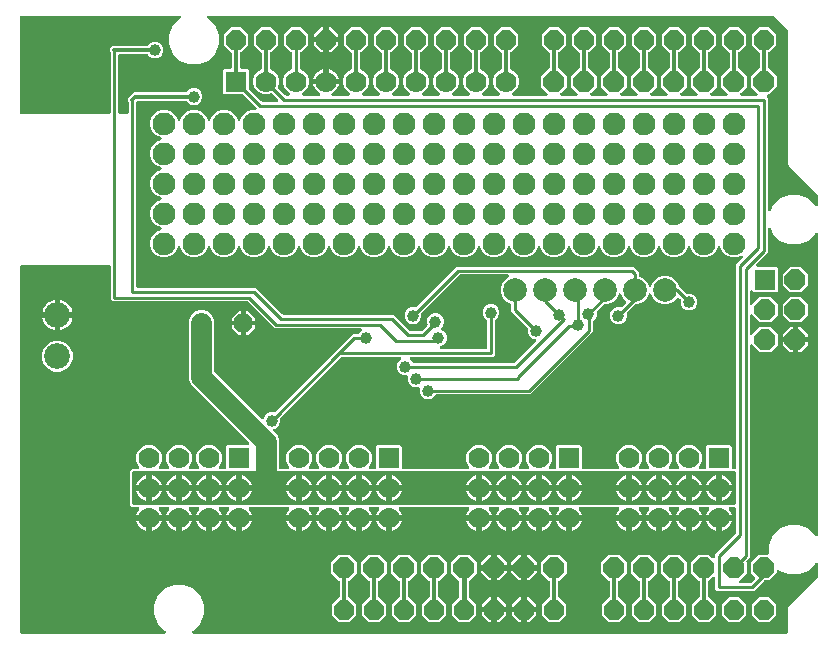
<source format=gbr>
G04 EAGLE Gerber RS-274X export*
G75*
%MOMM*%
%FSLAX34Y34*%
%LPD*%
%INBottom Copper*%
%IPPOS*%
%AMOC8*
5,1,8,0,0,1.08239X$1,22.5*%
G01*
%ADD10C,2.184400*%
%ADD11P,1.732040X8X22.500000*%
%ADD12C,1.600200*%
%ADD13R,1.778000X1.778000*%
%ADD14C,1.778000*%
%ADD15P,1.814519X8X22.500000*%
%ADD16P,1.924489X8X22.500000*%
%ADD17P,1.924489X8X292.500000*%
%ADD18P,1.924489X8X112.500000*%
%ADD19C,2.000000*%
%ADD20C,1.778000*%
%ADD21C,0.406400*%
%ADD22C,1.008000*%
%ADD23C,1.016000*%
%ADD24C,0.254000*%
%ADD25C,0.304800*%
%ADD26C,1.930400*%

G36*
X127357Y5089D02*
X127357Y5089D01*
X127427Y5088D01*
X127514Y5109D01*
X127603Y5121D01*
X127668Y5146D01*
X127736Y5163D01*
X127815Y5205D01*
X127899Y5238D01*
X127955Y5279D01*
X128017Y5311D01*
X128083Y5372D01*
X128156Y5424D01*
X128201Y5478D01*
X128252Y5525D01*
X128302Y5600D01*
X128359Y5669D01*
X128389Y5733D01*
X128427Y5791D01*
X128456Y5876D01*
X128494Y5957D01*
X128508Y6026D01*
X128530Y6092D01*
X128537Y6181D01*
X128554Y6269D01*
X128550Y6339D01*
X128555Y6409D01*
X128540Y6497D01*
X128535Y6587D01*
X128513Y6653D01*
X128501Y6722D01*
X128464Y6804D01*
X128436Y6889D01*
X128399Y6948D01*
X128370Y7012D01*
X128314Y7082D01*
X128266Y7158D01*
X128215Y7206D01*
X128172Y7261D01*
X128100Y7315D01*
X128035Y7376D01*
X127974Y7410D01*
X127918Y7452D01*
X127773Y7523D01*
X127759Y7529D01*
X121829Y13459D01*
X118619Y21207D01*
X118619Y29593D01*
X121829Y37341D01*
X127759Y43271D01*
X135507Y46481D01*
X143893Y46481D01*
X151641Y43271D01*
X157571Y37341D01*
X160781Y29593D01*
X160781Y21207D01*
X157571Y13459D01*
X151641Y7529D01*
X151627Y7523D01*
X151566Y7488D01*
X151501Y7462D01*
X151429Y7410D01*
X151351Y7365D01*
X151300Y7317D01*
X151244Y7276D01*
X151187Y7206D01*
X151122Y7144D01*
X151086Y7084D01*
X151041Y7031D01*
X151003Y6949D01*
X150956Y6873D01*
X150935Y6806D01*
X150906Y6743D01*
X150889Y6655D01*
X150862Y6569D01*
X150859Y6499D01*
X150846Y6430D01*
X150851Y6341D01*
X150847Y6251D01*
X150861Y6183D01*
X150865Y6113D01*
X150893Y6028D01*
X150911Y5940D01*
X150942Y5877D01*
X150964Y5811D01*
X151012Y5735D01*
X151051Y5654D01*
X151096Y5601D01*
X151134Y5542D01*
X151199Y5480D01*
X151257Y5412D01*
X151314Y5372D01*
X151365Y5324D01*
X151444Y5281D01*
X151517Y5229D01*
X151583Y5204D01*
X151644Y5170D01*
X151731Y5148D01*
X151815Y5116D01*
X151884Y5108D01*
X151952Y5091D01*
X152112Y5081D01*
X654050Y5081D01*
X654168Y5096D01*
X654287Y5103D01*
X654325Y5116D01*
X654366Y5121D01*
X654476Y5164D01*
X654589Y5201D01*
X654624Y5223D01*
X654661Y5238D01*
X654757Y5307D01*
X654858Y5371D01*
X654886Y5401D01*
X654919Y5424D01*
X654995Y5516D01*
X655076Y5603D01*
X655096Y5638D01*
X655121Y5669D01*
X655172Y5777D01*
X655230Y5881D01*
X655240Y5921D01*
X655257Y5957D01*
X655279Y6074D01*
X655309Y6189D01*
X655313Y6249D01*
X655317Y6269D01*
X655315Y6290D01*
X655319Y6350D01*
X655319Y26411D01*
X656093Y28278D01*
X680348Y52533D01*
X680408Y52611D01*
X680476Y52683D01*
X680505Y52736D01*
X680542Y52784D01*
X680582Y52875D01*
X680630Y52962D01*
X680645Y53020D01*
X680669Y53076D01*
X680684Y53174D01*
X680709Y53270D01*
X680715Y53370D01*
X680719Y53390D01*
X680717Y53402D01*
X680719Y53430D01*
X680719Y63788D01*
X680711Y63857D01*
X680712Y63927D01*
X680691Y64014D01*
X680679Y64103D01*
X680654Y64168D01*
X680637Y64236D01*
X680595Y64315D01*
X680562Y64399D01*
X680521Y64455D01*
X680489Y64517D01*
X680428Y64583D01*
X680376Y64656D01*
X680322Y64701D01*
X680275Y64752D01*
X680200Y64802D01*
X680131Y64859D01*
X680067Y64889D01*
X680009Y64927D01*
X679924Y64956D01*
X679843Y64994D01*
X679774Y65008D01*
X679708Y65030D01*
X679619Y65037D01*
X679531Y65054D01*
X679461Y65050D01*
X679391Y65055D01*
X679303Y65040D01*
X679213Y65035D01*
X679147Y65013D01*
X679078Y65001D01*
X678996Y64964D01*
X678911Y64936D01*
X678852Y64899D01*
X678788Y64870D01*
X678718Y64814D01*
X678642Y64766D01*
X678594Y64715D01*
X678539Y64672D01*
X678485Y64600D01*
X678424Y64535D01*
X678390Y64474D01*
X678348Y64418D01*
X678277Y64273D01*
X678271Y64259D01*
X672341Y58329D01*
X664593Y55119D01*
X656207Y55119D01*
X648459Y58329D01*
X648090Y58698D01*
X647980Y58783D01*
X647873Y58872D01*
X647854Y58880D01*
X647838Y58893D01*
X647710Y58948D01*
X647585Y59007D01*
X647565Y59011D01*
X647546Y59019D01*
X647408Y59041D01*
X647272Y59067D01*
X647252Y59066D01*
X647232Y59069D01*
X647093Y59056D01*
X646955Y59047D01*
X646936Y59041D01*
X646916Y59039D01*
X646785Y58992D01*
X646653Y58949D01*
X646635Y58938D01*
X646616Y58932D01*
X646502Y58854D01*
X646384Y58779D01*
X646370Y58764D01*
X646353Y58753D01*
X646261Y58649D01*
X646166Y58548D01*
X646156Y58530D01*
X646143Y58515D01*
X646080Y58391D01*
X646012Y58269D01*
X646007Y58249D01*
X645998Y58231D01*
X645968Y58095D01*
X645933Y57961D01*
X645931Y57933D01*
X645928Y57921D01*
X645929Y57901D01*
X645923Y57800D01*
X645923Y56436D01*
X639524Y50037D01*
X635624Y50037D01*
X635526Y50025D01*
X635427Y50022D01*
X635368Y50005D01*
X635308Y49997D01*
X635216Y49961D01*
X635121Y49933D01*
X635069Y49903D01*
X635013Y49880D01*
X634933Y49822D01*
X634847Y49772D01*
X634772Y49706D01*
X634755Y49694D01*
X634747Y49684D01*
X634726Y49666D01*
X626208Y41147D01*
X595532Y41147D01*
X593597Y43082D01*
X593597Y51846D01*
X593580Y51983D01*
X593567Y52122D01*
X593560Y52141D01*
X593557Y52162D01*
X593506Y52290D01*
X593459Y52422D01*
X593448Y52438D01*
X593440Y52457D01*
X593359Y52570D01*
X593281Y52685D01*
X593265Y52698D01*
X593254Y52715D01*
X593146Y52803D01*
X593042Y52895D01*
X593024Y52904D01*
X593009Y52917D01*
X592883Y52977D01*
X592759Y53040D01*
X592739Y53044D01*
X592721Y53053D01*
X592585Y53079D01*
X592449Y53109D01*
X592428Y53109D01*
X592409Y53113D01*
X592270Y53104D01*
X592131Y53100D01*
X592111Y53094D01*
X592091Y53093D01*
X591959Y53050D01*
X591825Y53011D01*
X591808Y53001D01*
X591789Y52995D01*
X591671Y52920D01*
X591551Y52850D01*
X591530Y52831D01*
X591520Y52825D01*
X591506Y52810D01*
X591431Y52743D01*
X588667Y49980D01*
X588600Y49954D01*
X588487Y49917D01*
X588452Y49895D01*
X588415Y49880D01*
X588319Y49811D01*
X588218Y49747D01*
X588190Y49717D01*
X588157Y49694D01*
X588081Y49602D01*
X588000Y49515D01*
X587980Y49480D01*
X587955Y49449D01*
X587904Y49341D01*
X587846Y49237D01*
X587836Y49197D01*
X587819Y49161D01*
X587797Y49044D01*
X587767Y48929D01*
X587763Y48869D01*
X587759Y48849D01*
X587761Y48828D01*
X587757Y48768D01*
X587757Y37084D01*
X587772Y36966D01*
X587779Y36847D01*
X587792Y36809D01*
X587797Y36768D01*
X587840Y36658D01*
X587877Y36545D01*
X587899Y36510D01*
X587914Y36473D01*
X587983Y36377D01*
X588047Y36276D01*
X588077Y36248D01*
X588100Y36215D01*
X588175Y36154D01*
X594615Y29714D01*
X594615Y21086D01*
X588514Y14985D01*
X579886Y14985D01*
X573785Y21086D01*
X573785Y29714D01*
X580167Y36096D01*
X580182Y36105D01*
X580210Y36135D01*
X580243Y36158D01*
X580319Y36250D01*
X580400Y36337D01*
X580420Y36372D01*
X580445Y36403D01*
X580496Y36511D01*
X580554Y36615D01*
X580564Y36655D01*
X580581Y36691D01*
X580603Y36808D01*
X580633Y36923D01*
X580637Y36983D01*
X580641Y37003D01*
X580639Y37024D01*
X580643Y37084D01*
X580643Y48768D01*
X580628Y48886D01*
X580621Y49005D01*
X580608Y49043D01*
X580603Y49084D01*
X580560Y49194D01*
X580523Y49307D01*
X580501Y49342D01*
X580486Y49379D01*
X580417Y49475D01*
X580353Y49576D01*
X580323Y49604D01*
X580300Y49637D01*
X580208Y49713D01*
X580121Y49794D01*
X580086Y49814D01*
X580055Y49839D01*
X579947Y49890D01*
X579843Y49948D01*
X579803Y49958D01*
X579767Y49975D01*
X579731Y49982D01*
X573277Y56436D01*
X573277Y65484D01*
X579676Y71883D01*
X588724Y71883D01*
X591431Y69177D01*
X591540Y69091D01*
X591647Y69003D01*
X591666Y68994D01*
X591682Y68982D01*
X591810Y68926D01*
X591935Y68867D01*
X591955Y68863D01*
X591974Y68855D01*
X592112Y68833D01*
X592248Y68807D01*
X592268Y68809D01*
X592288Y68805D01*
X592427Y68818D01*
X592565Y68827D01*
X592584Y68833D01*
X592604Y68835D01*
X592736Y68882D01*
X592867Y68925D01*
X592885Y68936D01*
X592904Y68943D01*
X593019Y69021D01*
X593136Y69095D01*
X593150Y69110D01*
X593167Y69121D01*
X593259Y69226D01*
X593354Y69327D01*
X593364Y69345D01*
X593377Y69360D01*
X593441Y69484D01*
X593508Y69605D01*
X593513Y69625D01*
X593522Y69643D01*
X593552Y69779D01*
X593587Y69913D01*
X593589Y69941D01*
X593592Y69953D01*
X593591Y69974D01*
X593597Y70074D01*
X593597Y72488D01*
X611006Y89896D01*
X611066Y89975D01*
X611134Y90047D01*
X611163Y90100D01*
X611200Y90148D01*
X611240Y90239D01*
X611288Y90325D01*
X611303Y90384D01*
X611327Y90439D01*
X611342Y90537D01*
X611367Y90633D01*
X611373Y90733D01*
X611377Y90754D01*
X611375Y90766D01*
X611377Y90794D01*
X611377Y110744D01*
X611362Y110862D01*
X611355Y110981D01*
X611342Y111019D01*
X611337Y111060D01*
X611294Y111170D01*
X611257Y111283D01*
X611235Y111318D01*
X611220Y111355D01*
X611151Y111451D01*
X611087Y111552D01*
X611057Y111580D01*
X611034Y111613D01*
X610942Y111689D01*
X610855Y111770D01*
X610820Y111790D01*
X610789Y111815D01*
X610681Y111866D01*
X610577Y111924D01*
X610537Y111934D01*
X610501Y111951D01*
X610384Y111973D01*
X610269Y112003D01*
X610209Y112007D01*
X610189Y112011D01*
X610168Y112009D01*
X610108Y112013D01*
X606249Y112013D01*
X606210Y112008D01*
X606170Y112011D01*
X606052Y111988D01*
X605934Y111973D01*
X605897Y111959D01*
X605858Y111951D01*
X605749Y111900D01*
X605638Y111856D01*
X605606Y111833D01*
X605570Y111816D01*
X605477Y111740D01*
X605381Y111670D01*
X605355Y111639D01*
X605325Y111614D01*
X605254Y111517D01*
X605178Y111425D01*
X605161Y111389D01*
X605138Y111356D01*
X605093Y111245D01*
X605042Y111137D01*
X605035Y111098D01*
X605020Y111061D01*
X605005Y110942D01*
X604983Y110825D01*
X604985Y110785D01*
X604980Y110745D01*
X604995Y110626D01*
X605002Y110507D01*
X605015Y110469D01*
X605020Y110430D01*
X605064Y110318D01*
X605100Y110205D01*
X605122Y110171D01*
X605136Y110134D01*
X605222Y109998D01*
X606242Y108595D01*
X607023Y107063D01*
X607554Y105428D01*
X607563Y105369D01*
X598130Y105369D01*
X598012Y105354D01*
X597893Y105347D01*
X597855Y105334D01*
X597815Y105329D01*
X597704Y105286D01*
X597591Y105249D01*
X597557Y105227D01*
X597519Y105212D01*
X597423Y105143D01*
X597322Y105079D01*
X597294Y105049D01*
X597262Y105026D01*
X597186Y104934D01*
X597104Y104847D01*
X597085Y104812D01*
X597059Y104781D01*
X597008Y104673D01*
X596951Y104569D01*
X596941Y104529D01*
X596923Y104493D01*
X596903Y104386D01*
X596899Y104416D01*
X596855Y104526D01*
X596819Y104639D01*
X596797Y104674D01*
X596782Y104711D01*
X596712Y104807D01*
X596649Y104908D01*
X596619Y104936D01*
X596595Y104969D01*
X596504Y105045D01*
X596417Y105126D01*
X596382Y105146D01*
X596350Y105171D01*
X596243Y105222D01*
X596138Y105280D01*
X596099Y105290D01*
X596063Y105307D01*
X595946Y105329D01*
X595830Y105359D01*
X595770Y105363D01*
X595750Y105367D01*
X595730Y105365D01*
X595670Y105369D01*
X586237Y105369D01*
X586246Y105428D01*
X586777Y107063D01*
X587558Y108595D01*
X588578Y109998D01*
X588597Y110033D01*
X588622Y110063D01*
X588673Y110172D01*
X588731Y110277D01*
X588741Y110315D01*
X588758Y110351D01*
X588780Y110468D01*
X588810Y110585D01*
X588810Y110625D01*
X588817Y110664D01*
X588810Y110783D01*
X588810Y110903D01*
X588800Y110941D01*
X588798Y110981D01*
X588761Y111095D01*
X588731Y111211D01*
X588712Y111246D01*
X588700Y111283D01*
X588636Y111385D01*
X588578Y111490D01*
X588551Y111519D01*
X588529Y111552D01*
X588442Y111634D01*
X588360Y111721D01*
X588327Y111743D01*
X588298Y111770D01*
X588193Y111828D01*
X588092Y111892D01*
X588054Y111904D01*
X588019Y111924D01*
X587903Y111953D01*
X587790Y111991D01*
X587750Y111993D01*
X587711Y112003D01*
X587551Y112013D01*
X580849Y112013D01*
X580810Y112008D01*
X580770Y112011D01*
X580652Y111988D01*
X580534Y111973D01*
X580497Y111959D01*
X580458Y111951D01*
X580349Y111900D01*
X580238Y111856D01*
X580206Y111833D01*
X580170Y111816D01*
X580078Y111740D01*
X579981Y111670D01*
X579955Y111639D01*
X579925Y111614D01*
X579854Y111517D01*
X579778Y111425D01*
X579761Y111389D01*
X579738Y111356D01*
X579693Y111245D01*
X579642Y111137D01*
X579635Y111098D01*
X579620Y111061D01*
X579605Y110942D01*
X579583Y110825D01*
X579585Y110785D01*
X579580Y110745D01*
X579595Y110626D01*
X579602Y110507D01*
X579615Y110469D01*
X579620Y110430D01*
X579664Y110318D01*
X579700Y110205D01*
X579722Y110171D01*
X579736Y110134D01*
X579822Y109998D01*
X580842Y108595D01*
X581623Y107063D01*
X582154Y105428D01*
X582163Y105369D01*
X572730Y105369D01*
X572612Y105354D01*
X572493Y105347D01*
X572455Y105334D01*
X572415Y105329D01*
X572304Y105286D01*
X572191Y105249D01*
X572157Y105227D01*
X572119Y105212D01*
X572023Y105143D01*
X571922Y105079D01*
X571894Y105049D01*
X571862Y105026D01*
X571786Y104934D01*
X571704Y104847D01*
X571685Y104812D01*
X571659Y104781D01*
X571608Y104673D01*
X571551Y104569D01*
X571541Y104529D01*
X571523Y104493D01*
X571503Y104386D01*
X571499Y104416D01*
X571455Y104526D01*
X571419Y104639D01*
X571397Y104674D01*
X571382Y104711D01*
X571312Y104807D01*
X571249Y104908D01*
X571219Y104936D01*
X571195Y104969D01*
X571104Y105045D01*
X571017Y105126D01*
X570982Y105146D01*
X570950Y105171D01*
X570843Y105222D01*
X570738Y105280D01*
X570699Y105290D01*
X570663Y105307D01*
X570546Y105329D01*
X570430Y105359D01*
X570370Y105363D01*
X570350Y105367D01*
X570330Y105365D01*
X570270Y105369D01*
X560837Y105369D01*
X560846Y105428D01*
X561377Y107063D01*
X562158Y108595D01*
X563178Y109998D01*
X563197Y110033D01*
X563222Y110063D01*
X563273Y110172D01*
X563331Y110277D01*
X563341Y110315D01*
X563358Y110351D01*
X563380Y110468D01*
X563410Y110585D01*
X563410Y110625D01*
X563417Y110664D01*
X563410Y110783D01*
X563410Y110903D01*
X563400Y110941D01*
X563398Y110981D01*
X563361Y111095D01*
X563331Y111211D01*
X563312Y111246D01*
X563300Y111283D01*
X563236Y111385D01*
X563178Y111490D01*
X563151Y111519D01*
X563129Y111552D01*
X563042Y111634D01*
X562960Y111721D01*
X562927Y111743D01*
X562898Y111770D01*
X562793Y111828D01*
X562692Y111892D01*
X562654Y111904D01*
X562619Y111924D01*
X562504Y111953D01*
X562390Y111991D01*
X562350Y111993D01*
X562311Y112003D01*
X562151Y112013D01*
X555449Y112013D01*
X555410Y112008D01*
X555370Y112011D01*
X555252Y111988D01*
X555134Y111973D01*
X555097Y111959D01*
X555058Y111951D01*
X554949Y111900D01*
X554838Y111856D01*
X554806Y111833D01*
X554770Y111816D01*
X554678Y111740D01*
X554581Y111670D01*
X554555Y111639D01*
X554525Y111614D01*
X554454Y111517D01*
X554378Y111425D01*
X554361Y111389D01*
X554338Y111356D01*
X554293Y111245D01*
X554242Y111137D01*
X554235Y111098D01*
X554220Y111061D01*
X554205Y110942D01*
X554183Y110825D01*
X554185Y110785D01*
X554180Y110745D01*
X554195Y110626D01*
X554202Y110507D01*
X554215Y110469D01*
X554220Y110430D01*
X554264Y110318D01*
X554300Y110205D01*
X554322Y110171D01*
X554336Y110134D01*
X554422Y109998D01*
X555442Y108595D01*
X556223Y107063D01*
X556754Y105428D01*
X556763Y105369D01*
X547330Y105369D01*
X547212Y105354D01*
X547093Y105347D01*
X547055Y105334D01*
X547015Y105329D01*
X546904Y105286D01*
X546791Y105249D01*
X546757Y105227D01*
X546719Y105212D01*
X546623Y105143D01*
X546522Y105079D01*
X546494Y105049D01*
X546462Y105026D01*
X546386Y104934D01*
X546304Y104847D01*
X546285Y104812D01*
X546259Y104781D01*
X546208Y104673D01*
X546151Y104569D01*
X546141Y104529D01*
X546123Y104493D01*
X546103Y104386D01*
X546099Y104416D01*
X546055Y104526D01*
X546019Y104639D01*
X545997Y104674D01*
X545982Y104711D01*
X545912Y104807D01*
X545849Y104908D01*
X545819Y104936D01*
X545795Y104969D01*
X545704Y105045D01*
X545617Y105126D01*
X545582Y105146D01*
X545550Y105171D01*
X545443Y105222D01*
X545338Y105280D01*
X545299Y105290D01*
X545263Y105307D01*
X545146Y105329D01*
X545030Y105359D01*
X544970Y105363D01*
X544950Y105367D01*
X544930Y105365D01*
X544870Y105369D01*
X535437Y105369D01*
X535446Y105428D01*
X535977Y107063D01*
X536758Y108595D01*
X537778Y109998D01*
X537797Y110033D01*
X537822Y110063D01*
X537873Y110172D01*
X537931Y110277D01*
X537941Y110315D01*
X537958Y110351D01*
X537980Y110468D01*
X538010Y110585D01*
X538010Y110625D01*
X538017Y110664D01*
X538010Y110783D01*
X538010Y110903D01*
X538000Y110941D01*
X537998Y110981D01*
X537961Y111095D01*
X537931Y111211D01*
X537912Y111246D01*
X537900Y111283D01*
X537836Y111385D01*
X537778Y111490D01*
X537751Y111519D01*
X537729Y111552D01*
X537642Y111634D01*
X537560Y111721D01*
X537527Y111743D01*
X537498Y111770D01*
X537393Y111828D01*
X537292Y111892D01*
X537254Y111904D01*
X537219Y111924D01*
X537104Y111953D01*
X536990Y111991D01*
X536950Y111993D01*
X536911Y112003D01*
X536751Y112013D01*
X530049Y112013D01*
X530010Y112008D01*
X529970Y112011D01*
X529852Y111988D01*
X529734Y111973D01*
X529697Y111959D01*
X529658Y111951D01*
X529549Y111900D01*
X529438Y111856D01*
X529406Y111833D01*
X529370Y111816D01*
X529278Y111740D01*
X529181Y111670D01*
X529155Y111639D01*
X529125Y111614D01*
X529054Y111517D01*
X528978Y111425D01*
X528961Y111389D01*
X528938Y111356D01*
X528893Y111245D01*
X528842Y111137D01*
X528835Y111098D01*
X528820Y111061D01*
X528805Y110942D01*
X528783Y110825D01*
X528785Y110785D01*
X528780Y110745D01*
X528795Y110626D01*
X528802Y110507D01*
X528815Y110469D01*
X528820Y110430D01*
X528864Y110318D01*
X528900Y110205D01*
X528922Y110171D01*
X528936Y110134D01*
X529022Y109998D01*
X530042Y108595D01*
X530823Y107063D01*
X531354Y105428D01*
X531363Y105369D01*
X521930Y105369D01*
X521812Y105354D01*
X521693Y105347D01*
X521655Y105334D01*
X521615Y105329D01*
X521504Y105286D01*
X521391Y105249D01*
X521357Y105227D01*
X521319Y105212D01*
X521223Y105143D01*
X521122Y105079D01*
X521094Y105049D01*
X521062Y105026D01*
X520986Y104934D01*
X520904Y104847D01*
X520885Y104812D01*
X520859Y104781D01*
X520808Y104673D01*
X520751Y104569D01*
X520741Y104529D01*
X520723Y104493D01*
X520703Y104386D01*
X520699Y104416D01*
X520655Y104526D01*
X520619Y104639D01*
X520597Y104674D01*
X520582Y104711D01*
X520512Y104807D01*
X520449Y104908D01*
X520419Y104936D01*
X520395Y104969D01*
X520304Y105045D01*
X520217Y105126D01*
X520182Y105146D01*
X520150Y105171D01*
X520043Y105222D01*
X519938Y105280D01*
X519899Y105290D01*
X519863Y105307D01*
X519746Y105329D01*
X519630Y105359D01*
X519570Y105363D01*
X519550Y105367D01*
X519530Y105365D01*
X519470Y105369D01*
X510037Y105369D01*
X510046Y105428D01*
X510577Y107063D01*
X511358Y108595D01*
X512378Y109998D01*
X512397Y110033D01*
X512422Y110063D01*
X512473Y110172D01*
X512531Y110277D01*
X512541Y110315D01*
X512558Y110351D01*
X512580Y110468D01*
X512610Y110585D01*
X512610Y110625D01*
X512617Y110664D01*
X512610Y110783D01*
X512610Y110903D01*
X512600Y110941D01*
X512598Y110981D01*
X512561Y111095D01*
X512531Y111211D01*
X512512Y111246D01*
X512500Y111283D01*
X512436Y111385D01*
X512378Y111490D01*
X512351Y111519D01*
X512329Y111552D01*
X512242Y111634D01*
X512160Y111721D01*
X512127Y111743D01*
X512098Y111770D01*
X511993Y111828D01*
X511892Y111892D01*
X511854Y111904D01*
X511819Y111924D01*
X511704Y111953D01*
X511590Y111991D01*
X511550Y111993D01*
X511511Y112003D01*
X511351Y112013D01*
X479249Y112013D01*
X479210Y112008D01*
X479170Y112011D01*
X479052Y111988D01*
X478934Y111973D01*
X478897Y111959D01*
X478858Y111951D01*
X478749Y111900D01*
X478638Y111856D01*
X478606Y111833D01*
X478570Y111816D01*
X478477Y111740D01*
X478381Y111670D01*
X478355Y111639D01*
X478325Y111614D01*
X478254Y111517D01*
X478178Y111425D01*
X478161Y111389D01*
X478138Y111356D01*
X478093Y111245D01*
X478042Y111137D01*
X478035Y111098D01*
X478020Y111061D01*
X478005Y110942D01*
X477983Y110825D01*
X477985Y110785D01*
X477980Y110745D01*
X477995Y110626D01*
X478002Y110507D01*
X478015Y110469D01*
X478020Y110430D01*
X478064Y110318D01*
X478100Y110205D01*
X478122Y110171D01*
X478136Y110134D01*
X478222Y109998D01*
X479242Y108595D01*
X480023Y107063D01*
X480554Y105428D01*
X480563Y105369D01*
X471130Y105369D01*
X471012Y105354D01*
X470893Y105347D01*
X470855Y105334D01*
X470815Y105329D01*
X470704Y105286D01*
X470591Y105249D01*
X470557Y105227D01*
X470519Y105212D01*
X470423Y105143D01*
X470322Y105079D01*
X470294Y105049D01*
X470262Y105026D01*
X470186Y104934D01*
X470104Y104847D01*
X470085Y104812D01*
X470059Y104781D01*
X470008Y104673D01*
X469951Y104569D01*
X469941Y104529D01*
X469923Y104493D01*
X469903Y104386D01*
X469899Y104416D01*
X469855Y104526D01*
X469819Y104639D01*
X469797Y104674D01*
X469782Y104711D01*
X469712Y104807D01*
X469649Y104908D01*
X469619Y104936D01*
X469595Y104969D01*
X469504Y105045D01*
X469417Y105126D01*
X469382Y105146D01*
X469350Y105171D01*
X469243Y105222D01*
X469138Y105280D01*
X469099Y105290D01*
X469063Y105307D01*
X468946Y105329D01*
X468830Y105359D01*
X468770Y105363D01*
X468750Y105367D01*
X468730Y105365D01*
X468670Y105369D01*
X459237Y105369D01*
X459246Y105428D01*
X459777Y107063D01*
X460558Y108595D01*
X461578Y109998D01*
X461597Y110033D01*
X461622Y110063D01*
X461673Y110172D01*
X461731Y110277D01*
X461741Y110315D01*
X461758Y110351D01*
X461780Y110468D01*
X461810Y110585D01*
X461810Y110625D01*
X461817Y110664D01*
X461810Y110783D01*
X461810Y110903D01*
X461800Y110941D01*
X461798Y110981D01*
X461761Y111095D01*
X461731Y111211D01*
X461712Y111246D01*
X461700Y111283D01*
X461636Y111385D01*
X461578Y111490D01*
X461551Y111519D01*
X461529Y111552D01*
X461442Y111634D01*
X461360Y111721D01*
X461327Y111743D01*
X461298Y111770D01*
X461193Y111828D01*
X461092Y111892D01*
X461054Y111904D01*
X461019Y111924D01*
X460903Y111953D01*
X460790Y111991D01*
X460750Y111993D01*
X460711Y112003D01*
X460551Y112013D01*
X453849Y112013D01*
X453810Y112008D01*
X453770Y112011D01*
X453652Y111988D01*
X453534Y111973D01*
X453497Y111959D01*
X453458Y111951D01*
X453349Y111900D01*
X453238Y111856D01*
X453206Y111833D01*
X453170Y111816D01*
X453077Y111740D01*
X452981Y111670D01*
X452955Y111639D01*
X452925Y111614D01*
X452854Y111517D01*
X452778Y111425D01*
X452761Y111389D01*
X452738Y111356D01*
X452693Y111245D01*
X452642Y111137D01*
X452635Y111098D01*
X452620Y111061D01*
X452605Y110942D01*
X452583Y110825D01*
X452585Y110785D01*
X452580Y110745D01*
X452595Y110626D01*
X452602Y110507D01*
X452615Y110469D01*
X452620Y110430D01*
X452664Y110318D01*
X452700Y110205D01*
X452722Y110171D01*
X452736Y110134D01*
X452822Y109998D01*
X453842Y108595D01*
X454623Y107063D01*
X455154Y105428D01*
X455163Y105369D01*
X445730Y105369D01*
X445612Y105354D01*
X445493Y105347D01*
X445455Y105334D01*
X445415Y105329D01*
X445304Y105286D01*
X445191Y105249D01*
X445157Y105227D01*
X445119Y105212D01*
X445023Y105143D01*
X444922Y105079D01*
X444894Y105049D01*
X444862Y105026D01*
X444786Y104934D01*
X444704Y104847D01*
X444685Y104812D01*
X444659Y104781D01*
X444608Y104673D01*
X444551Y104569D01*
X444541Y104529D01*
X444523Y104493D01*
X444503Y104386D01*
X444499Y104416D01*
X444455Y104526D01*
X444419Y104639D01*
X444397Y104674D01*
X444382Y104711D01*
X444312Y104807D01*
X444249Y104908D01*
X444219Y104936D01*
X444195Y104969D01*
X444104Y105045D01*
X444017Y105126D01*
X443982Y105146D01*
X443950Y105171D01*
X443843Y105222D01*
X443738Y105280D01*
X443699Y105290D01*
X443663Y105307D01*
X443546Y105329D01*
X443430Y105359D01*
X443370Y105363D01*
X443350Y105367D01*
X443330Y105365D01*
X443270Y105369D01*
X433837Y105369D01*
X433846Y105428D01*
X434377Y107063D01*
X435158Y108595D01*
X436178Y109998D01*
X436197Y110033D01*
X436222Y110063D01*
X436273Y110172D01*
X436331Y110277D01*
X436341Y110315D01*
X436358Y110351D01*
X436380Y110468D01*
X436410Y110585D01*
X436410Y110625D01*
X436417Y110664D01*
X436410Y110783D01*
X436410Y110903D01*
X436400Y110941D01*
X436398Y110981D01*
X436361Y111095D01*
X436331Y111211D01*
X436312Y111246D01*
X436300Y111283D01*
X436236Y111385D01*
X436178Y111490D01*
X436151Y111519D01*
X436129Y111552D01*
X436042Y111634D01*
X435960Y111721D01*
X435927Y111743D01*
X435898Y111770D01*
X435793Y111828D01*
X435692Y111892D01*
X435654Y111904D01*
X435619Y111924D01*
X435503Y111953D01*
X435390Y111991D01*
X435350Y111993D01*
X435311Y112003D01*
X435151Y112013D01*
X428449Y112013D01*
X428410Y112008D01*
X428370Y112011D01*
X428252Y111988D01*
X428134Y111973D01*
X428097Y111959D01*
X428058Y111951D01*
X427949Y111900D01*
X427838Y111856D01*
X427806Y111833D01*
X427770Y111816D01*
X427677Y111740D01*
X427581Y111670D01*
X427555Y111639D01*
X427525Y111614D01*
X427454Y111517D01*
X427378Y111425D01*
X427361Y111389D01*
X427338Y111356D01*
X427293Y111245D01*
X427242Y111137D01*
X427235Y111098D01*
X427220Y111061D01*
X427205Y110942D01*
X427183Y110825D01*
X427185Y110785D01*
X427180Y110745D01*
X427195Y110626D01*
X427202Y110507D01*
X427215Y110469D01*
X427220Y110430D01*
X427264Y110318D01*
X427300Y110205D01*
X427322Y110171D01*
X427336Y110134D01*
X427422Y109998D01*
X428442Y108595D01*
X429223Y107063D01*
X429754Y105428D01*
X429763Y105369D01*
X420330Y105369D01*
X420212Y105354D01*
X420093Y105347D01*
X420055Y105334D01*
X420015Y105329D01*
X419904Y105286D01*
X419791Y105249D01*
X419757Y105227D01*
X419719Y105212D01*
X419623Y105143D01*
X419522Y105079D01*
X419494Y105049D01*
X419462Y105026D01*
X419386Y104934D01*
X419304Y104847D01*
X419285Y104812D01*
X419259Y104781D01*
X419208Y104673D01*
X419151Y104569D01*
X419141Y104529D01*
X419123Y104493D01*
X419103Y104386D01*
X419099Y104416D01*
X419055Y104526D01*
X419019Y104639D01*
X418997Y104674D01*
X418982Y104711D01*
X418912Y104807D01*
X418849Y104908D01*
X418819Y104936D01*
X418795Y104969D01*
X418704Y105045D01*
X418617Y105126D01*
X418582Y105146D01*
X418550Y105171D01*
X418443Y105222D01*
X418338Y105280D01*
X418299Y105290D01*
X418263Y105307D01*
X418146Y105329D01*
X418030Y105359D01*
X417970Y105363D01*
X417950Y105367D01*
X417930Y105365D01*
X417870Y105369D01*
X408437Y105369D01*
X408446Y105428D01*
X408977Y107063D01*
X409758Y108595D01*
X410778Y109998D01*
X410797Y110033D01*
X410822Y110063D01*
X410873Y110172D01*
X410931Y110277D01*
X410941Y110315D01*
X410958Y110351D01*
X410980Y110468D01*
X411010Y110585D01*
X411010Y110625D01*
X411017Y110664D01*
X411010Y110783D01*
X411010Y110903D01*
X411000Y110941D01*
X410998Y110981D01*
X410961Y111095D01*
X410931Y111211D01*
X410912Y111246D01*
X410900Y111283D01*
X410836Y111385D01*
X410778Y111490D01*
X410751Y111519D01*
X410729Y111552D01*
X410642Y111634D01*
X410560Y111721D01*
X410527Y111743D01*
X410498Y111770D01*
X410393Y111828D01*
X410292Y111892D01*
X410254Y111904D01*
X410219Y111924D01*
X410103Y111953D01*
X409990Y111991D01*
X409950Y111993D01*
X409911Y112003D01*
X409751Y112013D01*
X403049Y112013D01*
X403010Y112008D01*
X402970Y112011D01*
X402852Y111988D01*
X402734Y111973D01*
X402697Y111959D01*
X402658Y111951D01*
X402549Y111900D01*
X402438Y111856D01*
X402406Y111833D01*
X402370Y111816D01*
X402278Y111740D01*
X402181Y111670D01*
X402155Y111639D01*
X402125Y111614D01*
X402054Y111517D01*
X401978Y111425D01*
X401961Y111389D01*
X401938Y111356D01*
X401893Y111245D01*
X401842Y111137D01*
X401835Y111098D01*
X401820Y111061D01*
X401805Y110942D01*
X401783Y110825D01*
X401785Y110785D01*
X401780Y110745D01*
X401795Y110626D01*
X401802Y110507D01*
X401815Y110469D01*
X401820Y110430D01*
X401864Y110318D01*
X401900Y110205D01*
X401922Y110171D01*
X401936Y110134D01*
X402022Y109998D01*
X403042Y108595D01*
X403823Y107063D01*
X404354Y105428D01*
X404363Y105369D01*
X394930Y105369D01*
X394812Y105354D01*
X394693Y105347D01*
X394655Y105334D01*
X394615Y105329D01*
X394504Y105286D01*
X394391Y105249D01*
X394357Y105227D01*
X394319Y105212D01*
X394223Y105143D01*
X394122Y105079D01*
X394094Y105049D01*
X394062Y105026D01*
X393986Y104934D01*
X393904Y104847D01*
X393885Y104812D01*
X393859Y104781D01*
X393808Y104673D01*
X393751Y104569D01*
X393741Y104529D01*
X393723Y104493D01*
X393703Y104386D01*
X393699Y104416D01*
X393655Y104526D01*
X393619Y104639D01*
X393597Y104674D01*
X393582Y104711D01*
X393512Y104807D01*
X393449Y104908D01*
X393419Y104936D01*
X393395Y104969D01*
X393304Y105045D01*
X393217Y105126D01*
X393182Y105146D01*
X393150Y105171D01*
X393043Y105222D01*
X392938Y105280D01*
X392899Y105290D01*
X392863Y105307D01*
X392746Y105329D01*
X392630Y105359D01*
X392570Y105363D01*
X392550Y105367D01*
X392530Y105365D01*
X392470Y105369D01*
X383037Y105369D01*
X383046Y105428D01*
X383577Y107063D01*
X384358Y108595D01*
X385378Y109998D01*
X385397Y110033D01*
X385422Y110063D01*
X385473Y110172D01*
X385531Y110277D01*
X385541Y110315D01*
X385558Y110351D01*
X385580Y110468D01*
X385610Y110585D01*
X385610Y110625D01*
X385617Y110664D01*
X385610Y110783D01*
X385610Y110903D01*
X385600Y110941D01*
X385598Y110981D01*
X385561Y111095D01*
X385531Y111211D01*
X385512Y111246D01*
X385500Y111283D01*
X385436Y111385D01*
X385378Y111490D01*
X385351Y111519D01*
X385329Y111552D01*
X385242Y111634D01*
X385160Y111721D01*
X385127Y111743D01*
X385098Y111770D01*
X384993Y111828D01*
X384892Y111892D01*
X384854Y111904D01*
X384819Y111924D01*
X384704Y111953D01*
X384590Y111991D01*
X384550Y111993D01*
X384511Y112003D01*
X384351Y112013D01*
X326849Y112013D01*
X326810Y112008D01*
X326770Y112011D01*
X326652Y111988D01*
X326534Y111973D01*
X326497Y111959D01*
X326458Y111951D01*
X326349Y111900D01*
X326238Y111856D01*
X326206Y111833D01*
X326170Y111816D01*
X326078Y111740D01*
X325981Y111670D01*
X325955Y111639D01*
X325925Y111614D01*
X325854Y111517D01*
X325778Y111425D01*
X325761Y111389D01*
X325738Y111356D01*
X325693Y111245D01*
X325642Y111137D01*
X325635Y111098D01*
X325620Y111061D01*
X325605Y110942D01*
X325583Y110825D01*
X325585Y110785D01*
X325580Y110745D01*
X325595Y110626D01*
X325602Y110507D01*
X325615Y110469D01*
X325620Y110430D01*
X325664Y110318D01*
X325700Y110205D01*
X325722Y110171D01*
X325736Y110134D01*
X325822Y109998D01*
X326842Y108595D01*
X327623Y107063D01*
X328154Y105428D01*
X328163Y105369D01*
X318730Y105369D01*
X318612Y105354D01*
X318493Y105347D01*
X318455Y105334D01*
X318415Y105329D01*
X318304Y105286D01*
X318191Y105249D01*
X318157Y105227D01*
X318119Y105212D01*
X318023Y105143D01*
X317922Y105079D01*
X317894Y105049D01*
X317862Y105026D01*
X317786Y104934D01*
X317704Y104847D01*
X317685Y104812D01*
X317659Y104781D01*
X317608Y104673D01*
X317551Y104569D01*
X317541Y104529D01*
X317523Y104493D01*
X317503Y104386D01*
X317499Y104416D01*
X317455Y104526D01*
X317419Y104639D01*
X317397Y104674D01*
X317382Y104711D01*
X317312Y104807D01*
X317249Y104908D01*
X317219Y104936D01*
X317195Y104969D01*
X317104Y105045D01*
X317017Y105126D01*
X316982Y105146D01*
X316950Y105171D01*
X316843Y105222D01*
X316738Y105280D01*
X316699Y105290D01*
X316663Y105307D01*
X316546Y105329D01*
X316430Y105359D01*
X316370Y105363D01*
X316350Y105367D01*
X316330Y105365D01*
X316270Y105369D01*
X306837Y105369D01*
X306846Y105428D01*
X307377Y107063D01*
X308158Y108595D01*
X309178Y109998D01*
X309197Y110033D01*
X309222Y110063D01*
X309273Y110172D01*
X309331Y110277D01*
X309341Y110315D01*
X309358Y110351D01*
X309380Y110468D01*
X309410Y110585D01*
X309410Y110625D01*
X309417Y110664D01*
X309410Y110783D01*
X309410Y110903D01*
X309400Y110941D01*
X309398Y110981D01*
X309361Y111095D01*
X309331Y111211D01*
X309312Y111246D01*
X309300Y111283D01*
X309236Y111385D01*
X309178Y111490D01*
X309151Y111519D01*
X309129Y111552D01*
X309042Y111634D01*
X308960Y111721D01*
X308927Y111743D01*
X308898Y111770D01*
X308793Y111828D01*
X308692Y111892D01*
X308654Y111904D01*
X308619Y111924D01*
X308504Y111953D01*
X308390Y111991D01*
X308350Y111993D01*
X308311Y112003D01*
X308151Y112013D01*
X301449Y112013D01*
X301410Y112008D01*
X301370Y112011D01*
X301252Y111988D01*
X301134Y111973D01*
X301097Y111959D01*
X301058Y111951D01*
X300949Y111900D01*
X300838Y111856D01*
X300806Y111833D01*
X300770Y111816D01*
X300678Y111740D01*
X300581Y111670D01*
X300555Y111639D01*
X300525Y111614D01*
X300454Y111517D01*
X300378Y111425D01*
X300361Y111389D01*
X300338Y111356D01*
X300293Y111245D01*
X300242Y111137D01*
X300235Y111098D01*
X300220Y111061D01*
X300205Y110942D01*
X300183Y110825D01*
X300185Y110785D01*
X300180Y110745D01*
X300195Y110626D01*
X300202Y110507D01*
X300215Y110469D01*
X300220Y110430D01*
X300264Y110318D01*
X300300Y110205D01*
X300322Y110171D01*
X300336Y110134D01*
X300422Y109998D01*
X301442Y108595D01*
X302223Y107063D01*
X302754Y105428D01*
X302763Y105369D01*
X293330Y105369D01*
X293212Y105354D01*
X293093Y105347D01*
X293055Y105334D01*
X293015Y105329D01*
X292904Y105286D01*
X292791Y105249D01*
X292757Y105227D01*
X292719Y105212D01*
X292623Y105143D01*
X292522Y105079D01*
X292494Y105049D01*
X292462Y105026D01*
X292386Y104934D01*
X292304Y104847D01*
X292285Y104812D01*
X292259Y104781D01*
X292208Y104673D01*
X292151Y104569D01*
X292141Y104529D01*
X292123Y104493D01*
X292103Y104386D01*
X292099Y104416D01*
X292055Y104526D01*
X292019Y104639D01*
X291997Y104674D01*
X291982Y104711D01*
X291912Y104807D01*
X291849Y104908D01*
X291819Y104936D01*
X291795Y104969D01*
X291704Y105045D01*
X291617Y105126D01*
X291582Y105146D01*
X291550Y105171D01*
X291443Y105222D01*
X291338Y105280D01*
X291299Y105290D01*
X291263Y105307D01*
X291146Y105329D01*
X291030Y105359D01*
X290970Y105363D01*
X290950Y105367D01*
X290930Y105365D01*
X290870Y105369D01*
X281437Y105369D01*
X281446Y105428D01*
X281977Y107063D01*
X282758Y108595D01*
X283778Y109998D01*
X283797Y110033D01*
X283822Y110063D01*
X283873Y110172D01*
X283931Y110277D01*
X283941Y110315D01*
X283958Y110351D01*
X283980Y110468D01*
X284010Y110585D01*
X284010Y110625D01*
X284017Y110664D01*
X284010Y110783D01*
X284010Y110903D01*
X284000Y110941D01*
X283998Y110981D01*
X283961Y111095D01*
X283931Y111211D01*
X283912Y111246D01*
X283900Y111283D01*
X283836Y111385D01*
X283778Y111490D01*
X283751Y111519D01*
X283729Y111552D01*
X283642Y111634D01*
X283560Y111721D01*
X283527Y111743D01*
X283498Y111770D01*
X283393Y111828D01*
X283292Y111892D01*
X283254Y111904D01*
X283219Y111924D01*
X283104Y111953D01*
X282990Y111991D01*
X282950Y111993D01*
X282911Y112003D01*
X282751Y112013D01*
X276049Y112013D01*
X276010Y112008D01*
X275970Y112011D01*
X275852Y111988D01*
X275734Y111973D01*
X275697Y111959D01*
X275658Y111951D01*
X275549Y111900D01*
X275438Y111856D01*
X275406Y111833D01*
X275370Y111816D01*
X275277Y111740D01*
X275181Y111670D01*
X275155Y111639D01*
X275125Y111614D01*
X275054Y111517D01*
X274978Y111425D01*
X274961Y111389D01*
X274938Y111356D01*
X274893Y111245D01*
X274842Y111137D01*
X274835Y111098D01*
X274820Y111061D01*
X274805Y110942D01*
X274783Y110825D01*
X274785Y110785D01*
X274780Y110745D01*
X274795Y110626D01*
X274802Y110507D01*
X274815Y110469D01*
X274820Y110430D01*
X274864Y110318D01*
X274900Y110205D01*
X274922Y110171D01*
X274936Y110134D01*
X275022Y109998D01*
X276042Y108595D01*
X276823Y107063D01*
X277354Y105428D01*
X277363Y105369D01*
X267930Y105369D01*
X267812Y105354D01*
X267693Y105347D01*
X267655Y105334D01*
X267615Y105329D01*
X267504Y105286D01*
X267391Y105249D01*
X267357Y105227D01*
X267319Y105212D01*
X267223Y105143D01*
X267122Y105079D01*
X267094Y105049D01*
X267062Y105026D01*
X266986Y104934D01*
X266904Y104847D01*
X266885Y104812D01*
X266859Y104781D01*
X266808Y104673D01*
X266751Y104569D01*
X266741Y104529D01*
X266723Y104493D01*
X266703Y104386D01*
X266699Y104416D01*
X266655Y104526D01*
X266619Y104639D01*
X266597Y104674D01*
X266582Y104711D01*
X266512Y104807D01*
X266449Y104908D01*
X266419Y104936D01*
X266395Y104969D01*
X266304Y105045D01*
X266217Y105126D01*
X266182Y105146D01*
X266150Y105171D01*
X266043Y105222D01*
X265938Y105280D01*
X265899Y105290D01*
X265863Y105307D01*
X265746Y105329D01*
X265630Y105359D01*
X265570Y105363D01*
X265550Y105367D01*
X265530Y105365D01*
X265470Y105369D01*
X256037Y105369D01*
X256046Y105428D01*
X256577Y107063D01*
X257358Y108595D01*
X258378Y109998D01*
X258397Y110033D01*
X258422Y110063D01*
X258473Y110172D01*
X258531Y110277D01*
X258541Y110315D01*
X258558Y110351D01*
X258580Y110468D01*
X258610Y110585D01*
X258610Y110625D01*
X258617Y110664D01*
X258610Y110783D01*
X258610Y110903D01*
X258600Y110941D01*
X258598Y110981D01*
X258561Y111095D01*
X258531Y111211D01*
X258512Y111246D01*
X258500Y111283D01*
X258436Y111385D01*
X258378Y111490D01*
X258351Y111519D01*
X258329Y111552D01*
X258242Y111634D01*
X258160Y111721D01*
X258127Y111743D01*
X258098Y111770D01*
X257993Y111828D01*
X257892Y111892D01*
X257854Y111904D01*
X257819Y111924D01*
X257704Y111953D01*
X257590Y111991D01*
X257550Y111993D01*
X257511Y112003D01*
X257351Y112013D01*
X250649Y112013D01*
X250610Y112008D01*
X250570Y112011D01*
X250452Y111988D01*
X250334Y111973D01*
X250297Y111959D01*
X250258Y111951D01*
X250149Y111900D01*
X250038Y111856D01*
X250006Y111833D01*
X249970Y111816D01*
X249877Y111740D01*
X249781Y111670D01*
X249755Y111639D01*
X249725Y111614D01*
X249654Y111517D01*
X249578Y111425D01*
X249561Y111389D01*
X249538Y111356D01*
X249493Y111245D01*
X249442Y111137D01*
X249435Y111098D01*
X249420Y111061D01*
X249405Y110942D01*
X249383Y110825D01*
X249385Y110785D01*
X249380Y110745D01*
X249395Y110626D01*
X249402Y110507D01*
X249415Y110469D01*
X249420Y110430D01*
X249464Y110318D01*
X249500Y110205D01*
X249522Y110171D01*
X249536Y110134D01*
X249622Y109998D01*
X250642Y108595D01*
X251423Y107063D01*
X251954Y105428D01*
X251963Y105369D01*
X242530Y105369D01*
X242412Y105354D01*
X242293Y105347D01*
X242255Y105334D01*
X242215Y105329D01*
X242104Y105286D01*
X241991Y105249D01*
X241957Y105227D01*
X241919Y105212D01*
X241823Y105143D01*
X241722Y105079D01*
X241694Y105049D01*
X241662Y105026D01*
X241586Y104934D01*
X241504Y104847D01*
X241485Y104812D01*
X241459Y104781D01*
X241408Y104673D01*
X241351Y104569D01*
X241341Y104529D01*
X241323Y104493D01*
X241303Y104386D01*
X241299Y104416D01*
X241255Y104526D01*
X241219Y104639D01*
X241197Y104674D01*
X241182Y104711D01*
X241112Y104807D01*
X241049Y104908D01*
X241019Y104936D01*
X240995Y104969D01*
X240904Y105045D01*
X240817Y105126D01*
X240782Y105146D01*
X240750Y105171D01*
X240643Y105222D01*
X240538Y105280D01*
X240499Y105290D01*
X240463Y105307D01*
X240346Y105329D01*
X240230Y105359D01*
X240170Y105363D01*
X240150Y105367D01*
X240130Y105365D01*
X240070Y105369D01*
X230637Y105369D01*
X230646Y105428D01*
X231177Y107063D01*
X231958Y108595D01*
X232978Y109998D01*
X232997Y110033D01*
X233022Y110063D01*
X233073Y110172D01*
X233131Y110277D01*
X233141Y110315D01*
X233158Y110351D01*
X233180Y110468D01*
X233210Y110585D01*
X233210Y110625D01*
X233217Y110664D01*
X233210Y110783D01*
X233210Y110903D01*
X233200Y110941D01*
X233198Y110981D01*
X233161Y111095D01*
X233131Y111211D01*
X233112Y111246D01*
X233100Y111283D01*
X233036Y111385D01*
X232978Y111490D01*
X232951Y111519D01*
X232929Y111552D01*
X232842Y111634D01*
X232760Y111721D01*
X232727Y111743D01*
X232698Y111770D01*
X232593Y111828D01*
X232492Y111892D01*
X232454Y111904D01*
X232419Y111924D01*
X232303Y111953D01*
X232190Y111991D01*
X232150Y111993D01*
X232111Y112003D01*
X231951Y112013D01*
X199849Y112013D01*
X199810Y112008D01*
X199770Y112011D01*
X199652Y111988D01*
X199534Y111973D01*
X199497Y111959D01*
X199458Y111951D01*
X199349Y111900D01*
X199238Y111856D01*
X199206Y111833D01*
X199170Y111816D01*
X199078Y111740D01*
X198981Y111670D01*
X198955Y111639D01*
X198925Y111614D01*
X198854Y111517D01*
X198778Y111425D01*
X198761Y111389D01*
X198738Y111356D01*
X198693Y111245D01*
X198642Y111137D01*
X198635Y111098D01*
X198620Y111061D01*
X198605Y110942D01*
X198583Y110825D01*
X198585Y110785D01*
X198580Y110745D01*
X198595Y110626D01*
X198602Y110507D01*
X198615Y110469D01*
X198620Y110430D01*
X198664Y110318D01*
X198700Y110205D01*
X198722Y110171D01*
X198736Y110134D01*
X198822Y109998D01*
X199842Y108595D01*
X200623Y107063D01*
X201154Y105428D01*
X201163Y105369D01*
X191730Y105369D01*
X191612Y105354D01*
X191493Y105347D01*
X191455Y105334D01*
X191415Y105329D01*
X191304Y105286D01*
X191191Y105249D01*
X191157Y105227D01*
X191119Y105212D01*
X191023Y105143D01*
X190922Y105079D01*
X190894Y105049D01*
X190862Y105026D01*
X190786Y104934D01*
X190704Y104847D01*
X190685Y104812D01*
X190659Y104781D01*
X190608Y104673D01*
X190551Y104569D01*
X190541Y104529D01*
X190523Y104493D01*
X190503Y104386D01*
X190499Y104416D01*
X190455Y104526D01*
X190419Y104639D01*
X190397Y104674D01*
X190382Y104711D01*
X190312Y104807D01*
X190249Y104908D01*
X190219Y104936D01*
X190195Y104969D01*
X190104Y105045D01*
X190017Y105126D01*
X189982Y105146D01*
X189950Y105171D01*
X189843Y105222D01*
X189738Y105280D01*
X189699Y105290D01*
X189663Y105307D01*
X189546Y105329D01*
X189430Y105359D01*
X189370Y105363D01*
X189350Y105367D01*
X189330Y105365D01*
X189270Y105369D01*
X179837Y105369D01*
X179846Y105428D01*
X180377Y107063D01*
X181158Y108595D01*
X182178Y109998D01*
X182197Y110033D01*
X182222Y110063D01*
X182273Y110172D01*
X182331Y110277D01*
X182341Y110315D01*
X182358Y110351D01*
X182380Y110468D01*
X182410Y110585D01*
X182410Y110625D01*
X182417Y110664D01*
X182410Y110783D01*
X182410Y110903D01*
X182400Y110941D01*
X182398Y110981D01*
X182361Y111095D01*
X182331Y111211D01*
X182312Y111246D01*
X182300Y111283D01*
X182236Y111385D01*
X182178Y111490D01*
X182151Y111519D01*
X182129Y111552D01*
X182042Y111634D01*
X181960Y111721D01*
X181927Y111743D01*
X181898Y111770D01*
X181793Y111828D01*
X181692Y111892D01*
X181654Y111904D01*
X181619Y111924D01*
X181504Y111953D01*
X181390Y111991D01*
X181350Y111993D01*
X181311Y112003D01*
X181151Y112013D01*
X174449Y112013D01*
X174410Y112008D01*
X174370Y112011D01*
X174252Y111988D01*
X174134Y111973D01*
X174097Y111959D01*
X174058Y111951D01*
X173949Y111900D01*
X173838Y111856D01*
X173806Y111833D01*
X173770Y111816D01*
X173678Y111740D01*
X173581Y111670D01*
X173555Y111639D01*
X173525Y111614D01*
X173454Y111517D01*
X173378Y111425D01*
X173361Y111389D01*
X173338Y111356D01*
X173293Y111245D01*
X173242Y111137D01*
X173235Y111098D01*
X173220Y111061D01*
X173205Y110942D01*
X173183Y110825D01*
X173185Y110785D01*
X173180Y110745D01*
X173195Y110626D01*
X173202Y110507D01*
X173215Y110469D01*
X173220Y110430D01*
X173264Y110318D01*
X173300Y110205D01*
X173322Y110171D01*
X173336Y110134D01*
X173422Y109998D01*
X174442Y108595D01*
X175223Y107063D01*
X175754Y105428D01*
X175763Y105369D01*
X166330Y105369D01*
X166212Y105354D01*
X166093Y105347D01*
X166055Y105334D01*
X166015Y105329D01*
X165904Y105286D01*
X165791Y105249D01*
X165757Y105227D01*
X165719Y105212D01*
X165623Y105143D01*
X165522Y105079D01*
X165494Y105049D01*
X165462Y105026D01*
X165386Y104934D01*
X165304Y104847D01*
X165285Y104812D01*
X165259Y104781D01*
X165208Y104673D01*
X165151Y104569D01*
X165141Y104529D01*
X165123Y104493D01*
X165103Y104386D01*
X165099Y104416D01*
X165055Y104526D01*
X165019Y104639D01*
X164997Y104674D01*
X164982Y104711D01*
X164912Y104807D01*
X164849Y104908D01*
X164819Y104936D01*
X164795Y104969D01*
X164704Y105045D01*
X164617Y105126D01*
X164582Y105146D01*
X164550Y105171D01*
X164443Y105222D01*
X164338Y105280D01*
X164299Y105290D01*
X164263Y105307D01*
X164146Y105329D01*
X164030Y105359D01*
X163970Y105363D01*
X163950Y105367D01*
X163930Y105365D01*
X163870Y105369D01*
X154437Y105369D01*
X154446Y105428D01*
X154977Y107063D01*
X155758Y108595D01*
X156778Y109998D01*
X156797Y110033D01*
X156822Y110063D01*
X156873Y110172D01*
X156931Y110277D01*
X156941Y110315D01*
X156958Y110351D01*
X156980Y110468D01*
X157010Y110585D01*
X157010Y110625D01*
X157017Y110664D01*
X157010Y110783D01*
X157010Y110903D01*
X157000Y110941D01*
X156998Y110981D01*
X156961Y111095D01*
X156931Y111211D01*
X156912Y111246D01*
X156900Y111283D01*
X156836Y111385D01*
X156778Y111490D01*
X156751Y111519D01*
X156729Y111552D01*
X156642Y111634D01*
X156560Y111721D01*
X156527Y111743D01*
X156498Y111770D01*
X156393Y111828D01*
X156292Y111892D01*
X156254Y111904D01*
X156219Y111924D01*
X156104Y111953D01*
X155990Y111991D01*
X155950Y111993D01*
X155911Y112003D01*
X155751Y112013D01*
X149049Y112013D01*
X149010Y112008D01*
X148970Y112011D01*
X148852Y111988D01*
X148734Y111973D01*
X148697Y111959D01*
X148658Y111951D01*
X148549Y111900D01*
X148438Y111856D01*
X148406Y111833D01*
X148370Y111816D01*
X148278Y111740D01*
X148181Y111670D01*
X148155Y111639D01*
X148125Y111614D01*
X148054Y111517D01*
X147978Y111425D01*
X147961Y111389D01*
X147938Y111356D01*
X147893Y111245D01*
X147842Y111137D01*
X147835Y111098D01*
X147820Y111061D01*
X147805Y110942D01*
X147783Y110825D01*
X147785Y110785D01*
X147780Y110745D01*
X147795Y110626D01*
X147802Y110507D01*
X147815Y110469D01*
X147820Y110430D01*
X147864Y110318D01*
X147900Y110205D01*
X147922Y110171D01*
X147936Y110134D01*
X148022Y109998D01*
X149042Y108595D01*
X149823Y107063D01*
X150354Y105428D01*
X150363Y105369D01*
X140930Y105369D01*
X140812Y105354D01*
X140693Y105347D01*
X140655Y105334D01*
X140615Y105329D01*
X140504Y105286D01*
X140391Y105249D01*
X140357Y105227D01*
X140319Y105212D01*
X140223Y105143D01*
X140122Y105079D01*
X140094Y105049D01*
X140062Y105026D01*
X139986Y104934D01*
X139904Y104847D01*
X139885Y104812D01*
X139859Y104781D01*
X139808Y104673D01*
X139751Y104569D01*
X139741Y104529D01*
X139723Y104493D01*
X139703Y104386D01*
X139699Y104416D01*
X139655Y104526D01*
X139619Y104639D01*
X139597Y104674D01*
X139582Y104711D01*
X139512Y104807D01*
X139449Y104908D01*
X139419Y104936D01*
X139395Y104969D01*
X139304Y105045D01*
X139217Y105126D01*
X139182Y105146D01*
X139150Y105171D01*
X139043Y105222D01*
X138938Y105280D01*
X138899Y105290D01*
X138863Y105307D01*
X138746Y105329D01*
X138630Y105359D01*
X138570Y105363D01*
X138550Y105367D01*
X138530Y105365D01*
X138470Y105369D01*
X129037Y105369D01*
X129046Y105428D01*
X129577Y107063D01*
X130358Y108595D01*
X131378Y109998D01*
X131397Y110033D01*
X131422Y110063D01*
X131473Y110172D01*
X131531Y110277D01*
X131541Y110315D01*
X131558Y110351D01*
X131580Y110468D01*
X131610Y110585D01*
X131610Y110625D01*
X131617Y110664D01*
X131610Y110783D01*
X131610Y110903D01*
X131600Y110941D01*
X131598Y110981D01*
X131561Y111095D01*
X131531Y111211D01*
X131512Y111246D01*
X131500Y111283D01*
X131436Y111385D01*
X131378Y111490D01*
X131351Y111519D01*
X131329Y111552D01*
X131242Y111634D01*
X131160Y111721D01*
X131127Y111743D01*
X131098Y111770D01*
X130993Y111828D01*
X130892Y111892D01*
X130854Y111904D01*
X130819Y111924D01*
X130704Y111953D01*
X130590Y111991D01*
X130550Y111993D01*
X130511Y112003D01*
X130351Y112013D01*
X123649Y112013D01*
X123610Y112008D01*
X123570Y112011D01*
X123452Y111988D01*
X123334Y111973D01*
X123297Y111959D01*
X123258Y111951D01*
X123149Y111900D01*
X123038Y111856D01*
X123006Y111833D01*
X122970Y111816D01*
X122878Y111740D01*
X122781Y111670D01*
X122755Y111639D01*
X122725Y111614D01*
X122654Y111517D01*
X122578Y111425D01*
X122561Y111389D01*
X122538Y111356D01*
X122493Y111245D01*
X122442Y111137D01*
X122435Y111098D01*
X122420Y111061D01*
X122405Y110942D01*
X122383Y110825D01*
X122385Y110785D01*
X122380Y110745D01*
X122395Y110626D01*
X122402Y110507D01*
X122415Y110469D01*
X122420Y110430D01*
X122464Y110318D01*
X122500Y110205D01*
X122522Y110171D01*
X122536Y110134D01*
X122622Y109998D01*
X123642Y108595D01*
X124423Y107063D01*
X124954Y105428D01*
X124963Y105369D01*
X115530Y105369D01*
X115412Y105354D01*
X115293Y105347D01*
X115255Y105334D01*
X115215Y105329D01*
X115104Y105286D01*
X114991Y105249D01*
X114957Y105227D01*
X114919Y105212D01*
X114823Y105143D01*
X114722Y105079D01*
X114694Y105049D01*
X114662Y105026D01*
X114586Y104934D01*
X114504Y104847D01*
X114485Y104812D01*
X114459Y104781D01*
X114408Y104673D01*
X114351Y104569D01*
X114341Y104529D01*
X114323Y104493D01*
X114303Y104386D01*
X114299Y104416D01*
X114255Y104526D01*
X114219Y104639D01*
X114197Y104674D01*
X114182Y104711D01*
X114112Y104807D01*
X114049Y104908D01*
X114019Y104936D01*
X113995Y104969D01*
X113904Y105045D01*
X113817Y105126D01*
X113782Y105146D01*
X113750Y105171D01*
X113643Y105222D01*
X113538Y105280D01*
X113499Y105290D01*
X113463Y105307D01*
X113346Y105329D01*
X113230Y105359D01*
X113170Y105363D01*
X113150Y105367D01*
X113130Y105365D01*
X113070Y105369D01*
X103637Y105369D01*
X103646Y105428D01*
X104177Y107063D01*
X104958Y108595D01*
X105978Y109998D01*
X105997Y110033D01*
X106022Y110063D01*
X106073Y110172D01*
X106131Y110277D01*
X106141Y110315D01*
X106158Y110351D01*
X106180Y110468D01*
X106210Y110585D01*
X106210Y110625D01*
X106217Y110664D01*
X106210Y110783D01*
X106210Y110903D01*
X106200Y110941D01*
X106198Y110981D01*
X106161Y111095D01*
X106131Y111211D01*
X106112Y111246D01*
X106100Y111283D01*
X106036Y111385D01*
X105978Y111490D01*
X105951Y111519D01*
X105929Y111552D01*
X105842Y111634D01*
X105760Y111721D01*
X105727Y111743D01*
X105698Y111770D01*
X105593Y111828D01*
X105492Y111892D01*
X105454Y111904D01*
X105419Y111924D01*
X105304Y111953D01*
X105190Y111991D01*
X105150Y111993D01*
X105111Y112003D01*
X104951Y112013D01*
X100127Y112013D01*
X98043Y114097D01*
X98043Y142443D01*
X100127Y144527D01*
X104932Y144527D01*
X105070Y144544D01*
X105208Y144557D01*
X105227Y144564D01*
X105248Y144567D01*
X105377Y144618D01*
X105508Y144665D01*
X105524Y144676D01*
X105543Y144684D01*
X105655Y144765D01*
X105771Y144843D01*
X105784Y144859D01*
X105801Y144870D01*
X105889Y144978D01*
X105981Y145082D01*
X105990Y145100D01*
X106003Y145115D01*
X106063Y145241D01*
X106126Y145365D01*
X106130Y145385D01*
X106139Y145403D01*
X106165Y145540D01*
X106195Y145675D01*
X106195Y145696D01*
X106199Y145715D01*
X106190Y145854D01*
X106186Y145993D01*
X106180Y146013D01*
X106179Y146033D01*
X106136Y146165D01*
X106097Y146299D01*
X106087Y146316D01*
X106081Y146335D01*
X106007Y146453D01*
X105936Y146573D01*
X105917Y146594D01*
X105911Y146604D01*
X105896Y146618D01*
X105829Y146693D01*
X105040Y147483D01*
X103377Y151497D01*
X103377Y155843D01*
X105040Y159857D01*
X108113Y162930D01*
X112127Y164593D01*
X116473Y164593D01*
X120487Y162930D01*
X123560Y159857D01*
X125223Y155843D01*
X125223Y151497D01*
X123560Y147483D01*
X122771Y146693D01*
X122686Y146584D01*
X122597Y146477D01*
X122588Y146458D01*
X122576Y146442D01*
X122520Y146315D01*
X122461Y146189D01*
X122457Y146169D01*
X122449Y146150D01*
X122427Y146012D01*
X122401Y145876D01*
X122403Y145856D01*
X122399Y145836D01*
X122412Y145697D01*
X122421Y145559D01*
X122427Y145540D01*
X122429Y145520D01*
X122476Y145388D01*
X122519Y145257D01*
X122530Y145239D01*
X122537Y145220D01*
X122615Y145105D01*
X122689Y144988D01*
X122704Y144974D01*
X122715Y144957D01*
X122819Y144865D01*
X122921Y144770D01*
X122939Y144760D01*
X122954Y144747D01*
X123078Y144684D01*
X123199Y144616D01*
X123219Y144611D01*
X123237Y144602D01*
X123373Y144572D01*
X123507Y144537D01*
X123535Y144535D01*
X123547Y144532D01*
X123568Y144533D01*
X123668Y144527D01*
X130332Y144527D01*
X130470Y144544D01*
X130608Y144557D01*
X130627Y144564D01*
X130648Y144567D01*
X130777Y144618D01*
X130908Y144665D01*
X130924Y144676D01*
X130943Y144684D01*
X131055Y144765D01*
X131171Y144843D01*
X131184Y144859D01*
X131201Y144870D01*
X131289Y144978D01*
X131381Y145082D01*
X131390Y145100D01*
X131403Y145115D01*
X131463Y145241D01*
X131526Y145365D01*
X131530Y145385D01*
X131539Y145403D01*
X131565Y145540D01*
X131595Y145675D01*
X131595Y145696D01*
X131599Y145715D01*
X131590Y145854D01*
X131586Y145993D01*
X131580Y146013D01*
X131579Y146033D01*
X131536Y146165D01*
X131497Y146299D01*
X131487Y146316D01*
X131481Y146335D01*
X131407Y146453D01*
X131336Y146573D01*
X131317Y146594D01*
X131311Y146604D01*
X131296Y146618D01*
X131229Y146693D01*
X130440Y147483D01*
X128777Y151497D01*
X128777Y155843D01*
X130440Y159857D01*
X133513Y162930D01*
X137527Y164593D01*
X141873Y164593D01*
X145887Y162930D01*
X148960Y159857D01*
X150623Y155843D01*
X150623Y151497D01*
X148960Y147483D01*
X148171Y146693D01*
X148086Y146584D01*
X147997Y146477D01*
X147988Y146458D01*
X147976Y146442D01*
X147920Y146315D01*
X147861Y146189D01*
X147857Y146169D01*
X147849Y146150D01*
X147827Y146012D01*
X147801Y145876D01*
X147803Y145856D01*
X147799Y145836D01*
X147812Y145697D01*
X147821Y145559D01*
X147827Y145540D01*
X147829Y145520D01*
X147876Y145388D01*
X147919Y145257D01*
X147930Y145239D01*
X147937Y145220D01*
X148015Y145105D01*
X148089Y144988D01*
X148104Y144974D01*
X148115Y144957D01*
X148219Y144865D01*
X148321Y144770D01*
X148339Y144760D01*
X148354Y144747D01*
X148478Y144684D01*
X148599Y144616D01*
X148619Y144611D01*
X148637Y144602D01*
X148773Y144572D01*
X148907Y144537D01*
X148935Y144535D01*
X148947Y144532D01*
X148968Y144533D01*
X149068Y144527D01*
X155732Y144527D01*
X155870Y144544D01*
X156008Y144557D01*
X156027Y144564D01*
X156048Y144567D01*
X156177Y144618D01*
X156308Y144665D01*
X156324Y144676D01*
X156343Y144684D01*
X156455Y144765D01*
X156571Y144843D01*
X156584Y144859D01*
X156601Y144870D01*
X156689Y144978D01*
X156781Y145082D01*
X156790Y145100D01*
X156803Y145115D01*
X156863Y145241D01*
X156926Y145365D01*
X156930Y145385D01*
X156939Y145403D01*
X156965Y145540D01*
X156995Y145675D01*
X156995Y145696D01*
X156999Y145715D01*
X156990Y145854D01*
X156986Y145993D01*
X156980Y146013D01*
X156979Y146033D01*
X156936Y146165D01*
X156897Y146299D01*
X156887Y146316D01*
X156881Y146335D01*
X156807Y146453D01*
X156736Y146573D01*
X156717Y146594D01*
X156711Y146604D01*
X156696Y146618D01*
X156629Y146693D01*
X155840Y147483D01*
X154177Y151497D01*
X154177Y155843D01*
X155840Y159857D01*
X158913Y162930D01*
X162927Y164593D01*
X167273Y164593D01*
X171287Y162930D01*
X174360Y159857D01*
X176023Y155843D01*
X176023Y151497D01*
X174360Y147483D01*
X173571Y146693D01*
X173486Y146584D01*
X173397Y146477D01*
X173388Y146458D01*
X173376Y146442D01*
X173320Y146315D01*
X173261Y146189D01*
X173257Y146169D01*
X173249Y146150D01*
X173227Y146012D01*
X173201Y145876D01*
X173203Y145856D01*
X173199Y145836D01*
X173212Y145697D01*
X173221Y145559D01*
X173227Y145540D01*
X173229Y145520D01*
X173276Y145388D01*
X173319Y145257D01*
X173330Y145239D01*
X173337Y145220D01*
X173415Y145105D01*
X173489Y144988D01*
X173504Y144974D01*
X173515Y144957D01*
X173619Y144865D01*
X173721Y144770D01*
X173739Y144760D01*
X173754Y144747D01*
X173878Y144684D01*
X173999Y144616D01*
X174019Y144611D01*
X174037Y144602D01*
X174173Y144572D01*
X174307Y144537D01*
X174335Y144535D01*
X174347Y144532D01*
X174368Y144533D01*
X174468Y144527D01*
X178308Y144527D01*
X178426Y144542D01*
X178545Y144549D01*
X178583Y144562D01*
X178624Y144567D01*
X178734Y144610D01*
X178847Y144647D01*
X178882Y144669D01*
X178919Y144684D01*
X179015Y144753D01*
X179116Y144817D01*
X179144Y144847D01*
X179177Y144870D01*
X179253Y144962D01*
X179334Y145049D01*
X179354Y145084D01*
X179379Y145115D01*
X179430Y145223D01*
X179488Y145327D01*
X179498Y145367D01*
X179515Y145403D01*
X179537Y145520D01*
X179567Y145635D01*
X179571Y145695D01*
X179575Y145715D01*
X179573Y145736D01*
X179577Y145796D01*
X179577Y163402D01*
X180768Y164593D01*
X197896Y164593D01*
X198034Y164610D01*
X198172Y164623D01*
X198191Y164630D01*
X198212Y164633D01*
X198341Y164684D01*
X198472Y164731D01*
X198488Y164742D01*
X198507Y164750D01*
X198619Y164831D01*
X198735Y164909D01*
X198748Y164925D01*
X198765Y164936D01*
X198853Y165044D01*
X198945Y165148D01*
X198954Y165166D01*
X198967Y165181D01*
X199027Y165307D01*
X199090Y165431D01*
X199094Y165451D01*
X199103Y165469D01*
X199129Y165605D01*
X199159Y165741D01*
X199159Y165762D01*
X199163Y165781D01*
X199154Y165920D01*
X199150Y166059D01*
X199144Y166079D01*
X199143Y166099D01*
X199100Y166231D01*
X199061Y166365D01*
X199051Y166382D01*
X199045Y166401D01*
X198971Y166519D01*
X198900Y166639D01*
X198881Y166660D01*
X198875Y166670D01*
X198860Y166684D01*
X198793Y166759D01*
X149490Y216063D01*
X147827Y220077D01*
X147827Y270143D01*
X149490Y274157D01*
X152563Y277230D01*
X156577Y278893D01*
X160923Y278893D01*
X164937Y277230D01*
X168010Y274157D01*
X169673Y270143D01*
X169673Y227300D01*
X169685Y227202D01*
X169688Y227103D01*
X169705Y227045D01*
X169713Y226985D01*
X169749Y226892D01*
X169777Y226797D01*
X169807Y226745D01*
X169830Y226689D01*
X169888Y226609D01*
X169938Y226523D01*
X170004Y226448D01*
X170016Y226432D01*
X170026Y226424D01*
X170044Y226403D01*
X209512Y186935D01*
X209552Y186904D01*
X209585Y186867D01*
X209631Y186837D01*
X209642Y186827D01*
X209672Y186810D01*
X209677Y186807D01*
X209764Y186740D01*
X209809Y186720D01*
X209851Y186693D01*
X209955Y186657D01*
X210056Y186613D01*
X210105Y186606D01*
X210152Y186589D01*
X210261Y186581D01*
X210370Y186564D01*
X210419Y186568D01*
X210469Y186564D01*
X210577Y186583D01*
X210686Y186593D01*
X210733Y186610D01*
X210782Y186619D01*
X210882Y186664D01*
X210986Y186701D01*
X211027Y186729D01*
X211072Y186749D01*
X211158Y186818D01*
X211249Y186880D01*
X211281Y186917D01*
X211320Y186948D01*
X211387Y187036D01*
X211459Y187118D01*
X211482Y187162D01*
X211483Y187164D01*
X211490Y187172D01*
X211491Y187174D01*
X211512Y187202D01*
X211583Y187346D01*
X212444Y189426D01*
X214434Y191416D01*
X217033Y192493D01*
X219875Y192493D01*
X219948Y192476D01*
X220074Y192442D01*
X220103Y192441D01*
X220132Y192435D01*
X220262Y192439D01*
X220392Y192437D01*
X220420Y192444D01*
X220450Y192445D01*
X220574Y192481D01*
X220701Y192511D01*
X220727Y192525D01*
X220755Y192533D01*
X220867Y192599D01*
X220982Y192660D01*
X221004Y192680D01*
X221029Y192695D01*
X221150Y192801D01*
X272551Y244201D01*
X286922Y258573D01*
X291314Y258573D01*
X291344Y258576D01*
X291373Y258574D01*
X291501Y258596D01*
X291630Y258613D01*
X291657Y258623D01*
X291687Y258628D01*
X291805Y258682D01*
X291926Y258730D01*
X291950Y258747D01*
X291977Y258759D01*
X292078Y258840D01*
X292183Y258916D01*
X292202Y258939D01*
X292225Y258958D01*
X292303Y259061D01*
X292386Y259161D01*
X292398Y259188D01*
X292416Y259212D01*
X292442Y259264D01*
X294408Y261231D01*
X294493Y261340D01*
X294582Y261447D01*
X294591Y261466D01*
X294603Y261482D01*
X294659Y261610D01*
X294718Y261735D01*
X294721Y261755D01*
X294729Y261774D01*
X294751Y261912D01*
X294777Y262048D01*
X294776Y262068D01*
X294779Y262088D01*
X294766Y262227D01*
X294758Y262365D01*
X294751Y262384D01*
X294750Y262404D01*
X294702Y262536D01*
X294660Y262667D01*
X294649Y262685D01*
X294642Y262704D01*
X294564Y262819D01*
X294489Y262936D01*
X294475Y262950D01*
X294463Y262967D01*
X294359Y263059D01*
X294258Y263154D01*
X294240Y263164D01*
X294225Y263177D01*
X294101Y263241D01*
X293979Y263308D01*
X293960Y263313D01*
X293942Y263322D01*
X293806Y263352D01*
X293671Y263387D01*
X293643Y263389D01*
X293631Y263392D01*
X293611Y263391D01*
X293511Y263397D01*
X220882Y263397D01*
X198394Y285886D01*
X198315Y285946D01*
X198243Y286014D01*
X198190Y286043D01*
X198142Y286080D01*
X198051Y286120D01*
X197965Y286168D01*
X197906Y286183D01*
X197851Y286207D01*
X197753Y286222D01*
X197657Y286247D01*
X197557Y286253D01*
X197536Y286257D01*
X197524Y286255D01*
X197496Y286257D01*
X83722Y286257D01*
X81787Y288192D01*
X81787Y315595D01*
X81772Y315713D01*
X81765Y315832D01*
X81752Y315870D01*
X81747Y315911D01*
X81704Y316021D01*
X81667Y316134D01*
X81645Y316169D01*
X81630Y316206D01*
X81561Y316302D01*
X81497Y316403D01*
X81467Y316431D01*
X81444Y316464D01*
X81352Y316540D01*
X81265Y316621D01*
X81230Y316641D01*
X81199Y316666D01*
X81091Y316717D01*
X80987Y316775D01*
X80947Y316785D01*
X80911Y316802D01*
X80794Y316824D01*
X80679Y316854D01*
X80619Y316858D01*
X80599Y316862D01*
X80578Y316860D01*
X80518Y316864D01*
X6350Y316864D01*
X6232Y316849D01*
X6113Y316842D01*
X6075Y316829D01*
X6034Y316824D01*
X5924Y316781D01*
X5811Y316744D01*
X5776Y316722D01*
X5739Y316707D01*
X5643Y316638D01*
X5542Y316574D01*
X5514Y316544D01*
X5481Y316521D01*
X5405Y316429D01*
X5324Y316342D01*
X5304Y316307D01*
X5279Y316276D01*
X5228Y316168D01*
X5170Y316064D01*
X5160Y316024D01*
X5143Y315988D01*
X5121Y315871D01*
X5091Y315756D01*
X5087Y315696D01*
X5083Y315676D01*
X5085Y315655D01*
X5081Y315595D01*
X5081Y6350D01*
X5096Y6232D01*
X5103Y6113D01*
X5116Y6075D01*
X5121Y6034D01*
X5164Y5924D01*
X5201Y5811D01*
X5223Y5776D01*
X5238Y5739D01*
X5307Y5643D01*
X5371Y5542D01*
X5401Y5514D01*
X5424Y5481D01*
X5516Y5405D01*
X5603Y5324D01*
X5638Y5304D01*
X5669Y5279D01*
X5777Y5228D01*
X5881Y5170D01*
X5921Y5160D01*
X5957Y5143D01*
X6074Y5121D01*
X6189Y5091D01*
X6249Y5087D01*
X6269Y5083D01*
X6290Y5085D01*
X6350Y5081D01*
X127288Y5081D01*
X127357Y5089D01*
G37*
G36*
X232070Y144544D02*
X232070Y144544D01*
X232208Y144557D01*
X232227Y144564D01*
X232248Y144567D01*
X232377Y144618D01*
X232508Y144665D01*
X232524Y144676D01*
X232543Y144684D01*
X232655Y144765D01*
X232771Y144843D01*
X232784Y144859D01*
X232801Y144870D01*
X232889Y144978D01*
X232981Y145082D01*
X232990Y145100D01*
X233003Y145115D01*
X233063Y145241D01*
X233126Y145365D01*
X233130Y145385D01*
X233139Y145403D01*
X233165Y145540D01*
X233195Y145675D01*
X233195Y145696D01*
X233199Y145715D01*
X233190Y145854D01*
X233186Y145993D01*
X233180Y146013D01*
X233179Y146033D01*
X233136Y146165D01*
X233097Y146299D01*
X233087Y146316D01*
X233081Y146335D01*
X233007Y146453D01*
X232936Y146573D01*
X232917Y146594D01*
X232911Y146604D01*
X232896Y146618D01*
X232829Y146693D01*
X232040Y147483D01*
X230377Y151497D01*
X230377Y155843D01*
X232040Y159857D01*
X235113Y162930D01*
X239127Y164593D01*
X243473Y164593D01*
X247487Y162930D01*
X250560Y159857D01*
X252223Y155843D01*
X252223Y151497D01*
X250560Y147483D01*
X249771Y146693D01*
X249686Y146584D01*
X249597Y146477D01*
X249588Y146458D01*
X249576Y146442D01*
X249520Y146315D01*
X249461Y146189D01*
X249457Y146169D01*
X249449Y146150D01*
X249427Y146012D01*
X249401Y145876D01*
X249403Y145856D01*
X249399Y145836D01*
X249412Y145697D01*
X249421Y145559D01*
X249427Y145540D01*
X249429Y145520D01*
X249476Y145388D01*
X249519Y145257D01*
X249530Y145239D01*
X249537Y145220D01*
X249615Y145105D01*
X249689Y144988D01*
X249704Y144974D01*
X249715Y144957D01*
X249819Y144865D01*
X249921Y144770D01*
X249939Y144760D01*
X249954Y144747D01*
X250078Y144684D01*
X250199Y144616D01*
X250219Y144611D01*
X250237Y144602D01*
X250373Y144572D01*
X250507Y144537D01*
X250535Y144535D01*
X250547Y144532D01*
X250568Y144533D01*
X250668Y144527D01*
X257332Y144527D01*
X257470Y144544D01*
X257608Y144557D01*
X257627Y144564D01*
X257648Y144567D01*
X257777Y144618D01*
X257908Y144665D01*
X257924Y144676D01*
X257943Y144684D01*
X258055Y144765D01*
X258171Y144843D01*
X258184Y144859D01*
X258201Y144870D01*
X258289Y144978D01*
X258381Y145082D01*
X258390Y145100D01*
X258403Y145115D01*
X258463Y145241D01*
X258526Y145365D01*
X258530Y145385D01*
X258539Y145403D01*
X258565Y145540D01*
X258595Y145675D01*
X258595Y145696D01*
X258599Y145715D01*
X258590Y145854D01*
X258586Y145993D01*
X258580Y146013D01*
X258579Y146033D01*
X258536Y146165D01*
X258497Y146299D01*
X258487Y146316D01*
X258481Y146335D01*
X258407Y146453D01*
X258336Y146573D01*
X258317Y146594D01*
X258311Y146604D01*
X258296Y146618D01*
X258229Y146693D01*
X257440Y147483D01*
X255777Y151497D01*
X255777Y155843D01*
X257440Y159857D01*
X260513Y162930D01*
X264527Y164593D01*
X268873Y164593D01*
X272887Y162930D01*
X275960Y159857D01*
X277623Y155843D01*
X277623Y151497D01*
X275960Y147483D01*
X275171Y146693D01*
X275086Y146584D01*
X274997Y146477D01*
X274988Y146458D01*
X274976Y146442D01*
X274920Y146315D01*
X274861Y146189D01*
X274857Y146169D01*
X274849Y146150D01*
X274827Y146012D01*
X274801Y145876D01*
X274803Y145856D01*
X274799Y145836D01*
X274812Y145697D01*
X274821Y145559D01*
X274827Y145540D01*
X274829Y145520D01*
X274876Y145388D01*
X274919Y145257D01*
X274930Y145239D01*
X274937Y145220D01*
X275015Y145105D01*
X275089Y144988D01*
X275104Y144974D01*
X275115Y144957D01*
X275219Y144865D01*
X275321Y144770D01*
X275339Y144760D01*
X275354Y144747D01*
X275478Y144684D01*
X275599Y144616D01*
X275619Y144611D01*
X275637Y144602D01*
X275773Y144572D01*
X275907Y144537D01*
X275935Y144535D01*
X275947Y144532D01*
X275968Y144533D01*
X276068Y144527D01*
X282732Y144527D01*
X282870Y144544D01*
X283008Y144557D01*
X283027Y144564D01*
X283048Y144567D01*
X283177Y144618D01*
X283308Y144665D01*
X283324Y144676D01*
X283343Y144684D01*
X283455Y144765D01*
X283571Y144843D01*
X283584Y144859D01*
X283601Y144870D01*
X283689Y144978D01*
X283781Y145082D01*
X283790Y145100D01*
X283803Y145115D01*
X283863Y145241D01*
X283926Y145365D01*
X283930Y145385D01*
X283939Y145403D01*
X283965Y145540D01*
X283995Y145675D01*
X283995Y145696D01*
X283999Y145715D01*
X283990Y145854D01*
X283986Y145993D01*
X283980Y146013D01*
X283979Y146033D01*
X283936Y146165D01*
X283897Y146299D01*
X283887Y146316D01*
X283881Y146335D01*
X283807Y146453D01*
X283736Y146573D01*
X283717Y146594D01*
X283711Y146604D01*
X283696Y146618D01*
X283629Y146693D01*
X282840Y147483D01*
X281177Y151497D01*
X281177Y155843D01*
X282840Y159857D01*
X285913Y162930D01*
X289927Y164593D01*
X294273Y164593D01*
X298287Y162930D01*
X301360Y159857D01*
X303023Y155843D01*
X303023Y151497D01*
X301360Y147483D01*
X300571Y146693D01*
X300486Y146584D01*
X300397Y146477D01*
X300388Y146458D01*
X300376Y146442D01*
X300320Y146315D01*
X300261Y146189D01*
X300257Y146169D01*
X300249Y146150D01*
X300227Y146012D01*
X300201Y145876D01*
X300203Y145856D01*
X300199Y145836D01*
X300212Y145697D01*
X300221Y145559D01*
X300227Y145540D01*
X300229Y145520D01*
X300276Y145388D01*
X300319Y145257D01*
X300330Y145239D01*
X300337Y145220D01*
X300415Y145105D01*
X300489Y144988D01*
X300504Y144974D01*
X300515Y144957D01*
X300619Y144865D01*
X300721Y144770D01*
X300739Y144760D01*
X300754Y144747D01*
X300878Y144684D01*
X300999Y144616D01*
X301019Y144611D01*
X301037Y144602D01*
X301173Y144572D01*
X301307Y144537D01*
X301335Y144535D01*
X301347Y144532D01*
X301368Y144533D01*
X301468Y144527D01*
X305308Y144527D01*
X305426Y144542D01*
X305545Y144549D01*
X305583Y144562D01*
X305624Y144567D01*
X305734Y144610D01*
X305847Y144647D01*
X305882Y144669D01*
X305919Y144684D01*
X306015Y144753D01*
X306116Y144817D01*
X306144Y144847D01*
X306177Y144870D01*
X306253Y144962D01*
X306334Y145049D01*
X306354Y145084D01*
X306379Y145115D01*
X306430Y145223D01*
X306488Y145327D01*
X306498Y145367D01*
X306515Y145403D01*
X306537Y145520D01*
X306567Y145635D01*
X306571Y145695D01*
X306575Y145715D01*
X306573Y145736D01*
X306577Y145796D01*
X306577Y163402D01*
X307768Y164593D01*
X327232Y164593D01*
X328423Y163402D01*
X328423Y145796D01*
X328438Y145678D01*
X328445Y145559D01*
X328458Y145521D01*
X328463Y145480D01*
X328506Y145370D01*
X328543Y145257D01*
X328565Y145222D01*
X328580Y145185D01*
X328649Y145089D01*
X328713Y144988D01*
X328743Y144960D01*
X328766Y144927D01*
X328858Y144851D01*
X328945Y144770D01*
X328980Y144750D01*
X329011Y144725D01*
X329119Y144674D01*
X329223Y144616D01*
X329263Y144606D01*
X329299Y144589D01*
X329416Y144567D01*
X329531Y144537D01*
X329591Y144533D01*
X329611Y144529D01*
X329632Y144531D01*
X329692Y144527D01*
X384332Y144527D01*
X384470Y144544D01*
X384608Y144557D01*
X384627Y144564D01*
X384648Y144567D01*
X384777Y144618D01*
X384908Y144665D01*
X384924Y144676D01*
X384943Y144684D01*
X385055Y144765D01*
X385171Y144843D01*
X385184Y144859D01*
X385201Y144870D01*
X385289Y144978D01*
X385381Y145082D01*
X385390Y145100D01*
X385403Y145115D01*
X385463Y145241D01*
X385526Y145365D01*
X385530Y145385D01*
X385539Y145403D01*
X385565Y145540D01*
X385595Y145675D01*
X385595Y145696D01*
X385599Y145715D01*
X385590Y145854D01*
X385586Y145993D01*
X385580Y146013D01*
X385579Y146033D01*
X385536Y146165D01*
X385497Y146299D01*
X385487Y146316D01*
X385481Y146335D01*
X385407Y146453D01*
X385336Y146573D01*
X385317Y146594D01*
X385311Y146604D01*
X385296Y146618D01*
X385229Y146693D01*
X384440Y147483D01*
X382777Y151497D01*
X382777Y155843D01*
X384440Y159857D01*
X387513Y162930D01*
X391527Y164593D01*
X395873Y164593D01*
X399887Y162930D01*
X402960Y159857D01*
X404623Y155843D01*
X404623Y151497D01*
X402960Y147483D01*
X402171Y146693D01*
X402086Y146584D01*
X401997Y146477D01*
X401988Y146458D01*
X401976Y146442D01*
X401920Y146315D01*
X401861Y146189D01*
X401857Y146169D01*
X401849Y146150D01*
X401827Y146012D01*
X401801Y145876D01*
X401803Y145856D01*
X401799Y145836D01*
X401812Y145697D01*
X401821Y145559D01*
X401827Y145540D01*
X401829Y145520D01*
X401876Y145388D01*
X401919Y145257D01*
X401930Y145239D01*
X401937Y145220D01*
X402015Y145105D01*
X402089Y144988D01*
X402104Y144974D01*
X402115Y144957D01*
X402219Y144865D01*
X402321Y144770D01*
X402339Y144760D01*
X402354Y144747D01*
X402478Y144684D01*
X402599Y144616D01*
X402619Y144611D01*
X402637Y144602D01*
X402773Y144572D01*
X402907Y144537D01*
X402935Y144535D01*
X402947Y144532D01*
X402968Y144533D01*
X403068Y144527D01*
X409732Y144527D01*
X409870Y144544D01*
X410008Y144557D01*
X410027Y144564D01*
X410048Y144567D01*
X410177Y144618D01*
X410308Y144665D01*
X410324Y144676D01*
X410343Y144684D01*
X410455Y144765D01*
X410571Y144843D01*
X410584Y144859D01*
X410601Y144870D01*
X410689Y144978D01*
X410781Y145082D01*
X410790Y145100D01*
X410803Y145115D01*
X410863Y145241D01*
X410926Y145365D01*
X410930Y145385D01*
X410939Y145403D01*
X410965Y145540D01*
X410995Y145675D01*
X410995Y145696D01*
X410999Y145715D01*
X410990Y145854D01*
X410986Y145993D01*
X410980Y146013D01*
X410979Y146033D01*
X410936Y146165D01*
X410897Y146299D01*
X410887Y146316D01*
X410881Y146335D01*
X410807Y146453D01*
X410736Y146573D01*
X410717Y146594D01*
X410711Y146604D01*
X410696Y146618D01*
X410629Y146693D01*
X409840Y147483D01*
X408177Y151497D01*
X408177Y155843D01*
X409840Y159857D01*
X412913Y162930D01*
X416927Y164593D01*
X421273Y164593D01*
X425287Y162930D01*
X428360Y159857D01*
X430023Y155843D01*
X430023Y151497D01*
X428360Y147483D01*
X427571Y146693D01*
X427486Y146584D01*
X427397Y146477D01*
X427388Y146458D01*
X427376Y146442D01*
X427320Y146315D01*
X427261Y146189D01*
X427257Y146169D01*
X427249Y146150D01*
X427227Y146012D01*
X427201Y145876D01*
X427203Y145856D01*
X427199Y145836D01*
X427212Y145697D01*
X427221Y145559D01*
X427227Y145540D01*
X427229Y145520D01*
X427276Y145388D01*
X427319Y145257D01*
X427330Y145239D01*
X427337Y145220D01*
X427415Y145105D01*
X427489Y144988D01*
X427504Y144974D01*
X427515Y144957D01*
X427619Y144865D01*
X427721Y144770D01*
X427739Y144760D01*
X427754Y144747D01*
X427878Y144684D01*
X427999Y144616D01*
X428019Y144611D01*
X428037Y144602D01*
X428173Y144572D01*
X428307Y144537D01*
X428335Y144535D01*
X428347Y144532D01*
X428368Y144533D01*
X428468Y144527D01*
X435132Y144527D01*
X435270Y144544D01*
X435408Y144557D01*
X435427Y144564D01*
X435448Y144567D01*
X435577Y144618D01*
X435708Y144665D01*
X435724Y144676D01*
X435743Y144684D01*
X435855Y144765D01*
X435971Y144843D01*
X435984Y144859D01*
X436001Y144870D01*
X436089Y144978D01*
X436181Y145082D01*
X436190Y145100D01*
X436203Y145115D01*
X436263Y145241D01*
X436326Y145365D01*
X436330Y145385D01*
X436339Y145403D01*
X436365Y145540D01*
X436395Y145675D01*
X436395Y145696D01*
X436399Y145715D01*
X436390Y145854D01*
X436386Y145993D01*
X436380Y146013D01*
X436379Y146033D01*
X436336Y146165D01*
X436297Y146299D01*
X436287Y146316D01*
X436281Y146335D01*
X436207Y146453D01*
X436136Y146573D01*
X436117Y146594D01*
X436111Y146604D01*
X436096Y146618D01*
X436029Y146693D01*
X435240Y147483D01*
X433577Y151497D01*
X433577Y155843D01*
X435240Y159857D01*
X438313Y162930D01*
X442327Y164593D01*
X446673Y164593D01*
X450687Y162930D01*
X453760Y159857D01*
X455423Y155843D01*
X455423Y151497D01*
X453760Y147483D01*
X452971Y146693D01*
X452886Y146584D01*
X452797Y146477D01*
X452788Y146458D01*
X452776Y146442D01*
X452720Y146315D01*
X452661Y146189D01*
X452657Y146169D01*
X452649Y146150D01*
X452627Y146012D01*
X452601Y145876D01*
X452603Y145856D01*
X452599Y145836D01*
X452612Y145697D01*
X452621Y145559D01*
X452627Y145540D01*
X452629Y145520D01*
X452676Y145388D01*
X452719Y145257D01*
X452730Y145239D01*
X452737Y145220D01*
X452815Y145105D01*
X452889Y144988D01*
X452904Y144974D01*
X452915Y144957D01*
X453019Y144865D01*
X453121Y144770D01*
X453139Y144760D01*
X453154Y144747D01*
X453278Y144684D01*
X453399Y144616D01*
X453419Y144611D01*
X453437Y144602D01*
X453573Y144572D01*
X453707Y144537D01*
X453735Y144535D01*
X453747Y144532D01*
X453768Y144533D01*
X453868Y144527D01*
X457708Y144527D01*
X457826Y144542D01*
X457945Y144549D01*
X457983Y144562D01*
X458024Y144567D01*
X458134Y144610D01*
X458247Y144647D01*
X458282Y144669D01*
X458319Y144684D01*
X458415Y144753D01*
X458516Y144817D01*
X458544Y144847D01*
X458577Y144870D01*
X458653Y144962D01*
X458734Y145049D01*
X458754Y145084D01*
X458779Y145115D01*
X458830Y145223D01*
X458888Y145327D01*
X458898Y145367D01*
X458915Y145403D01*
X458937Y145520D01*
X458967Y145635D01*
X458971Y145695D01*
X458975Y145715D01*
X458973Y145736D01*
X458977Y145796D01*
X458977Y163402D01*
X460168Y164593D01*
X479632Y164593D01*
X480823Y163402D01*
X480823Y145796D01*
X480838Y145678D01*
X480845Y145559D01*
X480858Y145521D01*
X480863Y145480D01*
X480906Y145370D01*
X480943Y145257D01*
X480965Y145222D01*
X480980Y145185D01*
X481049Y145089D01*
X481113Y144988D01*
X481143Y144960D01*
X481166Y144927D01*
X481258Y144851D01*
X481345Y144770D01*
X481380Y144750D01*
X481411Y144725D01*
X481519Y144674D01*
X481623Y144616D01*
X481663Y144606D01*
X481699Y144589D01*
X481816Y144567D01*
X481931Y144537D01*
X481991Y144533D01*
X482011Y144529D01*
X482032Y144531D01*
X482092Y144527D01*
X511332Y144527D01*
X511470Y144544D01*
X511608Y144557D01*
X511627Y144564D01*
X511648Y144567D01*
X511777Y144618D01*
X511908Y144665D01*
X511924Y144676D01*
X511943Y144684D01*
X512055Y144765D01*
X512171Y144843D01*
X512184Y144859D01*
X512201Y144870D01*
X512289Y144978D01*
X512381Y145082D01*
X512390Y145100D01*
X512403Y145115D01*
X512463Y145241D01*
X512526Y145365D01*
X512530Y145385D01*
X512539Y145403D01*
X512565Y145540D01*
X512595Y145675D01*
X512595Y145696D01*
X512599Y145715D01*
X512590Y145854D01*
X512586Y145993D01*
X512580Y146013D01*
X512579Y146033D01*
X512536Y146165D01*
X512497Y146299D01*
X512487Y146316D01*
X512481Y146335D01*
X512407Y146453D01*
X512336Y146573D01*
X512317Y146594D01*
X512311Y146604D01*
X512296Y146618D01*
X512229Y146693D01*
X511440Y147483D01*
X509777Y151497D01*
X509777Y155843D01*
X511440Y159857D01*
X514513Y162930D01*
X518527Y164593D01*
X522873Y164593D01*
X526887Y162930D01*
X529960Y159857D01*
X531623Y155843D01*
X531623Y151497D01*
X529960Y147483D01*
X529171Y146693D01*
X529086Y146584D01*
X528997Y146477D01*
X528988Y146458D01*
X528976Y146442D01*
X528920Y146315D01*
X528861Y146189D01*
X528857Y146169D01*
X528849Y146150D01*
X528827Y146012D01*
X528801Y145876D01*
X528803Y145856D01*
X528799Y145836D01*
X528812Y145697D01*
X528821Y145559D01*
X528827Y145540D01*
X528829Y145520D01*
X528876Y145388D01*
X528919Y145257D01*
X528930Y145239D01*
X528937Y145220D01*
X529015Y145105D01*
X529089Y144988D01*
X529104Y144974D01*
X529115Y144957D01*
X529219Y144865D01*
X529321Y144770D01*
X529339Y144760D01*
X529354Y144747D01*
X529478Y144684D01*
X529599Y144616D01*
X529619Y144611D01*
X529637Y144602D01*
X529773Y144572D01*
X529907Y144537D01*
X529935Y144535D01*
X529947Y144532D01*
X529968Y144533D01*
X530068Y144527D01*
X536732Y144527D01*
X536870Y144544D01*
X537008Y144557D01*
X537027Y144564D01*
X537048Y144567D01*
X537177Y144618D01*
X537308Y144665D01*
X537324Y144676D01*
X537343Y144684D01*
X537455Y144765D01*
X537571Y144843D01*
X537584Y144859D01*
X537601Y144870D01*
X537689Y144978D01*
X537781Y145082D01*
X537790Y145100D01*
X537803Y145115D01*
X537863Y145241D01*
X537926Y145365D01*
X537930Y145385D01*
X537939Y145403D01*
X537965Y145540D01*
X537995Y145675D01*
X537995Y145696D01*
X537999Y145715D01*
X537990Y145854D01*
X537986Y145993D01*
X537980Y146013D01*
X537979Y146033D01*
X537936Y146165D01*
X537897Y146299D01*
X537887Y146316D01*
X537881Y146335D01*
X537807Y146453D01*
X537736Y146573D01*
X537717Y146594D01*
X537711Y146604D01*
X537696Y146618D01*
X537629Y146693D01*
X536840Y147483D01*
X535177Y151497D01*
X535177Y155843D01*
X536840Y159857D01*
X539913Y162930D01*
X543927Y164593D01*
X548273Y164593D01*
X552287Y162930D01*
X555360Y159857D01*
X557023Y155843D01*
X557023Y151497D01*
X555360Y147483D01*
X554571Y146693D01*
X554486Y146584D01*
X554397Y146477D01*
X554388Y146458D01*
X554376Y146442D01*
X554320Y146315D01*
X554261Y146189D01*
X554257Y146169D01*
X554249Y146150D01*
X554227Y146012D01*
X554201Y145876D01*
X554203Y145856D01*
X554199Y145836D01*
X554212Y145697D01*
X554221Y145559D01*
X554227Y145540D01*
X554229Y145520D01*
X554276Y145388D01*
X554319Y145257D01*
X554330Y145239D01*
X554337Y145220D01*
X554415Y145105D01*
X554489Y144988D01*
X554504Y144974D01*
X554515Y144957D01*
X554619Y144865D01*
X554721Y144770D01*
X554739Y144760D01*
X554754Y144747D01*
X554878Y144684D01*
X554999Y144616D01*
X555019Y144611D01*
X555037Y144602D01*
X555173Y144572D01*
X555307Y144537D01*
X555335Y144535D01*
X555347Y144532D01*
X555368Y144533D01*
X555468Y144527D01*
X562132Y144527D01*
X562270Y144544D01*
X562408Y144557D01*
X562427Y144564D01*
X562448Y144567D01*
X562577Y144618D01*
X562708Y144665D01*
X562724Y144676D01*
X562743Y144684D01*
X562855Y144765D01*
X562971Y144843D01*
X562984Y144859D01*
X563001Y144870D01*
X563089Y144978D01*
X563181Y145082D01*
X563190Y145100D01*
X563203Y145115D01*
X563263Y145241D01*
X563326Y145365D01*
X563330Y145385D01*
X563339Y145403D01*
X563365Y145540D01*
X563395Y145675D01*
X563395Y145696D01*
X563399Y145715D01*
X563390Y145854D01*
X563386Y145993D01*
X563380Y146013D01*
X563379Y146033D01*
X563336Y146165D01*
X563297Y146299D01*
X563287Y146316D01*
X563281Y146335D01*
X563207Y146453D01*
X563136Y146573D01*
X563117Y146594D01*
X563111Y146604D01*
X563096Y146618D01*
X563029Y146693D01*
X562240Y147483D01*
X560577Y151497D01*
X560577Y155843D01*
X562240Y159857D01*
X565313Y162930D01*
X569327Y164593D01*
X573673Y164593D01*
X577687Y162930D01*
X580760Y159857D01*
X582423Y155843D01*
X582423Y151497D01*
X580760Y147483D01*
X579971Y146693D01*
X579886Y146584D01*
X579797Y146477D01*
X579788Y146458D01*
X579776Y146442D01*
X579720Y146315D01*
X579661Y146189D01*
X579657Y146169D01*
X579649Y146150D01*
X579627Y146012D01*
X579601Y145876D01*
X579603Y145856D01*
X579599Y145836D01*
X579612Y145697D01*
X579621Y145559D01*
X579627Y145540D01*
X579629Y145520D01*
X579676Y145388D01*
X579719Y145257D01*
X579730Y145239D01*
X579737Y145220D01*
X579815Y145105D01*
X579889Y144988D01*
X579904Y144974D01*
X579915Y144957D01*
X580019Y144865D01*
X580121Y144770D01*
X580139Y144760D01*
X580154Y144747D01*
X580278Y144684D01*
X580399Y144616D01*
X580419Y144611D01*
X580437Y144602D01*
X580573Y144572D01*
X580707Y144537D01*
X580735Y144535D01*
X580747Y144532D01*
X580768Y144533D01*
X580868Y144527D01*
X584708Y144527D01*
X584826Y144542D01*
X584945Y144549D01*
X584983Y144562D01*
X585024Y144567D01*
X585134Y144610D01*
X585247Y144647D01*
X585282Y144669D01*
X585319Y144684D01*
X585415Y144753D01*
X585516Y144817D01*
X585544Y144847D01*
X585577Y144870D01*
X585653Y144962D01*
X585734Y145049D01*
X585754Y145084D01*
X585779Y145115D01*
X585830Y145223D01*
X585888Y145327D01*
X585898Y145367D01*
X585915Y145403D01*
X585937Y145520D01*
X585967Y145635D01*
X585971Y145695D01*
X585975Y145715D01*
X585973Y145736D01*
X585977Y145796D01*
X585977Y163402D01*
X587168Y164593D01*
X606632Y164593D01*
X607823Y163402D01*
X607823Y145796D01*
X607838Y145678D01*
X607845Y145559D01*
X607858Y145521D01*
X607863Y145480D01*
X607906Y145370D01*
X607943Y145257D01*
X607965Y145222D01*
X607980Y145185D01*
X608049Y145089D01*
X608113Y144988D01*
X608143Y144960D01*
X608166Y144927D01*
X608258Y144851D01*
X608345Y144770D01*
X608380Y144750D01*
X608411Y144725D01*
X608519Y144674D01*
X608623Y144616D01*
X608663Y144606D01*
X608699Y144589D01*
X608816Y144567D01*
X608931Y144537D01*
X608991Y144533D01*
X609011Y144529D01*
X609032Y144531D01*
X609092Y144527D01*
X610108Y144527D01*
X610226Y144542D01*
X610345Y144549D01*
X610383Y144562D01*
X610424Y144567D01*
X610534Y144610D01*
X610647Y144647D01*
X610682Y144669D01*
X610719Y144684D01*
X610815Y144753D01*
X610916Y144817D01*
X610944Y144847D01*
X610977Y144870D01*
X611053Y144962D01*
X611134Y145049D01*
X611154Y145084D01*
X611179Y145115D01*
X611230Y145223D01*
X611288Y145327D01*
X611298Y145367D01*
X611315Y145403D01*
X611337Y145520D01*
X611367Y145635D01*
X611371Y145695D01*
X611375Y145715D01*
X611373Y145736D01*
X611377Y145796D01*
X611377Y317598D01*
X613684Y319904D01*
X616716Y322937D01*
X616759Y322992D01*
X616809Y323041D01*
X616856Y323117D01*
X616911Y323188D01*
X616939Y323253D01*
X616976Y323312D01*
X617002Y323398D01*
X617038Y323480D01*
X617049Y323549D01*
X617069Y323616D01*
X617073Y323705D01*
X617088Y323794D01*
X617081Y323864D01*
X617084Y323934D01*
X617066Y324021D01*
X617058Y324111D01*
X617034Y324177D01*
X617020Y324245D01*
X616981Y324326D01*
X616950Y324410D01*
X616911Y324468D01*
X616880Y324531D01*
X616822Y324599D01*
X616772Y324673D01*
X616719Y324720D01*
X616674Y324773D01*
X616601Y324824D01*
X616533Y324884D01*
X616471Y324916D01*
X616414Y324956D01*
X616330Y324988D01*
X616250Y325029D01*
X616182Y325044D01*
X616117Y325069D01*
X616027Y325079D01*
X615940Y325098D01*
X615870Y325096D01*
X615800Y325104D01*
X615711Y325091D01*
X615622Y325089D01*
X615555Y325069D01*
X615486Y325059D01*
X615333Y325007D01*
X611924Y323595D01*
X607276Y323595D01*
X602981Y325374D01*
X599694Y328661D01*
X598073Y332576D01*
X598004Y332696D01*
X597939Y332820D01*
X597925Y332834D01*
X597915Y332852D01*
X597818Y332952D01*
X597725Y333055D01*
X597708Y333066D01*
X597694Y333081D01*
X597576Y333153D01*
X597459Y333230D01*
X597440Y333236D01*
X597423Y333247D01*
X597290Y333288D01*
X597158Y333333D01*
X597138Y333334D01*
X597119Y333340D01*
X596980Y333347D01*
X596841Y333358D01*
X596821Y333355D01*
X596801Y333356D01*
X596665Y333327D01*
X596528Y333304D01*
X596510Y333295D01*
X596490Y333291D01*
X596364Y333230D01*
X596238Y333173D01*
X596222Y333160D01*
X596204Y333152D01*
X596098Y333061D01*
X595990Y332974D01*
X595977Y332958D01*
X595962Y332945D01*
X595882Y332831D01*
X595798Y332720D01*
X595786Y332695D01*
X595779Y332685D01*
X595772Y332666D01*
X595727Y332576D01*
X594106Y328661D01*
X590819Y325374D01*
X586524Y323595D01*
X581876Y323595D01*
X577581Y325374D01*
X574294Y328661D01*
X572673Y332576D01*
X572604Y332696D01*
X572539Y332819D01*
X572525Y332834D01*
X572515Y332852D01*
X572418Y332952D01*
X572325Y333055D01*
X572308Y333066D01*
X572294Y333080D01*
X572176Y333153D01*
X572059Y333230D01*
X572040Y333236D01*
X572023Y333247D01*
X571890Y333288D01*
X571758Y333333D01*
X571738Y333334D01*
X571719Y333340D01*
X571580Y333347D01*
X571441Y333358D01*
X571421Y333355D01*
X571401Y333355D01*
X571265Y333327D01*
X571128Y333304D01*
X571110Y333295D01*
X571090Y333291D01*
X570964Y333230D01*
X570838Y333173D01*
X570822Y333160D01*
X570804Y333151D01*
X570698Y333061D01*
X570590Y332974D01*
X570577Y332958D01*
X570562Y332945D01*
X570482Y332831D01*
X570398Y332720D01*
X570386Y332695D01*
X570379Y332685D01*
X570372Y332666D01*
X570327Y332576D01*
X568706Y328661D01*
X565419Y325374D01*
X561124Y323595D01*
X556476Y323595D01*
X552181Y325374D01*
X548894Y328661D01*
X547273Y332576D01*
X547204Y332696D01*
X547139Y332819D01*
X547125Y332834D01*
X547115Y332852D01*
X547018Y332952D01*
X546925Y333055D01*
X546908Y333066D01*
X546894Y333080D01*
X546776Y333153D01*
X546659Y333230D01*
X546640Y333236D01*
X546623Y333247D01*
X546490Y333288D01*
X546358Y333333D01*
X546338Y333334D01*
X546319Y333340D01*
X546180Y333347D01*
X546041Y333358D01*
X546021Y333355D01*
X546001Y333355D01*
X545865Y333327D01*
X545728Y333304D01*
X545710Y333295D01*
X545690Y333291D01*
X545564Y333230D01*
X545438Y333173D01*
X545422Y333160D01*
X545404Y333151D01*
X545298Y333061D01*
X545190Y332974D01*
X545177Y332958D01*
X545162Y332945D01*
X545082Y332831D01*
X544998Y332720D01*
X544986Y332695D01*
X544979Y332685D01*
X544972Y332666D01*
X544927Y332576D01*
X543306Y328661D01*
X540019Y325374D01*
X535724Y323595D01*
X531076Y323595D01*
X526781Y325374D01*
X523494Y328661D01*
X521873Y332576D01*
X521804Y332696D01*
X521739Y332819D01*
X521725Y332834D01*
X521715Y332852D01*
X521618Y332952D01*
X521525Y333055D01*
X521508Y333066D01*
X521494Y333080D01*
X521376Y333153D01*
X521259Y333230D01*
X521240Y333236D01*
X521223Y333247D01*
X521090Y333288D01*
X520958Y333333D01*
X520938Y333334D01*
X520919Y333340D01*
X520780Y333347D01*
X520641Y333358D01*
X520621Y333355D01*
X520601Y333355D01*
X520465Y333327D01*
X520328Y333304D01*
X520310Y333295D01*
X520290Y333291D01*
X520164Y333230D01*
X520038Y333173D01*
X520022Y333160D01*
X520004Y333151D01*
X519898Y333061D01*
X519790Y332974D01*
X519777Y332958D01*
X519762Y332945D01*
X519682Y332831D01*
X519598Y332720D01*
X519586Y332695D01*
X519579Y332685D01*
X519572Y332666D01*
X519527Y332576D01*
X517906Y328661D01*
X514619Y325374D01*
X510324Y323595D01*
X505676Y323595D01*
X501381Y325374D01*
X498094Y328661D01*
X496473Y332576D01*
X496404Y332697D01*
X496339Y332820D01*
X496325Y332835D01*
X496315Y332852D01*
X496218Y332952D01*
X496125Y333055D01*
X496108Y333066D01*
X496094Y333081D01*
X495975Y333153D01*
X495859Y333230D01*
X495840Y333236D01*
X495823Y333247D01*
X495690Y333288D01*
X495558Y333333D01*
X495538Y333334D01*
X495519Y333340D01*
X495380Y333347D01*
X495241Y333358D01*
X495221Y333355D01*
X495201Y333356D01*
X495065Y333327D01*
X494928Y333304D01*
X494909Y333295D01*
X494890Y333291D01*
X494764Y333230D01*
X494638Y333173D01*
X494622Y333160D01*
X494604Y333152D01*
X494498Y333061D01*
X494390Y332974D01*
X494377Y332958D01*
X494362Y332945D01*
X494282Y332831D01*
X494198Y332720D01*
X494186Y332695D01*
X494179Y332685D01*
X494172Y332666D01*
X494127Y332576D01*
X492506Y328661D01*
X489219Y325374D01*
X484924Y323595D01*
X480276Y323595D01*
X475981Y325374D01*
X472694Y328661D01*
X471073Y332576D01*
X471004Y332696D01*
X470939Y332820D01*
X470925Y332834D01*
X470915Y332852D01*
X470818Y332952D01*
X470725Y333055D01*
X470708Y333066D01*
X470694Y333081D01*
X470576Y333153D01*
X470459Y333230D01*
X470440Y333236D01*
X470423Y333247D01*
X470290Y333288D01*
X470158Y333333D01*
X470138Y333334D01*
X470119Y333340D01*
X469980Y333347D01*
X469841Y333358D01*
X469821Y333355D01*
X469801Y333356D01*
X469665Y333327D01*
X469528Y333304D01*
X469510Y333295D01*
X469490Y333291D01*
X469364Y333230D01*
X469238Y333173D01*
X469222Y333160D01*
X469204Y333152D01*
X469098Y333061D01*
X468990Y332974D01*
X468977Y332958D01*
X468962Y332945D01*
X468882Y332831D01*
X468798Y332720D01*
X468786Y332695D01*
X468779Y332685D01*
X468772Y332666D01*
X468727Y332576D01*
X467106Y328661D01*
X463819Y325374D01*
X459524Y323595D01*
X454876Y323595D01*
X450581Y325374D01*
X447294Y328661D01*
X445673Y332576D01*
X445604Y332696D01*
X445539Y332820D01*
X445525Y332834D01*
X445515Y332852D01*
X445418Y332952D01*
X445325Y333055D01*
X445308Y333066D01*
X445294Y333081D01*
X445176Y333153D01*
X445059Y333230D01*
X445040Y333236D01*
X445023Y333247D01*
X444890Y333288D01*
X444758Y333333D01*
X444738Y333334D01*
X444719Y333340D01*
X444580Y333347D01*
X444441Y333358D01*
X444421Y333355D01*
X444401Y333356D01*
X444265Y333327D01*
X444128Y333304D01*
X444110Y333295D01*
X444090Y333291D01*
X443964Y333230D01*
X443838Y333173D01*
X443822Y333160D01*
X443804Y333152D01*
X443698Y333061D01*
X443590Y332974D01*
X443577Y332958D01*
X443562Y332945D01*
X443482Y332831D01*
X443398Y332720D01*
X443386Y332695D01*
X443379Y332685D01*
X443372Y332666D01*
X443327Y332576D01*
X441706Y328661D01*
X438419Y325374D01*
X434124Y323595D01*
X429476Y323595D01*
X425181Y325374D01*
X421894Y328661D01*
X420273Y332576D01*
X420204Y332696D01*
X420139Y332820D01*
X420125Y332834D01*
X420115Y332852D01*
X420018Y332952D01*
X419925Y333055D01*
X419908Y333066D01*
X419894Y333081D01*
X419776Y333153D01*
X419659Y333230D01*
X419640Y333236D01*
X419623Y333247D01*
X419490Y333288D01*
X419358Y333333D01*
X419338Y333334D01*
X419319Y333340D01*
X419180Y333347D01*
X419041Y333358D01*
X419021Y333355D01*
X419001Y333356D01*
X418865Y333327D01*
X418728Y333304D01*
X418710Y333295D01*
X418690Y333291D01*
X418564Y333230D01*
X418438Y333173D01*
X418422Y333160D01*
X418404Y333152D01*
X418298Y333061D01*
X418190Y332974D01*
X418177Y332958D01*
X418162Y332945D01*
X418082Y332831D01*
X417998Y332720D01*
X417986Y332695D01*
X417979Y332685D01*
X417972Y332666D01*
X417927Y332576D01*
X416306Y328661D01*
X413019Y325374D01*
X408724Y323595D01*
X404076Y323595D01*
X399781Y325374D01*
X396494Y328661D01*
X394873Y332576D01*
X394804Y332696D01*
X394739Y332820D01*
X394725Y332834D01*
X394715Y332852D01*
X394618Y332952D01*
X394525Y333055D01*
X394508Y333066D01*
X394494Y333081D01*
X394376Y333153D01*
X394259Y333230D01*
X394240Y333236D01*
X394223Y333247D01*
X394090Y333288D01*
X393958Y333333D01*
X393938Y333334D01*
X393919Y333340D01*
X393780Y333347D01*
X393641Y333358D01*
X393621Y333355D01*
X393601Y333356D01*
X393465Y333327D01*
X393328Y333304D01*
X393310Y333295D01*
X393290Y333291D01*
X393164Y333230D01*
X393038Y333173D01*
X393022Y333160D01*
X393004Y333152D01*
X392898Y333061D01*
X392790Y332974D01*
X392777Y332958D01*
X392762Y332945D01*
X392682Y332831D01*
X392598Y332720D01*
X392586Y332695D01*
X392579Y332685D01*
X392572Y332666D01*
X392527Y332576D01*
X390906Y328661D01*
X387619Y325374D01*
X383324Y323595D01*
X378676Y323595D01*
X374381Y325374D01*
X371094Y328661D01*
X369473Y332576D01*
X369404Y332696D01*
X369339Y332820D01*
X369325Y332834D01*
X369315Y332852D01*
X369218Y332952D01*
X369125Y333055D01*
X369108Y333066D01*
X369094Y333081D01*
X368976Y333153D01*
X368859Y333230D01*
X368840Y333236D01*
X368823Y333247D01*
X368690Y333288D01*
X368558Y333333D01*
X368538Y333334D01*
X368519Y333340D01*
X368380Y333347D01*
X368241Y333358D01*
X368221Y333355D01*
X368201Y333356D01*
X368065Y333327D01*
X367928Y333304D01*
X367910Y333295D01*
X367890Y333291D01*
X367764Y333230D01*
X367638Y333173D01*
X367622Y333160D01*
X367604Y333152D01*
X367498Y333061D01*
X367390Y332974D01*
X367377Y332958D01*
X367362Y332945D01*
X367282Y332831D01*
X367198Y332720D01*
X367186Y332695D01*
X367179Y332685D01*
X367172Y332666D01*
X367127Y332576D01*
X365506Y328661D01*
X362219Y325374D01*
X357924Y323595D01*
X353276Y323595D01*
X348981Y325374D01*
X345694Y328661D01*
X344073Y332576D01*
X344004Y332697D01*
X343939Y332820D01*
X343925Y332835D01*
X343915Y332852D01*
X343818Y332952D01*
X343725Y333055D01*
X343708Y333066D01*
X343694Y333081D01*
X343575Y333153D01*
X343459Y333230D01*
X343440Y333236D01*
X343423Y333247D01*
X343290Y333288D01*
X343158Y333333D01*
X343138Y333334D01*
X343119Y333340D01*
X342980Y333347D01*
X342841Y333358D01*
X342821Y333355D01*
X342801Y333356D01*
X342665Y333327D01*
X342528Y333304D01*
X342509Y333295D01*
X342490Y333291D01*
X342364Y333230D01*
X342238Y333173D01*
X342222Y333160D01*
X342204Y333152D01*
X342098Y333061D01*
X341990Y332974D01*
X341977Y332958D01*
X341962Y332945D01*
X341882Y332831D01*
X341798Y332720D01*
X341786Y332695D01*
X341779Y332685D01*
X341772Y332666D01*
X341727Y332576D01*
X340106Y328661D01*
X336819Y325374D01*
X332524Y323595D01*
X327876Y323595D01*
X323581Y325374D01*
X320294Y328661D01*
X318673Y332576D01*
X318604Y332697D01*
X318539Y332820D01*
X318525Y332835D01*
X318515Y332852D01*
X318418Y332952D01*
X318325Y333055D01*
X318308Y333066D01*
X318294Y333081D01*
X318175Y333153D01*
X318059Y333230D01*
X318040Y333236D01*
X318023Y333247D01*
X317890Y333288D01*
X317758Y333333D01*
X317738Y333334D01*
X317719Y333340D01*
X317580Y333347D01*
X317441Y333358D01*
X317421Y333355D01*
X317401Y333356D01*
X317265Y333327D01*
X317128Y333304D01*
X317109Y333295D01*
X317090Y333291D01*
X316964Y333230D01*
X316838Y333173D01*
X316822Y333160D01*
X316804Y333152D01*
X316698Y333061D01*
X316590Y332974D01*
X316577Y332958D01*
X316562Y332945D01*
X316482Y332831D01*
X316398Y332720D01*
X316386Y332695D01*
X316379Y332685D01*
X316372Y332666D01*
X316327Y332576D01*
X314706Y328661D01*
X311419Y325374D01*
X307124Y323595D01*
X302476Y323595D01*
X298181Y325374D01*
X294894Y328661D01*
X293273Y332576D01*
X293204Y332696D01*
X293139Y332820D01*
X293125Y332834D01*
X293115Y332852D01*
X293018Y332952D01*
X292925Y333055D01*
X292908Y333066D01*
X292894Y333081D01*
X292776Y333153D01*
X292659Y333230D01*
X292640Y333236D01*
X292623Y333247D01*
X292490Y333288D01*
X292358Y333333D01*
X292338Y333334D01*
X292319Y333340D01*
X292180Y333347D01*
X292041Y333358D01*
X292021Y333355D01*
X292001Y333356D01*
X291865Y333327D01*
X291728Y333304D01*
X291710Y333295D01*
X291690Y333291D01*
X291564Y333230D01*
X291438Y333173D01*
X291422Y333160D01*
X291404Y333152D01*
X291298Y333061D01*
X291190Y332974D01*
X291177Y332958D01*
X291162Y332945D01*
X291082Y332831D01*
X290998Y332720D01*
X290986Y332695D01*
X290979Y332685D01*
X290972Y332666D01*
X290927Y332576D01*
X289306Y328661D01*
X286019Y325374D01*
X281724Y323595D01*
X277076Y323595D01*
X272781Y325374D01*
X269494Y328661D01*
X267873Y332576D01*
X267804Y332697D01*
X267739Y332819D01*
X267725Y332834D01*
X267715Y332852D01*
X267618Y332952D01*
X267525Y333055D01*
X267508Y333066D01*
X267494Y333081D01*
X267375Y333153D01*
X267259Y333230D01*
X267240Y333236D01*
X267223Y333247D01*
X267090Y333288D01*
X266958Y333333D01*
X266938Y333334D01*
X266919Y333340D01*
X266780Y333347D01*
X266641Y333358D01*
X266621Y333355D01*
X266601Y333355D01*
X266465Y333327D01*
X266328Y333304D01*
X266309Y333295D01*
X266290Y333291D01*
X266164Y333230D01*
X266038Y333173D01*
X266022Y333160D01*
X266004Y333151D01*
X265898Y333061D01*
X265790Y332974D01*
X265777Y332958D01*
X265762Y332945D01*
X265682Y332831D01*
X265598Y332720D01*
X265586Y332695D01*
X265579Y332685D01*
X265572Y332666D01*
X265527Y332576D01*
X263906Y328661D01*
X260619Y325374D01*
X256324Y323595D01*
X251676Y323595D01*
X247381Y325374D01*
X244094Y328661D01*
X242473Y332576D01*
X242404Y332697D01*
X242339Y332820D01*
X242325Y332835D01*
X242315Y332852D01*
X242218Y332952D01*
X242125Y333055D01*
X242108Y333066D01*
X242094Y333081D01*
X241975Y333153D01*
X241859Y333230D01*
X241840Y333236D01*
X241823Y333247D01*
X241690Y333288D01*
X241558Y333333D01*
X241538Y333334D01*
X241519Y333340D01*
X241380Y333347D01*
X241241Y333358D01*
X241221Y333355D01*
X241201Y333356D01*
X241065Y333327D01*
X240928Y333304D01*
X240909Y333295D01*
X240890Y333291D01*
X240764Y333230D01*
X240638Y333173D01*
X240622Y333160D01*
X240604Y333152D01*
X240498Y333061D01*
X240390Y332974D01*
X240377Y332958D01*
X240362Y332945D01*
X240282Y332831D01*
X240198Y332720D01*
X240186Y332695D01*
X240179Y332685D01*
X240172Y332666D01*
X240127Y332576D01*
X238506Y328661D01*
X235219Y325374D01*
X230924Y323595D01*
X226276Y323595D01*
X221981Y325374D01*
X218694Y328661D01*
X217073Y332576D01*
X217004Y332697D01*
X216939Y332820D01*
X216925Y332835D01*
X216915Y332852D01*
X216818Y332952D01*
X216725Y333055D01*
X216708Y333066D01*
X216694Y333081D01*
X216575Y333153D01*
X216459Y333230D01*
X216440Y333236D01*
X216423Y333247D01*
X216290Y333288D01*
X216158Y333333D01*
X216138Y333334D01*
X216119Y333340D01*
X215980Y333347D01*
X215841Y333358D01*
X215821Y333355D01*
X215801Y333356D01*
X215665Y333327D01*
X215528Y333304D01*
X215509Y333295D01*
X215490Y333291D01*
X215364Y333230D01*
X215238Y333173D01*
X215222Y333160D01*
X215204Y333152D01*
X215098Y333061D01*
X214990Y332974D01*
X214977Y332958D01*
X214962Y332945D01*
X214882Y332831D01*
X214798Y332720D01*
X214786Y332695D01*
X214779Y332685D01*
X214772Y332666D01*
X214727Y332576D01*
X213106Y328661D01*
X209819Y325374D01*
X205524Y323595D01*
X200876Y323595D01*
X196581Y325374D01*
X193294Y328661D01*
X191673Y332576D01*
X191604Y332697D01*
X191539Y332820D01*
X191525Y332835D01*
X191515Y332852D01*
X191418Y332952D01*
X191325Y333055D01*
X191308Y333066D01*
X191294Y333081D01*
X191175Y333153D01*
X191059Y333230D01*
X191040Y333236D01*
X191023Y333247D01*
X190890Y333288D01*
X190758Y333333D01*
X190738Y333334D01*
X190719Y333340D01*
X190580Y333347D01*
X190441Y333358D01*
X190421Y333355D01*
X190401Y333356D01*
X190265Y333327D01*
X190128Y333304D01*
X190109Y333295D01*
X190090Y333291D01*
X189964Y333230D01*
X189838Y333173D01*
X189822Y333160D01*
X189804Y333152D01*
X189698Y333061D01*
X189590Y332974D01*
X189577Y332958D01*
X189562Y332945D01*
X189482Y332831D01*
X189398Y332720D01*
X189386Y332695D01*
X189379Y332685D01*
X189372Y332666D01*
X189327Y332576D01*
X187706Y328661D01*
X184419Y325374D01*
X180124Y323595D01*
X175476Y323595D01*
X171181Y325374D01*
X167894Y328661D01*
X166273Y332576D01*
X166204Y332697D01*
X166139Y332820D01*
X166125Y332835D01*
X166115Y332852D01*
X166018Y332952D01*
X165925Y333055D01*
X165908Y333066D01*
X165894Y333081D01*
X165775Y333153D01*
X165659Y333230D01*
X165640Y333236D01*
X165623Y333247D01*
X165490Y333288D01*
X165358Y333333D01*
X165338Y333334D01*
X165319Y333340D01*
X165180Y333347D01*
X165041Y333358D01*
X165021Y333355D01*
X165001Y333356D01*
X164865Y333327D01*
X164728Y333304D01*
X164709Y333295D01*
X164690Y333291D01*
X164564Y333230D01*
X164438Y333173D01*
X164422Y333160D01*
X164404Y333152D01*
X164298Y333061D01*
X164190Y332974D01*
X164177Y332958D01*
X164162Y332945D01*
X164082Y332831D01*
X163998Y332720D01*
X163986Y332695D01*
X163979Y332685D01*
X163972Y332666D01*
X163927Y332576D01*
X162306Y328661D01*
X159019Y325374D01*
X154724Y323595D01*
X150076Y323595D01*
X145781Y325374D01*
X142494Y328661D01*
X140873Y332576D01*
X140804Y332696D01*
X140739Y332820D01*
X140725Y332834D01*
X140715Y332852D01*
X140618Y332952D01*
X140525Y333055D01*
X140508Y333066D01*
X140494Y333081D01*
X140376Y333153D01*
X140259Y333230D01*
X140240Y333236D01*
X140223Y333247D01*
X140090Y333288D01*
X139958Y333333D01*
X139938Y333334D01*
X139919Y333340D01*
X139780Y333347D01*
X139641Y333358D01*
X139621Y333355D01*
X139601Y333356D01*
X139465Y333327D01*
X139328Y333304D01*
X139310Y333295D01*
X139290Y333291D01*
X139164Y333230D01*
X139038Y333173D01*
X139022Y333160D01*
X139004Y333152D01*
X138898Y333061D01*
X138790Y332974D01*
X138777Y332958D01*
X138762Y332945D01*
X138682Y332831D01*
X138598Y332720D01*
X138586Y332695D01*
X138579Y332685D01*
X138572Y332666D01*
X138527Y332576D01*
X136906Y328661D01*
X133619Y325374D01*
X129324Y323595D01*
X124676Y323595D01*
X120381Y325374D01*
X117094Y328661D01*
X115315Y332956D01*
X115315Y337604D01*
X117094Y341899D01*
X120381Y345186D01*
X124296Y346807D01*
X124416Y346876D01*
X124539Y346941D01*
X124554Y346955D01*
X124572Y346965D01*
X124672Y347062D01*
X124775Y347155D01*
X124786Y347172D01*
X124800Y347186D01*
X124873Y347304D01*
X124950Y347421D01*
X124956Y347440D01*
X124967Y347457D01*
X125008Y347590D01*
X125053Y347722D01*
X125054Y347742D01*
X125060Y347761D01*
X125067Y347900D01*
X125078Y348039D01*
X125075Y348059D01*
X125075Y348079D01*
X125047Y348215D01*
X125024Y348352D01*
X125015Y348370D01*
X125011Y348390D01*
X124950Y348516D01*
X124893Y348642D01*
X124880Y348658D01*
X124871Y348676D01*
X124781Y348782D01*
X124694Y348890D01*
X124678Y348903D01*
X124665Y348918D01*
X124551Y348998D01*
X124440Y349082D01*
X124415Y349094D01*
X124405Y349101D01*
X124386Y349108D01*
X124296Y349153D01*
X120381Y350774D01*
X117094Y354061D01*
X115315Y358356D01*
X115315Y363004D01*
X117094Y367299D01*
X120381Y370586D01*
X124296Y372207D01*
X124416Y372276D01*
X124539Y372341D01*
X124554Y372355D01*
X124572Y372365D01*
X124672Y372462D01*
X124775Y372555D01*
X124786Y372572D01*
X124800Y372586D01*
X124873Y372704D01*
X124950Y372821D01*
X124956Y372840D01*
X124967Y372857D01*
X125008Y372990D01*
X125053Y373122D01*
X125054Y373142D01*
X125060Y373161D01*
X125067Y373300D01*
X125078Y373439D01*
X125075Y373459D01*
X125075Y373479D01*
X125047Y373615D01*
X125024Y373752D01*
X125015Y373770D01*
X125011Y373790D01*
X124950Y373916D01*
X124893Y374042D01*
X124880Y374058D01*
X124871Y374076D01*
X124781Y374182D01*
X124694Y374290D01*
X124678Y374303D01*
X124665Y374318D01*
X124551Y374398D01*
X124440Y374482D01*
X124415Y374494D01*
X124405Y374501D01*
X124386Y374508D01*
X124296Y374553D01*
X120381Y376174D01*
X117094Y379461D01*
X115315Y383756D01*
X115315Y388404D01*
X117094Y392699D01*
X120381Y395986D01*
X124296Y397607D01*
X124416Y397676D01*
X124539Y397741D01*
X124554Y397755D01*
X124572Y397765D01*
X124672Y397862D01*
X124775Y397955D01*
X124786Y397972D01*
X124800Y397986D01*
X124873Y398104D01*
X124950Y398221D01*
X124956Y398240D01*
X124967Y398257D01*
X125008Y398390D01*
X125053Y398522D01*
X125054Y398542D01*
X125060Y398561D01*
X125067Y398700D01*
X125078Y398839D01*
X125075Y398859D01*
X125075Y398879D01*
X125047Y399015D01*
X125024Y399152D01*
X125015Y399170D01*
X125011Y399190D01*
X124950Y399316D01*
X124893Y399442D01*
X124880Y399458D01*
X124871Y399476D01*
X124781Y399582D01*
X124694Y399690D01*
X124678Y399703D01*
X124665Y399718D01*
X124551Y399798D01*
X124440Y399882D01*
X124415Y399894D01*
X124405Y399901D01*
X124386Y399908D01*
X124296Y399953D01*
X120381Y401574D01*
X117094Y404861D01*
X115315Y409156D01*
X115315Y413804D01*
X117094Y418099D01*
X120381Y421386D01*
X124296Y423007D01*
X124416Y423076D01*
X124539Y423141D01*
X124554Y423155D01*
X124572Y423165D01*
X124672Y423262D01*
X124775Y423355D01*
X124786Y423372D01*
X124800Y423386D01*
X124873Y423504D01*
X124950Y423621D01*
X124956Y423640D01*
X124967Y423657D01*
X125008Y423790D01*
X125053Y423922D01*
X125054Y423942D01*
X125060Y423961D01*
X125067Y424100D01*
X125078Y424239D01*
X125075Y424259D01*
X125075Y424279D01*
X125047Y424415D01*
X125024Y424552D01*
X125015Y424570D01*
X125011Y424590D01*
X124950Y424716D01*
X124893Y424842D01*
X124880Y424858D01*
X124871Y424876D01*
X124781Y424982D01*
X124694Y425090D01*
X124678Y425103D01*
X124665Y425118D01*
X124551Y425198D01*
X124440Y425282D01*
X124415Y425294D01*
X124405Y425301D01*
X124386Y425308D01*
X124296Y425353D01*
X120381Y426974D01*
X117094Y430261D01*
X115315Y434556D01*
X115315Y439204D01*
X117094Y443499D01*
X120381Y446786D01*
X124676Y448565D01*
X129324Y448565D01*
X133619Y446786D01*
X136906Y443499D01*
X138527Y439584D01*
X138596Y439463D01*
X138661Y439340D01*
X138675Y439325D01*
X138685Y439308D01*
X138782Y439208D01*
X138875Y439105D01*
X138892Y439094D01*
X138906Y439079D01*
X139025Y439007D01*
X139141Y438930D01*
X139160Y438924D01*
X139177Y438913D01*
X139310Y438872D01*
X139442Y438827D01*
X139462Y438826D01*
X139481Y438820D01*
X139620Y438813D01*
X139759Y438802D01*
X139779Y438805D01*
X139799Y438804D01*
X139935Y438833D01*
X140072Y438856D01*
X140091Y438865D01*
X140110Y438869D01*
X140236Y438930D01*
X140362Y438987D01*
X140378Y439000D01*
X140396Y439008D01*
X140502Y439099D01*
X140610Y439186D01*
X140623Y439202D01*
X140638Y439215D01*
X140718Y439329D01*
X140802Y439440D01*
X140814Y439465D01*
X140821Y439475D01*
X140828Y439494D01*
X140873Y439584D01*
X142494Y443499D01*
X145781Y446786D01*
X150076Y448565D01*
X154724Y448565D01*
X159019Y446786D01*
X162306Y443499D01*
X163927Y439584D01*
X163996Y439463D01*
X164061Y439340D01*
X164075Y439325D01*
X164085Y439308D01*
X164182Y439208D01*
X164275Y439105D01*
X164292Y439094D01*
X164306Y439079D01*
X164425Y439007D01*
X164541Y438930D01*
X164560Y438924D01*
X164577Y438913D01*
X164710Y438872D01*
X164842Y438827D01*
X164862Y438826D01*
X164881Y438820D01*
X165020Y438813D01*
X165159Y438802D01*
X165179Y438805D01*
X165199Y438804D01*
X165335Y438833D01*
X165472Y438856D01*
X165491Y438865D01*
X165510Y438869D01*
X165636Y438930D01*
X165762Y438987D01*
X165778Y439000D01*
X165796Y439008D01*
X165902Y439099D01*
X166010Y439186D01*
X166023Y439202D01*
X166038Y439215D01*
X166118Y439329D01*
X166202Y439440D01*
X166214Y439465D01*
X166221Y439475D01*
X166228Y439494D01*
X166273Y439584D01*
X167894Y443499D01*
X171181Y446786D01*
X175476Y448565D01*
X180124Y448565D01*
X184419Y446786D01*
X187706Y443499D01*
X189327Y439584D01*
X189396Y439464D01*
X189461Y439340D01*
X189475Y439326D01*
X189485Y439308D01*
X189582Y439208D01*
X189675Y439105D01*
X189692Y439094D01*
X189706Y439079D01*
X189824Y439007D01*
X189941Y438930D01*
X189960Y438924D01*
X189977Y438913D01*
X190110Y438872D01*
X190242Y438827D01*
X190262Y438826D01*
X190281Y438820D01*
X190420Y438813D01*
X190559Y438802D01*
X190579Y438805D01*
X190599Y438804D01*
X190735Y438833D01*
X190872Y438856D01*
X190890Y438865D01*
X190910Y438869D01*
X191036Y438930D01*
X191162Y438987D01*
X191178Y439000D01*
X191196Y439008D01*
X191302Y439099D01*
X191410Y439186D01*
X191423Y439202D01*
X191438Y439215D01*
X191518Y439329D01*
X191602Y439440D01*
X191614Y439465D01*
X191621Y439475D01*
X191628Y439494D01*
X191673Y439584D01*
X193294Y443499D01*
X196581Y446786D01*
X200876Y448565D01*
X204100Y448565D01*
X204238Y448582D01*
X204377Y448595D01*
X204396Y448602D01*
X204416Y448605D01*
X204545Y448656D01*
X204676Y448703D01*
X204693Y448714D01*
X204711Y448722D01*
X204824Y448803D01*
X204939Y448881D01*
X204952Y448897D01*
X204969Y448908D01*
X205058Y449016D01*
X205150Y449120D01*
X205159Y449138D01*
X205172Y449153D01*
X205231Y449279D01*
X205294Y449403D01*
X205299Y449423D01*
X205307Y449441D01*
X205333Y449577D01*
X205364Y449713D01*
X205363Y449734D01*
X205367Y449753D01*
X205358Y449892D01*
X205354Y450031D01*
X205348Y450051D01*
X205347Y450071D01*
X205304Y450203D01*
X205266Y450337D01*
X205255Y450354D01*
X205249Y450373D01*
X205175Y450491D01*
X205104Y450611D01*
X205086Y450632D01*
X205079Y450642D01*
X205064Y450656D01*
X204998Y450732D01*
X204606Y451124D01*
X194584Y461146D01*
X194505Y461206D01*
X194433Y461274D01*
X194380Y461303D01*
X194332Y461340D01*
X194241Y461380D01*
X194155Y461428D01*
X194096Y461443D01*
X194041Y461467D01*
X193943Y461482D01*
X193847Y461507D01*
X193747Y461513D01*
X193726Y461517D01*
X193714Y461515D01*
X193686Y461517D01*
X178228Y461517D01*
X177037Y462708D01*
X177037Y482172D01*
X178228Y483363D01*
X183134Y483363D01*
X183252Y483378D01*
X183371Y483385D01*
X183409Y483398D01*
X183450Y483403D01*
X183560Y483446D01*
X183673Y483483D01*
X183708Y483505D01*
X183745Y483520D01*
X183841Y483589D01*
X183942Y483653D01*
X183970Y483683D01*
X184003Y483706D01*
X184079Y483798D01*
X184160Y483885D01*
X184180Y483920D01*
X184205Y483951D01*
X184256Y484059D01*
X184314Y484163D01*
X184324Y484203D01*
X184341Y484239D01*
X184363Y484356D01*
X184393Y484471D01*
X184397Y484531D01*
X184401Y484551D01*
X184399Y484572D01*
X184403Y484632D01*
X184403Y496316D01*
X184388Y496434D01*
X184381Y496553D01*
X184368Y496591D01*
X184363Y496632D01*
X184320Y496742D01*
X184283Y496855D01*
X184261Y496890D01*
X184246Y496927D01*
X184177Y497023D01*
X184113Y497124D01*
X184083Y497152D01*
X184060Y497185D01*
X183985Y497246D01*
X177545Y503686D01*
X177545Y512314D01*
X183646Y518415D01*
X192274Y518415D01*
X198375Y512314D01*
X198375Y503686D01*
X191993Y497304D01*
X191978Y497295D01*
X191950Y497265D01*
X191917Y497242D01*
X191841Y497150D01*
X191760Y497063D01*
X191740Y497028D01*
X191715Y496997D01*
X191664Y496889D01*
X191606Y496785D01*
X191596Y496745D01*
X191579Y496709D01*
X191557Y496592D01*
X191527Y496477D01*
X191523Y496417D01*
X191519Y496397D01*
X191521Y496376D01*
X191520Y496363D01*
X191519Y496361D01*
X191519Y496359D01*
X191517Y496316D01*
X191517Y484632D01*
X191532Y484514D01*
X191539Y484395D01*
X191552Y484357D01*
X191557Y484316D01*
X191600Y484206D01*
X191637Y484093D01*
X191659Y484058D01*
X191674Y484021D01*
X191743Y483925D01*
X191807Y483824D01*
X191837Y483796D01*
X191860Y483763D01*
X191952Y483687D01*
X192039Y483606D01*
X192074Y483586D01*
X192105Y483561D01*
X192213Y483510D01*
X192317Y483452D01*
X192357Y483442D01*
X192393Y483425D01*
X192510Y483403D01*
X192625Y483373D01*
X192685Y483369D01*
X192705Y483365D01*
X192726Y483367D01*
X192786Y483363D01*
X197692Y483363D01*
X198883Y482172D01*
X198883Y466714D01*
X198895Y466616D01*
X198898Y466517D01*
X198915Y466458D01*
X198923Y466398D01*
X198959Y466306D01*
X198987Y466211D01*
X199017Y466159D01*
X199040Y466103D01*
X199098Y466023D01*
X199148Y465937D01*
X199214Y465862D01*
X199226Y465845D01*
X199236Y465837D01*
X199254Y465816D01*
X209276Y455794D01*
X209355Y455734D01*
X209427Y455666D01*
X209480Y455637D01*
X209528Y455600D01*
X209619Y455560D01*
X209705Y455512D01*
X209764Y455497D01*
X209819Y455473D01*
X209917Y455458D01*
X210013Y455433D01*
X210113Y455427D01*
X210134Y455423D01*
X210146Y455425D01*
X210174Y455423D01*
X222642Y455423D01*
X222780Y455440D01*
X222919Y455453D01*
X222938Y455460D01*
X222958Y455463D01*
X223087Y455514D01*
X223218Y455561D01*
X223235Y455572D01*
X223253Y455580D01*
X223366Y455661D01*
X223481Y455739D01*
X223494Y455755D01*
X223511Y455766D01*
X223600Y455874D01*
X223692Y455978D01*
X223701Y455996D01*
X223714Y456011D01*
X223773Y456137D01*
X223836Y456261D01*
X223841Y456281D01*
X223849Y456299D01*
X223875Y456435D01*
X223906Y456571D01*
X223905Y456592D01*
X223909Y456611D01*
X223900Y456750D01*
X223896Y456889D01*
X223890Y456909D01*
X223889Y456929D01*
X223846Y457061D01*
X223808Y457195D01*
X223797Y457212D01*
X223791Y457231D01*
X223717Y457349D01*
X223646Y457469D01*
X223628Y457490D01*
X223621Y457500D01*
X223606Y457514D01*
X223540Y457589D01*
X219017Y462112D01*
X218993Y462131D01*
X218974Y462153D01*
X218868Y462228D01*
X218766Y462307D01*
X218738Y462319D01*
X218714Y462336D01*
X218593Y462382D01*
X218474Y462434D01*
X218445Y462438D01*
X218417Y462449D01*
X218288Y462463D01*
X218160Y462484D01*
X218130Y462481D01*
X218101Y462484D01*
X217972Y462466D01*
X217843Y462454D01*
X217815Y462444D01*
X217786Y462440D01*
X217634Y462388D01*
X215533Y461517D01*
X211187Y461517D01*
X207173Y463180D01*
X204100Y466253D01*
X202437Y470267D01*
X202437Y474613D01*
X204100Y478627D01*
X207173Y481700D01*
X209020Y482465D01*
X209045Y482479D01*
X209073Y482489D01*
X209183Y482558D01*
X209296Y482622D01*
X209317Y482643D01*
X209342Y482659D01*
X209431Y482753D01*
X209524Y482844D01*
X209540Y482869D01*
X209560Y482890D01*
X209623Y483004D01*
X209691Y483115D01*
X209699Y483143D01*
X209714Y483169D01*
X209746Y483295D01*
X209784Y483419D01*
X209786Y483448D01*
X209793Y483477D01*
X209803Y483637D01*
X209803Y496316D01*
X209788Y496434D01*
X209781Y496553D01*
X209768Y496591D01*
X209763Y496632D01*
X209720Y496742D01*
X209683Y496855D01*
X209661Y496890D01*
X209646Y496927D01*
X209577Y497023D01*
X209513Y497124D01*
X209483Y497152D01*
X209460Y497185D01*
X209385Y497246D01*
X202945Y503686D01*
X202945Y512314D01*
X209046Y518415D01*
X217674Y518415D01*
X223775Y512314D01*
X223775Y503686D01*
X217393Y497304D01*
X217378Y497295D01*
X217350Y497265D01*
X217317Y497242D01*
X217241Y497150D01*
X217160Y497063D01*
X217140Y497028D01*
X217115Y496997D01*
X217064Y496889D01*
X217006Y496785D01*
X216996Y496745D01*
X216979Y496709D01*
X216957Y496592D01*
X216927Y496477D01*
X216923Y496417D01*
X216919Y496397D01*
X216921Y496376D01*
X216920Y496363D01*
X216919Y496361D01*
X216919Y496359D01*
X216917Y496316D01*
X216917Y483637D01*
X216920Y483608D01*
X216918Y483579D01*
X216940Y483451D01*
X216957Y483322D01*
X216967Y483295D01*
X216972Y483265D01*
X217026Y483147D01*
X217074Y483026D01*
X217091Y483002D01*
X217103Y482975D01*
X217184Y482874D01*
X217260Y482769D01*
X217283Y482750D01*
X217302Y482727D01*
X217405Y482649D01*
X217505Y482566D01*
X217532Y482554D01*
X217556Y482536D01*
X217700Y482465D01*
X219547Y481700D01*
X222620Y478627D01*
X224283Y474613D01*
X224283Y470267D01*
X223412Y468166D01*
X223405Y468138D01*
X223391Y468112D01*
X223363Y467985D01*
X223329Y467860D01*
X223328Y467830D01*
X223322Y467801D01*
X223326Y467672D01*
X223323Y467542D01*
X223330Y467513D01*
X223331Y467483D01*
X223367Y467359D01*
X223398Y467232D01*
X223411Y467206D01*
X223420Y467178D01*
X223486Y467066D01*
X223546Y466951D01*
X223566Y466929D01*
X223581Y466904D01*
X223688Y466783D01*
X229596Y460874D01*
X229675Y460814D01*
X229747Y460746D01*
X229800Y460717D01*
X229848Y460680D01*
X229939Y460640D01*
X230025Y460592D01*
X230084Y460577D01*
X230139Y460553D01*
X230237Y460538D01*
X230333Y460513D01*
X230433Y460507D01*
X230454Y460503D01*
X230466Y460505D01*
X230494Y460503D01*
X232656Y460503D01*
X232725Y460511D01*
X232795Y460510D01*
X232882Y460531D01*
X232971Y460543D01*
X233036Y460568D01*
X233104Y460585D01*
X233184Y460627D01*
X233267Y460660D01*
X233323Y460701D01*
X233385Y460733D01*
X233452Y460794D01*
X233524Y460846D01*
X233569Y460900D01*
X233621Y460947D01*
X233670Y461022D01*
X233727Y461091D01*
X233757Y461154D01*
X233795Y461213D01*
X233824Y461298D01*
X233863Y461379D01*
X233876Y461448D01*
X233898Y461514D01*
X233906Y461603D01*
X233922Y461691D01*
X233918Y461761D01*
X233924Y461831D01*
X233908Y461919D01*
X233903Y462009D01*
X233881Y462075D01*
X233869Y462144D01*
X233832Y462226D01*
X233805Y462311D01*
X233767Y462370D01*
X233739Y462434D01*
X233683Y462504D01*
X233635Y462580D01*
X233584Y462628D01*
X233540Y462682D01*
X233468Y462736D01*
X233403Y462798D01*
X233342Y462832D01*
X233286Y462874D01*
X233141Y462945D01*
X232573Y463180D01*
X229500Y466253D01*
X227837Y470267D01*
X227837Y474613D01*
X229500Y478627D01*
X232573Y481700D01*
X234674Y482570D01*
X234699Y482585D01*
X234727Y482594D01*
X234837Y482663D01*
X234950Y482728D01*
X234971Y482748D01*
X234996Y482764D01*
X235085Y482858D01*
X235178Y482949D01*
X235194Y482974D01*
X235214Y482996D01*
X235277Y483109D01*
X235345Y483220D01*
X235353Y483248D01*
X235368Y483274D01*
X235400Y483400D01*
X235438Y483524D01*
X235440Y483553D01*
X235447Y483582D01*
X235457Y483743D01*
X235457Y496316D01*
X235442Y496434D01*
X235435Y496553D01*
X235422Y496591D01*
X235417Y496632D01*
X235374Y496742D01*
X235337Y496855D01*
X235315Y496890D01*
X235300Y496927D01*
X235231Y497023D01*
X235167Y497124D01*
X235137Y497152D01*
X235114Y497185D01*
X235022Y497261D01*
X234935Y497342D01*
X234900Y497362D01*
X234869Y497387D01*
X234761Y497438D01*
X234657Y497496D01*
X234617Y497506D01*
X234581Y497523D01*
X234491Y497540D01*
X228345Y503686D01*
X228345Y512314D01*
X234446Y518415D01*
X243074Y518415D01*
X249175Y512314D01*
X249175Y503686D01*
X243037Y497548D01*
X243016Y497545D01*
X242906Y497502D01*
X242793Y497465D01*
X242758Y497443D01*
X242721Y497428D01*
X242625Y497359D01*
X242524Y497295D01*
X242496Y497265D01*
X242463Y497242D01*
X242387Y497150D01*
X242306Y497063D01*
X242286Y497028D01*
X242261Y496997D01*
X242210Y496889D01*
X242152Y496785D01*
X242142Y496745D01*
X242125Y496709D01*
X242103Y496592D01*
X242073Y496477D01*
X242069Y496417D01*
X242065Y496397D01*
X242067Y496376D01*
X242066Y496363D01*
X242065Y496361D01*
X242065Y496359D01*
X242063Y496316D01*
X242063Y483743D01*
X242066Y483713D01*
X242064Y483684D01*
X242086Y483556D01*
X242103Y483427D01*
X242113Y483400D01*
X242118Y483371D01*
X242172Y483252D01*
X242220Y483131D01*
X242237Y483108D01*
X242249Y483081D01*
X242330Y482979D01*
X242406Y482874D01*
X242429Y482855D01*
X242448Y482832D01*
X242551Y482754D01*
X242651Y482671D01*
X242678Y482659D01*
X242702Y482641D01*
X242846Y482570D01*
X244947Y481700D01*
X248020Y478627D01*
X249683Y474613D01*
X249683Y470267D01*
X248020Y466253D01*
X244947Y463180D01*
X244379Y462945D01*
X244318Y462910D01*
X244253Y462884D01*
X244180Y462832D01*
X244102Y462787D01*
X244052Y462739D01*
X243996Y462698D01*
X243938Y462628D01*
X243874Y462566D01*
X243837Y462506D01*
X243793Y462453D01*
X243755Y462371D01*
X243708Y462295D01*
X243687Y462228D01*
X243657Y462165D01*
X243640Y462077D01*
X243614Y461991D01*
X243611Y461921D01*
X243598Y461852D01*
X243603Y461763D01*
X243599Y461673D01*
X243613Y461605D01*
X243617Y461535D01*
X243645Y461450D01*
X243663Y461362D01*
X243694Y461299D01*
X243715Y461233D01*
X243763Y461157D01*
X243803Y461076D01*
X243848Y461023D01*
X243885Y460964D01*
X243951Y460902D01*
X244009Y460834D01*
X244066Y460794D01*
X244117Y460746D01*
X244196Y460703D01*
X244269Y460651D01*
X244334Y460626D01*
X244396Y460592D01*
X244483Y460570D01*
X244567Y460538D01*
X244636Y460530D01*
X244704Y460513D01*
X244864Y460503D01*
X258242Y460503D01*
X258262Y460505D01*
X258282Y460503D01*
X258419Y460525D01*
X258558Y460543D01*
X258576Y460550D01*
X258596Y460553D01*
X258724Y460608D01*
X258853Y460660D01*
X258869Y460671D01*
X258888Y460679D01*
X258998Y460765D01*
X259111Y460846D01*
X259123Y460862D01*
X259139Y460874D01*
X259225Y460984D01*
X259313Y461091D01*
X259322Y461109D01*
X259334Y461125D01*
X259390Y461253D01*
X259449Y461379D01*
X259453Y461399D01*
X259461Y461417D01*
X259483Y461555D01*
X259509Y461691D01*
X259508Y461711D01*
X259511Y461731D01*
X259498Y461870D01*
X259489Y462009D01*
X259483Y462028D01*
X259481Y462048D01*
X259434Y462179D01*
X259391Y462311D01*
X259380Y462328D01*
X259374Y462347D01*
X259295Y462463D01*
X259221Y462580D01*
X259206Y462594D01*
X259195Y462610D01*
X259090Y462703D01*
X258989Y462798D01*
X258972Y462808D01*
X258957Y462821D01*
X258818Y462903D01*
X258435Y463098D01*
X257044Y464109D01*
X255829Y465324D01*
X254818Y466715D01*
X254037Y468247D01*
X253506Y469882D01*
X253497Y469941D01*
X262930Y469941D01*
X263048Y469956D01*
X263167Y469963D01*
X263205Y469975D01*
X263245Y469981D01*
X263356Y470024D01*
X263469Y470061D01*
X263503Y470083D01*
X263541Y470098D01*
X263637Y470167D01*
X263738Y470231D01*
X263766Y470261D01*
X263798Y470284D01*
X263874Y470376D01*
X263956Y470463D01*
X263975Y470498D01*
X264001Y470529D01*
X264052Y470637D01*
X264109Y470741D01*
X264119Y470781D01*
X264137Y470817D01*
X264157Y470924D01*
X264161Y470894D01*
X264205Y470784D01*
X264241Y470671D01*
X264263Y470636D01*
X264278Y470599D01*
X264348Y470502D01*
X264411Y470402D01*
X264441Y470374D01*
X264465Y470341D01*
X264556Y470265D01*
X264643Y470184D01*
X264678Y470164D01*
X264710Y470139D01*
X264817Y470088D01*
X264922Y470030D01*
X264961Y470020D01*
X264997Y470003D01*
X265114Y469981D01*
X265230Y469951D01*
X265290Y469947D01*
X265310Y469943D01*
X265330Y469945D01*
X265390Y469941D01*
X274823Y469941D01*
X274814Y469882D01*
X274283Y468247D01*
X273502Y466715D01*
X272491Y465324D01*
X271276Y464109D01*
X269885Y463098D01*
X269502Y462903D01*
X269485Y462892D01*
X269467Y462884D01*
X269354Y462803D01*
X269239Y462724D01*
X269226Y462709D01*
X269209Y462698D01*
X269120Y462590D01*
X269028Y462486D01*
X269019Y462468D01*
X269007Y462453D01*
X268947Y462327D01*
X268884Y462202D01*
X268879Y462183D01*
X268871Y462165D01*
X268845Y462028D01*
X268814Y461892D01*
X268815Y461872D01*
X268811Y461852D01*
X268820Y461714D01*
X268824Y461574D01*
X268830Y461555D01*
X268831Y461535D01*
X268874Y461403D01*
X268913Y461269D01*
X268923Y461251D01*
X268929Y461233D01*
X269003Y461115D01*
X269074Y460995D01*
X269089Y460981D01*
X269099Y460964D01*
X269201Y460868D01*
X269299Y460770D01*
X269316Y460760D01*
X269331Y460746D01*
X269453Y460679D01*
X269573Y460608D01*
X269592Y460602D01*
X269609Y460592D01*
X269744Y460558D01*
X269878Y460519D01*
X269898Y460518D01*
X269917Y460513D01*
X270078Y460503D01*
X283456Y460503D01*
X283525Y460511D01*
X283595Y460510D01*
X283682Y460531D01*
X283771Y460543D01*
X283836Y460568D01*
X283904Y460585D01*
X283984Y460627D01*
X284067Y460660D01*
X284123Y460701D01*
X284185Y460733D01*
X284252Y460794D01*
X284324Y460846D01*
X284369Y460900D01*
X284421Y460947D01*
X284470Y461022D01*
X284527Y461091D01*
X284557Y461154D01*
X284595Y461213D01*
X284624Y461298D01*
X284663Y461379D01*
X284676Y461448D01*
X284698Y461514D01*
X284706Y461603D01*
X284722Y461691D01*
X284718Y461761D01*
X284724Y461831D01*
X284708Y461919D01*
X284703Y462009D01*
X284681Y462075D01*
X284669Y462144D01*
X284632Y462226D01*
X284605Y462311D01*
X284567Y462370D01*
X284539Y462434D01*
X284483Y462504D01*
X284435Y462580D01*
X284384Y462628D01*
X284340Y462682D01*
X284268Y462736D01*
X284203Y462798D01*
X284142Y462832D01*
X284086Y462874D01*
X283941Y462945D01*
X283373Y463180D01*
X280300Y466253D01*
X278637Y470267D01*
X278637Y474613D01*
X280300Y478627D01*
X283373Y481700D01*
X285220Y482465D01*
X285245Y482480D01*
X285273Y482489D01*
X285383Y482558D01*
X285496Y482622D01*
X285517Y482643D01*
X285542Y482659D01*
X285631Y482753D01*
X285724Y482844D01*
X285740Y482869D01*
X285760Y482890D01*
X285823Y483004D01*
X285891Y483115D01*
X285899Y483143D01*
X285914Y483169D01*
X285946Y483295D01*
X285984Y483419D01*
X285986Y483448D01*
X285993Y483477D01*
X286003Y483638D01*
X286003Y496316D01*
X285988Y496434D01*
X285981Y496553D01*
X285968Y496591D01*
X285963Y496632D01*
X285920Y496742D01*
X285883Y496855D01*
X285861Y496890D01*
X285846Y496927D01*
X285777Y497023D01*
X285713Y497124D01*
X285683Y497152D01*
X285660Y497185D01*
X285585Y497246D01*
X279145Y503686D01*
X279145Y512314D01*
X285246Y518415D01*
X293874Y518415D01*
X299975Y512314D01*
X299975Y503686D01*
X293593Y497304D01*
X293578Y497295D01*
X293550Y497265D01*
X293517Y497242D01*
X293441Y497150D01*
X293360Y497063D01*
X293340Y497028D01*
X293315Y496997D01*
X293264Y496889D01*
X293206Y496785D01*
X293196Y496745D01*
X293179Y496709D01*
X293157Y496592D01*
X293127Y496477D01*
X293123Y496417D01*
X293119Y496397D01*
X293121Y496376D01*
X293120Y496363D01*
X293119Y496361D01*
X293119Y496359D01*
X293117Y496316D01*
X293117Y483638D01*
X293120Y483608D01*
X293118Y483579D01*
X293140Y483451D01*
X293157Y483322D01*
X293167Y483295D01*
X293172Y483265D01*
X293226Y483147D01*
X293274Y483026D01*
X293291Y483002D01*
X293303Y482975D01*
X293384Y482874D01*
X293460Y482769D01*
X293483Y482750D01*
X293502Y482727D01*
X293605Y482649D01*
X293705Y482566D01*
X293732Y482554D01*
X293756Y482536D01*
X293900Y482465D01*
X295747Y481700D01*
X298820Y478627D01*
X300483Y474613D01*
X300483Y470267D01*
X298820Y466253D01*
X295747Y463180D01*
X295179Y462945D01*
X295118Y462910D01*
X295053Y462884D01*
X294980Y462832D01*
X294902Y462787D01*
X294852Y462739D01*
X294796Y462698D01*
X294738Y462628D01*
X294674Y462566D01*
X294637Y462506D01*
X294593Y462453D01*
X294555Y462371D01*
X294508Y462295D01*
X294487Y462228D01*
X294457Y462165D01*
X294440Y462077D01*
X294414Y461991D01*
X294411Y461921D01*
X294398Y461852D01*
X294403Y461763D01*
X294399Y461673D01*
X294413Y461605D01*
X294417Y461535D01*
X294445Y461450D01*
X294463Y461362D01*
X294494Y461299D01*
X294515Y461233D01*
X294563Y461157D01*
X294603Y461076D01*
X294648Y461023D01*
X294685Y460964D01*
X294751Y460902D01*
X294809Y460834D01*
X294866Y460794D01*
X294917Y460746D01*
X294996Y460703D01*
X295069Y460651D01*
X295134Y460626D01*
X295196Y460592D01*
X295283Y460570D01*
X295367Y460538D01*
X295436Y460530D01*
X295504Y460513D01*
X295664Y460503D01*
X308856Y460503D01*
X308925Y460511D01*
X308995Y460510D01*
X309082Y460531D01*
X309171Y460543D01*
X309236Y460568D01*
X309304Y460585D01*
X309384Y460627D01*
X309467Y460660D01*
X309523Y460701D01*
X309585Y460733D01*
X309652Y460794D01*
X309724Y460846D01*
X309769Y460900D01*
X309821Y460947D01*
X309870Y461022D01*
X309927Y461091D01*
X309957Y461154D01*
X309995Y461213D01*
X310024Y461298D01*
X310063Y461379D01*
X310076Y461448D01*
X310098Y461514D01*
X310106Y461603D01*
X310122Y461691D01*
X310118Y461761D01*
X310124Y461831D01*
X310108Y461919D01*
X310103Y462009D01*
X310081Y462075D01*
X310069Y462144D01*
X310032Y462226D01*
X310005Y462311D01*
X309967Y462370D01*
X309939Y462434D01*
X309883Y462504D01*
X309835Y462580D01*
X309784Y462628D01*
X309740Y462682D01*
X309668Y462736D01*
X309603Y462798D01*
X309542Y462832D01*
X309486Y462874D01*
X309341Y462945D01*
X308773Y463180D01*
X305700Y466253D01*
X304037Y470267D01*
X304037Y474613D01*
X305700Y478627D01*
X308773Y481700D01*
X310620Y482465D01*
X310645Y482480D01*
X310673Y482489D01*
X310783Y482558D01*
X310896Y482622D01*
X310917Y482643D01*
X310942Y482659D01*
X311031Y482753D01*
X311124Y482844D01*
X311140Y482869D01*
X311160Y482890D01*
X311223Y483004D01*
X311291Y483115D01*
X311299Y483143D01*
X311314Y483169D01*
X311346Y483295D01*
X311384Y483419D01*
X311386Y483448D01*
X311393Y483477D01*
X311403Y483638D01*
X311403Y496316D01*
X311388Y496434D01*
X311381Y496553D01*
X311368Y496591D01*
X311363Y496632D01*
X311320Y496742D01*
X311283Y496855D01*
X311261Y496890D01*
X311246Y496927D01*
X311177Y497023D01*
X311113Y497124D01*
X311083Y497152D01*
X311060Y497185D01*
X310985Y497246D01*
X304545Y503686D01*
X304545Y512314D01*
X310646Y518415D01*
X319274Y518415D01*
X325375Y512314D01*
X325375Y503686D01*
X318993Y497304D01*
X318978Y497295D01*
X318950Y497265D01*
X318917Y497242D01*
X318841Y497150D01*
X318760Y497063D01*
X318740Y497028D01*
X318715Y496997D01*
X318664Y496889D01*
X318606Y496785D01*
X318596Y496745D01*
X318579Y496709D01*
X318557Y496592D01*
X318527Y496477D01*
X318523Y496417D01*
X318519Y496397D01*
X318521Y496376D01*
X318520Y496363D01*
X318519Y496361D01*
X318519Y496359D01*
X318517Y496316D01*
X318517Y483638D01*
X318520Y483608D01*
X318518Y483579D01*
X318540Y483451D01*
X318557Y483322D01*
X318567Y483295D01*
X318572Y483265D01*
X318626Y483147D01*
X318674Y483026D01*
X318691Y483002D01*
X318703Y482975D01*
X318784Y482874D01*
X318860Y482769D01*
X318883Y482750D01*
X318902Y482727D01*
X319005Y482649D01*
X319105Y482566D01*
X319132Y482554D01*
X319156Y482536D01*
X319300Y482465D01*
X321147Y481700D01*
X324220Y478627D01*
X325883Y474613D01*
X325883Y470267D01*
X324220Y466253D01*
X321147Y463180D01*
X320579Y462945D01*
X320518Y462910D01*
X320453Y462884D01*
X320380Y462832D01*
X320302Y462787D01*
X320252Y462739D01*
X320196Y462698D01*
X320138Y462628D01*
X320074Y462566D01*
X320037Y462506D01*
X319993Y462453D01*
X319955Y462371D01*
X319908Y462295D01*
X319887Y462228D01*
X319857Y462165D01*
X319840Y462077D01*
X319814Y461991D01*
X319811Y461921D01*
X319798Y461852D01*
X319803Y461763D01*
X319799Y461673D01*
X319813Y461605D01*
X319817Y461535D01*
X319845Y461450D01*
X319863Y461362D01*
X319894Y461299D01*
X319915Y461233D01*
X319963Y461157D01*
X320003Y461076D01*
X320048Y461023D01*
X320085Y460964D01*
X320151Y460902D01*
X320209Y460834D01*
X320266Y460794D01*
X320317Y460746D01*
X320396Y460703D01*
X320469Y460651D01*
X320534Y460626D01*
X320596Y460592D01*
X320683Y460570D01*
X320767Y460538D01*
X320836Y460530D01*
X320904Y460513D01*
X321064Y460503D01*
X334256Y460503D01*
X334325Y460511D01*
X334395Y460510D01*
X334482Y460531D01*
X334571Y460543D01*
X334636Y460568D01*
X334704Y460585D01*
X334784Y460627D01*
X334867Y460660D01*
X334923Y460701D01*
X334985Y460733D01*
X335052Y460794D01*
X335124Y460846D01*
X335169Y460900D01*
X335221Y460947D01*
X335270Y461022D01*
X335327Y461091D01*
X335357Y461154D01*
X335395Y461213D01*
X335424Y461298D01*
X335463Y461379D01*
X335476Y461448D01*
X335498Y461514D01*
X335506Y461603D01*
X335522Y461691D01*
X335518Y461761D01*
X335524Y461831D01*
X335508Y461919D01*
X335503Y462009D01*
X335481Y462075D01*
X335469Y462144D01*
X335432Y462226D01*
X335405Y462311D01*
X335367Y462370D01*
X335339Y462434D01*
X335283Y462504D01*
X335235Y462580D01*
X335184Y462628D01*
X335140Y462682D01*
X335068Y462736D01*
X335003Y462798D01*
X334942Y462832D01*
X334886Y462874D01*
X334741Y462945D01*
X334173Y463180D01*
X331100Y466253D01*
X329437Y470267D01*
X329437Y474613D01*
X331100Y478627D01*
X334173Y481700D01*
X336020Y482465D01*
X336045Y482480D01*
X336073Y482489D01*
X336183Y482558D01*
X336296Y482622D01*
X336317Y482643D01*
X336342Y482659D01*
X336431Y482753D01*
X336524Y482844D01*
X336540Y482869D01*
X336560Y482890D01*
X336623Y483004D01*
X336691Y483115D01*
X336699Y483143D01*
X336714Y483169D01*
X336746Y483295D01*
X336784Y483419D01*
X336786Y483448D01*
X336793Y483477D01*
X336803Y483638D01*
X336803Y496316D01*
X336788Y496434D01*
X336781Y496553D01*
X336768Y496591D01*
X336763Y496632D01*
X336720Y496742D01*
X336683Y496855D01*
X336661Y496890D01*
X336646Y496927D01*
X336577Y497023D01*
X336513Y497124D01*
X336483Y497152D01*
X336460Y497185D01*
X336385Y497246D01*
X329945Y503686D01*
X329945Y512314D01*
X336046Y518415D01*
X344674Y518415D01*
X350775Y512314D01*
X350775Y503686D01*
X344393Y497304D01*
X344378Y497295D01*
X344350Y497265D01*
X344317Y497242D01*
X344241Y497150D01*
X344160Y497063D01*
X344140Y497028D01*
X344115Y496997D01*
X344064Y496889D01*
X344006Y496785D01*
X343996Y496745D01*
X343979Y496709D01*
X343957Y496592D01*
X343927Y496477D01*
X343923Y496417D01*
X343919Y496397D01*
X343921Y496376D01*
X343920Y496363D01*
X343919Y496361D01*
X343919Y496359D01*
X343917Y496316D01*
X343917Y483638D01*
X343920Y483608D01*
X343918Y483579D01*
X343940Y483451D01*
X343957Y483322D01*
X343967Y483295D01*
X343972Y483265D01*
X344026Y483147D01*
X344074Y483026D01*
X344091Y483002D01*
X344103Y482975D01*
X344184Y482874D01*
X344260Y482769D01*
X344283Y482750D01*
X344302Y482727D01*
X344405Y482649D01*
X344505Y482566D01*
X344532Y482554D01*
X344556Y482536D01*
X344700Y482465D01*
X346547Y481700D01*
X349620Y478627D01*
X351283Y474613D01*
X351283Y470267D01*
X349620Y466253D01*
X346547Y463180D01*
X345979Y462945D01*
X345918Y462910D01*
X345853Y462884D01*
X345780Y462832D01*
X345702Y462787D01*
X345652Y462739D01*
X345596Y462698D01*
X345538Y462628D01*
X345474Y462566D01*
X345437Y462506D01*
X345393Y462453D01*
X345355Y462371D01*
X345308Y462295D01*
X345287Y462228D01*
X345257Y462165D01*
X345240Y462077D01*
X345214Y461991D01*
X345211Y461921D01*
X345198Y461852D01*
X345203Y461763D01*
X345199Y461673D01*
X345213Y461605D01*
X345217Y461535D01*
X345245Y461450D01*
X345263Y461362D01*
X345294Y461299D01*
X345315Y461233D01*
X345363Y461157D01*
X345403Y461076D01*
X345448Y461023D01*
X345485Y460964D01*
X345551Y460902D01*
X345609Y460834D01*
X345666Y460794D01*
X345717Y460746D01*
X345796Y460703D01*
X345869Y460651D01*
X345934Y460626D01*
X345996Y460592D01*
X346083Y460570D01*
X346167Y460538D01*
X346236Y460530D01*
X346304Y460513D01*
X346464Y460503D01*
X359656Y460503D01*
X359725Y460511D01*
X359795Y460510D01*
X359882Y460531D01*
X359971Y460543D01*
X360036Y460568D01*
X360104Y460585D01*
X360184Y460627D01*
X360267Y460660D01*
X360323Y460701D01*
X360385Y460733D01*
X360452Y460794D01*
X360524Y460846D01*
X360569Y460900D01*
X360621Y460947D01*
X360670Y461022D01*
X360727Y461091D01*
X360757Y461154D01*
X360795Y461213D01*
X360824Y461298D01*
X360863Y461379D01*
X360876Y461448D01*
X360898Y461514D01*
X360906Y461603D01*
X360922Y461691D01*
X360918Y461761D01*
X360924Y461831D01*
X360908Y461919D01*
X360903Y462009D01*
X360881Y462075D01*
X360869Y462144D01*
X360832Y462226D01*
X360805Y462311D01*
X360767Y462370D01*
X360739Y462434D01*
X360683Y462504D01*
X360635Y462580D01*
X360584Y462628D01*
X360540Y462682D01*
X360468Y462736D01*
X360403Y462798D01*
X360342Y462832D01*
X360286Y462874D01*
X360141Y462945D01*
X359573Y463180D01*
X356500Y466253D01*
X354837Y470267D01*
X354837Y474613D01*
X356500Y478627D01*
X359573Y481700D01*
X361420Y482465D01*
X361445Y482480D01*
X361473Y482489D01*
X361583Y482558D01*
X361696Y482622D01*
X361717Y482643D01*
X361742Y482659D01*
X361831Y482753D01*
X361924Y482844D01*
X361940Y482869D01*
X361960Y482890D01*
X362023Y483004D01*
X362091Y483115D01*
X362099Y483143D01*
X362114Y483169D01*
X362146Y483295D01*
X362184Y483419D01*
X362186Y483448D01*
X362193Y483477D01*
X362203Y483638D01*
X362203Y496316D01*
X362188Y496434D01*
X362181Y496553D01*
X362168Y496591D01*
X362163Y496632D01*
X362120Y496742D01*
X362083Y496855D01*
X362061Y496890D01*
X362046Y496927D01*
X361977Y497023D01*
X361913Y497124D01*
X361883Y497152D01*
X361860Y497185D01*
X361785Y497246D01*
X355345Y503686D01*
X355345Y512314D01*
X361446Y518415D01*
X370074Y518415D01*
X376175Y512314D01*
X376175Y503686D01*
X369793Y497304D01*
X369778Y497295D01*
X369750Y497265D01*
X369717Y497242D01*
X369641Y497150D01*
X369560Y497063D01*
X369540Y497028D01*
X369515Y496997D01*
X369464Y496889D01*
X369406Y496785D01*
X369396Y496745D01*
X369379Y496709D01*
X369357Y496592D01*
X369327Y496477D01*
X369323Y496417D01*
X369319Y496397D01*
X369321Y496376D01*
X369320Y496363D01*
X369319Y496361D01*
X369319Y496359D01*
X369317Y496316D01*
X369317Y483638D01*
X369320Y483608D01*
X369318Y483579D01*
X369340Y483451D01*
X369357Y483322D01*
X369367Y483295D01*
X369372Y483265D01*
X369426Y483147D01*
X369474Y483026D01*
X369491Y483002D01*
X369503Y482975D01*
X369584Y482874D01*
X369660Y482769D01*
X369683Y482750D01*
X369702Y482727D01*
X369805Y482649D01*
X369905Y482566D01*
X369932Y482554D01*
X369956Y482536D01*
X370100Y482465D01*
X371947Y481700D01*
X375020Y478627D01*
X376683Y474613D01*
X376683Y470267D01*
X375020Y466253D01*
X371947Y463180D01*
X371379Y462945D01*
X371318Y462910D01*
X371253Y462884D01*
X371180Y462832D01*
X371102Y462787D01*
X371052Y462739D01*
X370996Y462698D01*
X370938Y462628D01*
X370874Y462566D01*
X370837Y462506D01*
X370793Y462453D01*
X370755Y462371D01*
X370708Y462295D01*
X370687Y462228D01*
X370657Y462165D01*
X370640Y462077D01*
X370614Y461991D01*
X370611Y461921D01*
X370598Y461852D01*
X370603Y461763D01*
X370599Y461673D01*
X370613Y461605D01*
X370617Y461535D01*
X370645Y461450D01*
X370663Y461362D01*
X370694Y461299D01*
X370715Y461233D01*
X370763Y461157D01*
X370803Y461076D01*
X370848Y461023D01*
X370885Y460964D01*
X370951Y460902D01*
X371009Y460834D01*
X371066Y460794D01*
X371117Y460746D01*
X371196Y460703D01*
X371269Y460651D01*
X371334Y460626D01*
X371396Y460592D01*
X371483Y460570D01*
X371567Y460538D01*
X371636Y460530D01*
X371704Y460513D01*
X371864Y460503D01*
X385056Y460503D01*
X385125Y460511D01*
X385195Y460510D01*
X385282Y460531D01*
X385371Y460543D01*
X385436Y460568D01*
X385504Y460585D01*
X385584Y460627D01*
X385667Y460660D01*
X385723Y460701D01*
X385785Y460733D01*
X385852Y460794D01*
X385924Y460846D01*
X385969Y460900D01*
X386021Y460947D01*
X386070Y461022D01*
X386127Y461091D01*
X386157Y461154D01*
X386195Y461213D01*
X386224Y461298D01*
X386263Y461379D01*
X386276Y461448D01*
X386298Y461514D01*
X386306Y461603D01*
X386322Y461691D01*
X386318Y461761D01*
X386324Y461831D01*
X386308Y461919D01*
X386303Y462009D01*
X386281Y462075D01*
X386269Y462144D01*
X386232Y462226D01*
X386205Y462311D01*
X386167Y462370D01*
X386139Y462434D01*
X386083Y462504D01*
X386035Y462580D01*
X385984Y462628D01*
X385940Y462682D01*
X385868Y462736D01*
X385803Y462798D01*
X385742Y462832D01*
X385686Y462874D01*
X385541Y462945D01*
X384973Y463180D01*
X381900Y466253D01*
X380237Y470267D01*
X380237Y474613D01*
X381900Y478627D01*
X384973Y481700D01*
X386820Y482465D01*
X386845Y482480D01*
X386873Y482489D01*
X386983Y482558D01*
X387096Y482622D01*
X387117Y482643D01*
X387142Y482659D01*
X387231Y482753D01*
X387324Y482844D01*
X387340Y482869D01*
X387360Y482890D01*
X387423Y483004D01*
X387491Y483115D01*
X387499Y483143D01*
X387514Y483169D01*
X387546Y483295D01*
X387584Y483419D01*
X387586Y483448D01*
X387593Y483477D01*
X387603Y483638D01*
X387603Y496316D01*
X387588Y496434D01*
X387581Y496553D01*
X387568Y496591D01*
X387563Y496632D01*
X387520Y496742D01*
X387483Y496855D01*
X387461Y496890D01*
X387446Y496927D01*
X387377Y497023D01*
X387313Y497124D01*
X387283Y497152D01*
X387260Y497185D01*
X387185Y497246D01*
X380745Y503686D01*
X380745Y512314D01*
X386846Y518415D01*
X395474Y518415D01*
X401575Y512314D01*
X401575Y503686D01*
X395193Y497304D01*
X395178Y497295D01*
X395150Y497265D01*
X395117Y497242D01*
X395041Y497150D01*
X394960Y497063D01*
X394940Y497028D01*
X394915Y496997D01*
X394864Y496889D01*
X394806Y496785D01*
X394796Y496745D01*
X394779Y496709D01*
X394757Y496592D01*
X394727Y496477D01*
X394723Y496417D01*
X394719Y496397D01*
X394721Y496376D01*
X394720Y496363D01*
X394719Y496361D01*
X394719Y496359D01*
X394717Y496316D01*
X394717Y483638D01*
X394720Y483608D01*
X394718Y483579D01*
X394740Y483451D01*
X394757Y483322D01*
X394767Y483295D01*
X394772Y483265D01*
X394826Y483147D01*
X394874Y483026D01*
X394891Y483002D01*
X394903Y482975D01*
X394984Y482874D01*
X395060Y482769D01*
X395083Y482750D01*
X395102Y482727D01*
X395205Y482649D01*
X395305Y482566D01*
X395332Y482554D01*
X395356Y482536D01*
X395500Y482465D01*
X397347Y481700D01*
X400420Y478627D01*
X402083Y474613D01*
X402083Y470267D01*
X400420Y466253D01*
X397347Y463180D01*
X396779Y462945D01*
X396718Y462910D01*
X396653Y462884D01*
X396580Y462832D01*
X396502Y462787D01*
X396452Y462739D01*
X396396Y462698D01*
X396338Y462628D01*
X396274Y462566D01*
X396237Y462506D01*
X396193Y462453D01*
X396155Y462371D01*
X396108Y462295D01*
X396087Y462228D01*
X396057Y462165D01*
X396040Y462077D01*
X396014Y461991D01*
X396011Y461921D01*
X395998Y461852D01*
X396003Y461763D01*
X395999Y461673D01*
X396013Y461605D01*
X396017Y461535D01*
X396045Y461450D01*
X396063Y461362D01*
X396094Y461299D01*
X396115Y461233D01*
X396163Y461157D01*
X396203Y461076D01*
X396248Y461023D01*
X396285Y460964D01*
X396351Y460902D01*
X396409Y460834D01*
X396466Y460794D01*
X396517Y460746D01*
X396596Y460703D01*
X396669Y460651D01*
X396734Y460626D01*
X396796Y460592D01*
X396883Y460570D01*
X396967Y460538D01*
X397036Y460530D01*
X397104Y460513D01*
X397264Y460503D01*
X410456Y460503D01*
X410525Y460511D01*
X410595Y460510D01*
X410682Y460531D01*
X410771Y460543D01*
X410836Y460568D01*
X410904Y460585D01*
X410984Y460627D01*
X411067Y460660D01*
X411123Y460701D01*
X411185Y460733D01*
X411252Y460794D01*
X411324Y460846D01*
X411369Y460900D01*
X411421Y460947D01*
X411470Y461022D01*
X411527Y461091D01*
X411557Y461154D01*
X411595Y461213D01*
X411624Y461298D01*
X411663Y461379D01*
X411676Y461448D01*
X411698Y461514D01*
X411706Y461603D01*
X411722Y461691D01*
X411718Y461761D01*
X411724Y461831D01*
X411708Y461919D01*
X411703Y462009D01*
X411681Y462075D01*
X411669Y462144D01*
X411632Y462226D01*
X411605Y462311D01*
X411567Y462370D01*
X411539Y462434D01*
X411483Y462504D01*
X411435Y462580D01*
X411384Y462628D01*
X411340Y462682D01*
X411268Y462736D01*
X411203Y462798D01*
X411142Y462832D01*
X411086Y462874D01*
X410941Y462945D01*
X410373Y463180D01*
X407300Y466253D01*
X405637Y470267D01*
X405637Y474613D01*
X407300Y478627D01*
X410373Y481700D01*
X412220Y482465D01*
X412245Y482480D01*
X412273Y482489D01*
X412383Y482558D01*
X412496Y482622D01*
X412517Y482643D01*
X412542Y482659D01*
X412631Y482753D01*
X412724Y482844D01*
X412740Y482869D01*
X412760Y482890D01*
X412823Y483004D01*
X412891Y483115D01*
X412899Y483143D01*
X412914Y483169D01*
X412946Y483295D01*
X412984Y483419D01*
X412986Y483448D01*
X412993Y483477D01*
X413003Y483638D01*
X413003Y496316D01*
X412988Y496434D01*
X412981Y496553D01*
X412968Y496591D01*
X412963Y496632D01*
X412920Y496742D01*
X412883Y496855D01*
X412861Y496890D01*
X412846Y496927D01*
X412777Y497023D01*
X412713Y497124D01*
X412683Y497152D01*
X412660Y497185D01*
X412585Y497246D01*
X406145Y503686D01*
X406145Y512314D01*
X412246Y518415D01*
X420874Y518415D01*
X426975Y512314D01*
X426975Y503686D01*
X420593Y497304D01*
X420578Y497295D01*
X420550Y497265D01*
X420517Y497242D01*
X420441Y497150D01*
X420360Y497063D01*
X420340Y497028D01*
X420315Y496997D01*
X420264Y496889D01*
X420206Y496785D01*
X420196Y496745D01*
X420179Y496709D01*
X420157Y496592D01*
X420127Y496477D01*
X420123Y496417D01*
X420119Y496397D01*
X420121Y496376D01*
X420120Y496363D01*
X420119Y496361D01*
X420119Y496359D01*
X420117Y496316D01*
X420117Y483638D01*
X420120Y483608D01*
X420118Y483579D01*
X420140Y483451D01*
X420157Y483322D01*
X420167Y483295D01*
X420172Y483265D01*
X420226Y483147D01*
X420274Y483026D01*
X420291Y483002D01*
X420303Y482975D01*
X420384Y482874D01*
X420460Y482769D01*
X420483Y482750D01*
X420502Y482727D01*
X420605Y482649D01*
X420705Y482566D01*
X420732Y482554D01*
X420756Y482536D01*
X420900Y482465D01*
X422747Y481700D01*
X425820Y478627D01*
X427483Y474613D01*
X427483Y470267D01*
X425820Y466253D01*
X422747Y463180D01*
X422179Y462945D01*
X422118Y462910D01*
X422053Y462884D01*
X421980Y462832D01*
X421902Y462787D01*
X421852Y462739D01*
X421796Y462698D01*
X421738Y462628D01*
X421674Y462566D01*
X421637Y462506D01*
X421593Y462453D01*
X421555Y462371D01*
X421508Y462295D01*
X421487Y462228D01*
X421457Y462165D01*
X421440Y462077D01*
X421414Y461991D01*
X421411Y461921D01*
X421398Y461852D01*
X421403Y461763D01*
X421399Y461673D01*
X421413Y461605D01*
X421417Y461535D01*
X421445Y461450D01*
X421463Y461362D01*
X421494Y461299D01*
X421515Y461233D01*
X421563Y461157D01*
X421603Y461076D01*
X421648Y461023D01*
X421685Y460964D01*
X421751Y460902D01*
X421809Y460834D01*
X421866Y460794D01*
X421917Y460746D01*
X421996Y460703D01*
X422069Y460651D01*
X422134Y460626D01*
X422196Y460592D01*
X422283Y460570D01*
X422367Y460538D01*
X422436Y460530D01*
X422504Y460513D01*
X422664Y460503D01*
X450626Y460503D01*
X450764Y460520D01*
X450902Y460533D01*
X450921Y460540D01*
X450942Y460543D01*
X451071Y460594D01*
X451202Y460641D01*
X451218Y460652D01*
X451237Y460660D01*
X451350Y460741D01*
X451465Y460819D01*
X451478Y460835D01*
X451495Y460846D01*
X451583Y460954D01*
X451675Y461058D01*
X451684Y461076D01*
X451697Y461091D01*
X451757Y461217D01*
X451820Y461341D01*
X451824Y461361D01*
X451833Y461379D01*
X451859Y461515D01*
X451889Y461651D01*
X451889Y461672D01*
X451893Y461691D01*
X451884Y461830D01*
X451880Y461969D01*
X451874Y461989D01*
X451873Y462009D01*
X451830Y462141D01*
X451791Y462275D01*
X451781Y462292D01*
X451775Y462311D01*
X451700Y462429D01*
X451630Y462549D01*
X451611Y462570D01*
X451605Y462580D01*
X451590Y462594D01*
X451523Y462669D01*
X446277Y467916D01*
X446277Y476964D01*
X452733Y483420D01*
X452800Y483446D01*
X452913Y483483D01*
X452948Y483505D01*
X452985Y483520D01*
X453081Y483589D01*
X453182Y483653D01*
X453210Y483683D01*
X453243Y483706D01*
X453319Y483798D01*
X453400Y483885D01*
X453420Y483920D01*
X453445Y483951D01*
X453496Y484059D01*
X453554Y484163D01*
X453564Y484203D01*
X453581Y484239D01*
X453603Y484356D01*
X453633Y484471D01*
X453637Y484531D01*
X453641Y484551D01*
X453639Y484572D01*
X453643Y484632D01*
X453643Y496316D01*
X453628Y496434D01*
X453621Y496553D01*
X453608Y496591D01*
X453603Y496632D01*
X453560Y496742D01*
X453523Y496855D01*
X453501Y496890D01*
X453486Y496927D01*
X453417Y497023D01*
X453353Y497124D01*
X453323Y497152D01*
X453300Y497185D01*
X453225Y497246D01*
X446785Y503686D01*
X446785Y512314D01*
X452886Y518415D01*
X461514Y518415D01*
X467615Y512314D01*
X467615Y503686D01*
X461233Y497304D01*
X461218Y497295D01*
X461190Y497265D01*
X461157Y497242D01*
X461081Y497150D01*
X461000Y497063D01*
X460980Y497028D01*
X460955Y496997D01*
X460904Y496889D01*
X460846Y496785D01*
X460836Y496745D01*
X460819Y496709D01*
X460797Y496592D01*
X460767Y496477D01*
X460763Y496417D01*
X460759Y496397D01*
X460761Y496376D01*
X460760Y496363D01*
X460759Y496361D01*
X460759Y496359D01*
X460757Y496316D01*
X460757Y484632D01*
X460772Y484514D01*
X460779Y484395D01*
X460792Y484357D01*
X460797Y484316D01*
X460840Y484206D01*
X460877Y484093D01*
X460899Y484058D01*
X460914Y484021D01*
X460983Y483925D01*
X461047Y483824D01*
X461077Y483796D01*
X461100Y483763D01*
X461192Y483687D01*
X461279Y483606D01*
X461314Y483586D01*
X461345Y483561D01*
X461453Y483510D01*
X461557Y483452D01*
X461597Y483442D01*
X461633Y483425D01*
X461669Y483418D01*
X468123Y476964D01*
X468123Y467916D01*
X462877Y462669D01*
X462791Y462560D01*
X462703Y462453D01*
X462694Y462434D01*
X462682Y462418D01*
X462626Y462290D01*
X462567Y462165D01*
X462563Y462145D01*
X462555Y462126D01*
X462533Y461988D01*
X462507Y461852D01*
X462509Y461832D01*
X462505Y461812D01*
X462518Y461673D01*
X462527Y461535D01*
X462533Y461516D01*
X462535Y461496D01*
X462582Y461364D01*
X462625Y461233D01*
X462636Y461215D01*
X462643Y461196D01*
X462721Y461081D01*
X462795Y460964D01*
X462810Y460950D01*
X462821Y460933D01*
X462926Y460841D01*
X463027Y460746D01*
X463045Y460736D01*
X463060Y460723D01*
X463184Y460659D01*
X463305Y460592D01*
X463325Y460587D01*
X463343Y460578D01*
X463479Y460548D01*
X463613Y460513D01*
X463641Y460511D01*
X463653Y460508D01*
X463674Y460509D01*
X463774Y460503D01*
X476026Y460503D01*
X476164Y460520D01*
X476302Y460533D01*
X476321Y460540D01*
X476342Y460543D01*
X476471Y460594D01*
X476602Y460641D01*
X476618Y460652D01*
X476637Y460660D01*
X476750Y460741D01*
X476865Y460819D01*
X476878Y460835D01*
X476895Y460846D01*
X476983Y460954D01*
X477075Y461058D01*
X477084Y461076D01*
X477097Y461091D01*
X477157Y461217D01*
X477220Y461341D01*
X477224Y461361D01*
X477233Y461379D01*
X477259Y461515D01*
X477289Y461651D01*
X477289Y461672D01*
X477293Y461691D01*
X477284Y461830D01*
X477280Y461969D01*
X477274Y461989D01*
X477273Y462009D01*
X477230Y462141D01*
X477191Y462275D01*
X477181Y462292D01*
X477175Y462311D01*
X477100Y462429D01*
X477030Y462549D01*
X477011Y462570D01*
X477005Y462580D01*
X476990Y462594D01*
X476923Y462669D01*
X471677Y467916D01*
X471677Y476964D01*
X478133Y483420D01*
X478200Y483446D01*
X478313Y483483D01*
X478348Y483505D01*
X478385Y483520D01*
X478481Y483589D01*
X478582Y483653D01*
X478610Y483683D01*
X478643Y483706D01*
X478719Y483798D01*
X478800Y483885D01*
X478820Y483920D01*
X478845Y483951D01*
X478896Y484059D01*
X478954Y484163D01*
X478964Y484203D01*
X478981Y484239D01*
X479003Y484356D01*
X479033Y484471D01*
X479037Y484531D01*
X479041Y484551D01*
X479039Y484572D01*
X479043Y484632D01*
X479043Y496316D01*
X479028Y496434D01*
X479021Y496553D01*
X479008Y496591D01*
X479003Y496632D01*
X478960Y496742D01*
X478923Y496855D01*
X478901Y496890D01*
X478886Y496927D01*
X478817Y497023D01*
X478753Y497124D01*
X478723Y497152D01*
X478700Y497185D01*
X478625Y497246D01*
X472185Y503686D01*
X472185Y512314D01*
X478286Y518415D01*
X486914Y518415D01*
X493015Y512314D01*
X493015Y503686D01*
X486633Y497304D01*
X486618Y497295D01*
X486590Y497265D01*
X486557Y497242D01*
X486481Y497150D01*
X486400Y497063D01*
X486380Y497028D01*
X486355Y496997D01*
X486304Y496889D01*
X486246Y496785D01*
X486236Y496745D01*
X486219Y496709D01*
X486197Y496592D01*
X486167Y496477D01*
X486163Y496417D01*
X486159Y496397D01*
X486161Y496376D01*
X486160Y496363D01*
X486159Y496361D01*
X486159Y496359D01*
X486157Y496316D01*
X486157Y484632D01*
X486172Y484514D01*
X486179Y484395D01*
X486192Y484357D01*
X486197Y484316D01*
X486240Y484206D01*
X486277Y484093D01*
X486299Y484058D01*
X486314Y484021D01*
X486383Y483925D01*
X486447Y483824D01*
X486477Y483796D01*
X486500Y483763D01*
X486592Y483687D01*
X486679Y483606D01*
X486714Y483586D01*
X486745Y483561D01*
X486853Y483510D01*
X486957Y483452D01*
X486997Y483442D01*
X487033Y483425D01*
X487069Y483418D01*
X493523Y476964D01*
X493523Y467916D01*
X488277Y462669D01*
X488191Y462560D01*
X488103Y462453D01*
X488094Y462434D01*
X488082Y462418D01*
X488026Y462290D01*
X487967Y462165D01*
X487963Y462145D01*
X487955Y462126D01*
X487933Y461988D01*
X487907Y461852D01*
X487909Y461832D01*
X487905Y461812D01*
X487918Y461673D01*
X487927Y461535D01*
X487933Y461516D01*
X487935Y461496D01*
X487982Y461364D01*
X488025Y461233D01*
X488036Y461215D01*
X488043Y461196D01*
X488121Y461081D01*
X488195Y460964D01*
X488210Y460950D01*
X488221Y460933D01*
X488326Y460841D01*
X488427Y460746D01*
X488445Y460736D01*
X488460Y460723D01*
X488584Y460659D01*
X488705Y460592D01*
X488725Y460587D01*
X488743Y460578D01*
X488879Y460548D01*
X489013Y460513D01*
X489041Y460511D01*
X489053Y460508D01*
X489074Y460509D01*
X489174Y460503D01*
X501426Y460503D01*
X501564Y460520D01*
X501702Y460533D01*
X501721Y460540D01*
X501742Y460543D01*
X501871Y460594D01*
X502002Y460641D01*
X502018Y460652D01*
X502037Y460660D01*
X502150Y460741D01*
X502265Y460819D01*
X502278Y460835D01*
X502295Y460846D01*
X502383Y460954D01*
X502475Y461058D01*
X502484Y461076D01*
X502497Y461091D01*
X502557Y461217D01*
X502620Y461341D01*
X502624Y461361D01*
X502633Y461379D01*
X502659Y461515D01*
X502689Y461651D01*
X502689Y461672D01*
X502693Y461691D01*
X502684Y461830D01*
X502680Y461969D01*
X502674Y461989D01*
X502673Y462009D01*
X502630Y462141D01*
X502591Y462275D01*
X502581Y462292D01*
X502575Y462311D01*
X502500Y462429D01*
X502430Y462549D01*
X502411Y462570D01*
X502405Y462580D01*
X502390Y462594D01*
X502323Y462669D01*
X497077Y467916D01*
X497077Y476964D01*
X503533Y483420D01*
X503600Y483446D01*
X503713Y483483D01*
X503748Y483505D01*
X503785Y483520D01*
X503881Y483589D01*
X503982Y483653D01*
X504010Y483683D01*
X504043Y483706D01*
X504119Y483798D01*
X504200Y483885D01*
X504220Y483920D01*
X504245Y483951D01*
X504296Y484059D01*
X504354Y484163D01*
X504364Y484203D01*
X504381Y484239D01*
X504403Y484356D01*
X504433Y484471D01*
X504437Y484531D01*
X504441Y484551D01*
X504439Y484572D01*
X504443Y484632D01*
X504443Y496316D01*
X504428Y496434D01*
X504421Y496553D01*
X504408Y496591D01*
X504403Y496632D01*
X504360Y496742D01*
X504323Y496855D01*
X504301Y496890D01*
X504286Y496927D01*
X504217Y497023D01*
X504153Y497124D01*
X504123Y497152D01*
X504100Y497185D01*
X504025Y497246D01*
X497585Y503686D01*
X497585Y512314D01*
X503686Y518415D01*
X512314Y518415D01*
X518415Y512314D01*
X518415Y503686D01*
X512033Y497304D01*
X512018Y497295D01*
X511990Y497265D01*
X511957Y497242D01*
X511881Y497150D01*
X511800Y497063D01*
X511780Y497028D01*
X511755Y496997D01*
X511704Y496889D01*
X511646Y496785D01*
X511636Y496745D01*
X511619Y496709D01*
X511597Y496592D01*
X511567Y496477D01*
X511563Y496417D01*
X511559Y496397D01*
X511561Y496376D01*
X511560Y496363D01*
X511559Y496361D01*
X511559Y496359D01*
X511557Y496316D01*
X511557Y484632D01*
X511572Y484514D01*
X511579Y484395D01*
X511592Y484357D01*
X511597Y484316D01*
X511640Y484206D01*
X511677Y484093D01*
X511699Y484058D01*
X511714Y484021D01*
X511783Y483925D01*
X511847Y483824D01*
X511877Y483796D01*
X511900Y483763D01*
X511992Y483687D01*
X512079Y483606D01*
X512114Y483586D01*
X512145Y483561D01*
X512253Y483510D01*
X512357Y483452D01*
X512397Y483442D01*
X512433Y483425D01*
X512469Y483418D01*
X518923Y476964D01*
X518923Y467916D01*
X513677Y462669D01*
X513591Y462560D01*
X513503Y462453D01*
X513494Y462434D01*
X513482Y462418D01*
X513426Y462290D01*
X513367Y462165D01*
X513363Y462145D01*
X513355Y462126D01*
X513333Y461988D01*
X513307Y461852D01*
X513309Y461832D01*
X513305Y461812D01*
X513318Y461673D01*
X513327Y461535D01*
X513333Y461516D01*
X513335Y461496D01*
X513382Y461364D01*
X513425Y461233D01*
X513436Y461215D01*
X513443Y461196D01*
X513521Y461081D01*
X513595Y460964D01*
X513610Y460950D01*
X513621Y460933D01*
X513726Y460841D01*
X513827Y460746D01*
X513845Y460736D01*
X513860Y460723D01*
X513984Y460659D01*
X514105Y460592D01*
X514125Y460587D01*
X514143Y460578D01*
X514279Y460548D01*
X514413Y460513D01*
X514441Y460511D01*
X514453Y460508D01*
X514474Y460509D01*
X514574Y460503D01*
X526826Y460503D01*
X526964Y460520D01*
X527102Y460533D01*
X527121Y460540D01*
X527142Y460543D01*
X527271Y460594D01*
X527402Y460641D01*
X527418Y460652D01*
X527437Y460660D01*
X527550Y460741D01*
X527665Y460819D01*
X527678Y460835D01*
X527695Y460846D01*
X527783Y460954D01*
X527875Y461058D01*
X527884Y461076D01*
X527897Y461091D01*
X527957Y461217D01*
X528020Y461341D01*
X528024Y461361D01*
X528033Y461379D01*
X528059Y461515D01*
X528089Y461651D01*
X528089Y461672D01*
X528093Y461691D01*
X528084Y461830D01*
X528080Y461969D01*
X528074Y461989D01*
X528073Y462009D01*
X528030Y462141D01*
X527991Y462275D01*
X527981Y462292D01*
X527975Y462311D01*
X527900Y462429D01*
X527830Y462549D01*
X527811Y462570D01*
X527805Y462580D01*
X527790Y462594D01*
X527723Y462669D01*
X522477Y467916D01*
X522477Y476964D01*
X528933Y483420D01*
X529000Y483446D01*
X529113Y483483D01*
X529148Y483505D01*
X529185Y483520D01*
X529281Y483589D01*
X529382Y483653D01*
X529410Y483683D01*
X529443Y483706D01*
X529519Y483798D01*
X529600Y483885D01*
X529620Y483920D01*
X529645Y483951D01*
X529696Y484059D01*
X529754Y484163D01*
X529764Y484203D01*
X529781Y484239D01*
X529803Y484356D01*
X529833Y484471D01*
X529837Y484531D01*
X529841Y484551D01*
X529839Y484572D01*
X529843Y484632D01*
X529843Y496316D01*
X529828Y496434D01*
X529821Y496553D01*
X529808Y496591D01*
X529803Y496632D01*
X529760Y496742D01*
X529723Y496855D01*
X529701Y496890D01*
X529686Y496927D01*
X529617Y497023D01*
X529553Y497124D01*
X529523Y497152D01*
X529500Y497185D01*
X529425Y497246D01*
X522985Y503686D01*
X522985Y512314D01*
X529086Y518415D01*
X537714Y518415D01*
X543815Y512314D01*
X543815Y503686D01*
X537433Y497304D01*
X537418Y497295D01*
X537390Y497265D01*
X537357Y497242D01*
X537281Y497150D01*
X537200Y497063D01*
X537180Y497028D01*
X537155Y496997D01*
X537104Y496889D01*
X537046Y496785D01*
X537036Y496745D01*
X537019Y496709D01*
X536997Y496592D01*
X536967Y496477D01*
X536963Y496417D01*
X536959Y496397D01*
X536961Y496376D01*
X536960Y496363D01*
X536959Y496361D01*
X536959Y496359D01*
X536957Y496316D01*
X536957Y484632D01*
X536972Y484514D01*
X536979Y484395D01*
X536992Y484357D01*
X536997Y484316D01*
X537040Y484206D01*
X537077Y484093D01*
X537099Y484058D01*
X537114Y484021D01*
X537183Y483925D01*
X537247Y483824D01*
X537277Y483796D01*
X537300Y483763D01*
X537392Y483687D01*
X537479Y483606D01*
X537514Y483586D01*
X537545Y483561D01*
X537653Y483510D01*
X537757Y483452D01*
X537797Y483442D01*
X537833Y483425D01*
X537869Y483418D01*
X544323Y476964D01*
X544323Y467916D01*
X539077Y462669D01*
X538991Y462560D01*
X538903Y462453D01*
X538894Y462434D01*
X538882Y462418D01*
X538826Y462290D01*
X538767Y462165D01*
X538763Y462145D01*
X538755Y462126D01*
X538733Y461988D01*
X538707Y461852D01*
X538709Y461832D01*
X538705Y461812D01*
X538718Y461673D01*
X538727Y461535D01*
X538733Y461516D01*
X538735Y461496D01*
X538782Y461364D01*
X538825Y461233D01*
X538836Y461215D01*
X538843Y461196D01*
X538921Y461081D01*
X538995Y460964D01*
X539010Y460950D01*
X539021Y460933D01*
X539126Y460841D01*
X539227Y460746D01*
X539245Y460736D01*
X539260Y460723D01*
X539384Y460659D01*
X539505Y460592D01*
X539525Y460587D01*
X539543Y460578D01*
X539679Y460548D01*
X539813Y460513D01*
X539841Y460511D01*
X539853Y460508D01*
X539874Y460509D01*
X539974Y460503D01*
X552226Y460503D01*
X552364Y460520D01*
X552502Y460533D01*
X552521Y460540D01*
X552542Y460543D01*
X552671Y460594D01*
X552802Y460641D01*
X552818Y460652D01*
X552837Y460660D01*
X552950Y460741D01*
X553065Y460819D01*
X553078Y460835D01*
X553095Y460846D01*
X553183Y460954D01*
X553275Y461058D01*
X553284Y461076D01*
X553297Y461091D01*
X553357Y461217D01*
X553420Y461341D01*
X553424Y461361D01*
X553433Y461379D01*
X553459Y461515D01*
X553489Y461651D01*
X553489Y461672D01*
X553493Y461691D01*
X553484Y461830D01*
X553480Y461969D01*
X553474Y461989D01*
X553473Y462009D01*
X553430Y462141D01*
X553391Y462275D01*
X553381Y462292D01*
X553375Y462311D01*
X553300Y462429D01*
X553230Y462549D01*
X553211Y462570D01*
X553205Y462580D01*
X553190Y462594D01*
X553123Y462669D01*
X547877Y467916D01*
X547877Y476964D01*
X554333Y483420D01*
X554400Y483446D01*
X554513Y483483D01*
X554548Y483505D01*
X554585Y483520D01*
X554681Y483589D01*
X554782Y483653D01*
X554810Y483683D01*
X554843Y483706D01*
X554919Y483798D01*
X555000Y483885D01*
X555020Y483920D01*
X555045Y483951D01*
X555096Y484059D01*
X555154Y484163D01*
X555164Y484203D01*
X555181Y484239D01*
X555203Y484356D01*
X555233Y484471D01*
X555237Y484531D01*
X555241Y484551D01*
X555239Y484572D01*
X555243Y484632D01*
X555243Y496316D01*
X555228Y496434D01*
X555221Y496553D01*
X555208Y496591D01*
X555203Y496632D01*
X555160Y496742D01*
X555123Y496855D01*
X555101Y496890D01*
X555086Y496927D01*
X555017Y497023D01*
X554953Y497124D01*
X554923Y497152D01*
X554900Y497185D01*
X554825Y497246D01*
X548385Y503686D01*
X548385Y512314D01*
X554486Y518415D01*
X563114Y518415D01*
X569215Y512314D01*
X569215Y503686D01*
X562833Y497304D01*
X562818Y497295D01*
X562790Y497265D01*
X562757Y497242D01*
X562681Y497150D01*
X562600Y497063D01*
X562580Y497028D01*
X562555Y496997D01*
X562504Y496889D01*
X562446Y496785D01*
X562436Y496745D01*
X562419Y496709D01*
X562397Y496592D01*
X562367Y496477D01*
X562363Y496417D01*
X562359Y496397D01*
X562361Y496376D01*
X562360Y496363D01*
X562359Y496361D01*
X562359Y496359D01*
X562357Y496316D01*
X562357Y484632D01*
X562372Y484514D01*
X562379Y484395D01*
X562392Y484357D01*
X562397Y484316D01*
X562440Y484206D01*
X562477Y484093D01*
X562499Y484058D01*
X562514Y484021D01*
X562583Y483925D01*
X562647Y483824D01*
X562677Y483796D01*
X562700Y483763D01*
X562792Y483687D01*
X562879Y483606D01*
X562914Y483586D01*
X562945Y483561D01*
X563053Y483510D01*
X563157Y483452D01*
X563197Y483442D01*
X563233Y483425D01*
X563269Y483418D01*
X569723Y476964D01*
X569723Y467916D01*
X564477Y462669D01*
X564391Y462560D01*
X564303Y462453D01*
X564294Y462434D01*
X564282Y462418D01*
X564226Y462290D01*
X564167Y462165D01*
X564163Y462145D01*
X564155Y462126D01*
X564133Y461988D01*
X564107Y461852D01*
X564109Y461832D01*
X564105Y461812D01*
X564118Y461673D01*
X564127Y461535D01*
X564133Y461516D01*
X564135Y461496D01*
X564182Y461364D01*
X564225Y461233D01*
X564236Y461215D01*
X564243Y461196D01*
X564321Y461081D01*
X564395Y460964D01*
X564410Y460950D01*
X564421Y460933D01*
X564526Y460841D01*
X564627Y460746D01*
X564645Y460736D01*
X564660Y460723D01*
X564784Y460659D01*
X564905Y460592D01*
X564925Y460587D01*
X564943Y460578D01*
X565079Y460548D01*
X565213Y460513D01*
X565241Y460511D01*
X565253Y460508D01*
X565274Y460509D01*
X565374Y460503D01*
X577626Y460503D01*
X577764Y460520D01*
X577902Y460533D01*
X577921Y460540D01*
X577942Y460543D01*
X578071Y460594D01*
X578202Y460641D01*
X578218Y460652D01*
X578237Y460660D01*
X578350Y460741D01*
X578465Y460819D01*
X578478Y460835D01*
X578495Y460846D01*
X578583Y460954D01*
X578675Y461058D01*
X578684Y461076D01*
X578697Y461091D01*
X578757Y461217D01*
X578820Y461341D01*
X578824Y461361D01*
X578833Y461379D01*
X578859Y461515D01*
X578889Y461651D01*
X578889Y461672D01*
X578893Y461691D01*
X578884Y461830D01*
X578880Y461969D01*
X578874Y461989D01*
X578873Y462009D01*
X578830Y462141D01*
X578791Y462275D01*
X578781Y462292D01*
X578775Y462311D01*
X578700Y462429D01*
X578630Y462549D01*
X578611Y462570D01*
X578605Y462580D01*
X578590Y462594D01*
X578523Y462669D01*
X573277Y467916D01*
X573277Y476964D01*
X579733Y483420D01*
X579800Y483446D01*
X579913Y483483D01*
X579948Y483505D01*
X579985Y483520D01*
X580081Y483589D01*
X580182Y483653D01*
X580210Y483683D01*
X580243Y483706D01*
X580319Y483798D01*
X580400Y483885D01*
X580420Y483920D01*
X580445Y483951D01*
X580496Y484059D01*
X580554Y484163D01*
X580564Y484203D01*
X580581Y484239D01*
X580603Y484356D01*
X580633Y484471D01*
X580637Y484531D01*
X580641Y484551D01*
X580639Y484572D01*
X580643Y484632D01*
X580643Y496316D01*
X580628Y496434D01*
X580621Y496553D01*
X580608Y496591D01*
X580603Y496632D01*
X580560Y496742D01*
X580523Y496855D01*
X580501Y496890D01*
X580486Y496927D01*
X580417Y497023D01*
X580353Y497124D01*
X580323Y497152D01*
X580300Y497185D01*
X580225Y497246D01*
X573785Y503686D01*
X573785Y512314D01*
X579886Y518415D01*
X588514Y518415D01*
X594615Y512314D01*
X594615Y503686D01*
X588233Y497304D01*
X588218Y497295D01*
X588190Y497265D01*
X588157Y497242D01*
X588081Y497150D01*
X588000Y497063D01*
X587980Y497028D01*
X587955Y496997D01*
X587904Y496889D01*
X587846Y496785D01*
X587836Y496745D01*
X587819Y496709D01*
X587797Y496592D01*
X587767Y496477D01*
X587763Y496417D01*
X587759Y496397D01*
X587761Y496376D01*
X587760Y496363D01*
X587759Y496361D01*
X587759Y496359D01*
X587757Y496316D01*
X587757Y484632D01*
X587772Y484514D01*
X587779Y484395D01*
X587792Y484357D01*
X587797Y484316D01*
X587840Y484206D01*
X587877Y484093D01*
X587899Y484058D01*
X587914Y484021D01*
X587983Y483925D01*
X588047Y483824D01*
X588077Y483796D01*
X588100Y483763D01*
X588192Y483687D01*
X588279Y483606D01*
X588314Y483586D01*
X588345Y483561D01*
X588453Y483510D01*
X588557Y483452D01*
X588597Y483442D01*
X588633Y483425D01*
X588669Y483418D01*
X595123Y476964D01*
X595123Y467916D01*
X589877Y462669D01*
X589791Y462560D01*
X589703Y462453D01*
X589694Y462434D01*
X589682Y462418D01*
X589626Y462290D01*
X589567Y462165D01*
X589563Y462145D01*
X589555Y462126D01*
X589533Y461988D01*
X589507Y461852D01*
X589509Y461832D01*
X589505Y461812D01*
X589518Y461673D01*
X589527Y461535D01*
X589533Y461516D01*
X589535Y461496D01*
X589582Y461364D01*
X589625Y461233D01*
X589636Y461215D01*
X589643Y461196D01*
X589721Y461081D01*
X589795Y460964D01*
X589810Y460950D01*
X589821Y460933D01*
X589926Y460841D01*
X590027Y460746D01*
X590045Y460736D01*
X590060Y460723D01*
X590184Y460659D01*
X590305Y460592D01*
X590325Y460587D01*
X590343Y460578D01*
X590479Y460548D01*
X590613Y460513D01*
X590641Y460511D01*
X590653Y460508D01*
X590674Y460509D01*
X590774Y460503D01*
X603026Y460503D01*
X603164Y460520D01*
X603302Y460533D01*
X603321Y460540D01*
X603342Y460543D01*
X603471Y460594D01*
X603602Y460641D01*
X603618Y460652D01*
X603637Y460660D01*
X603750Y460741D01*
X603865Y460819D01*
X603878Y460835D01*
X603895Y460846D01*
X603983Y460954D01*
X604075Y461058D01*
X604084Y461076D01*
X604097Y461091D01*
X604157Y461217D01*
X604220Y461341D01*
X604224Y461361D01*
X604233Y461379D01*
X604259Y461515D01*
X604289Y461651D01*
X604289Y461672D01*
X604293Y461691D01*
X604284Y461830D01*
X604280Y461969D01*
X604274Y461989D01*
X604273Y462009D01*
X604230Y462141D01*
X604191Y462275D01*
X604181Y462292D01*
X604175Y462311D01*
X604100Y462429D01*
X604030Y462549D01*
X604011Y462570D01*
X604005Y462580D01*
X603990Y462594D01*
X603923Y462669D01*
X598677Y467916D01*
X598677Y476964D01*
X605133Y483420D01*
X605200Y483446D01*
X605313Y483483D01*
X605348Y483505D01*
X605385Y483520D01*
X605481Y483589D01*
X605582Y483653D01*
X605610Y483683D01*
X605643Y483706D01*
X605719Y483798D01*
X605800Y483885D01*
X605820Y483920D01*
X605845Y483951D01*
X605896Y484059D01*
X605954Y484163D01*
X605964Y484203D01*
X605981Y484239D01*
X606003Y484356D01*
X606033Y484471D01*
X606037Y484531D01*
X606041Y484551D01*
X606039Y484572D01*
X606043Y484632D01*
X606043Y496316D01*
X606028Y496434D01*
X606021Y496553D01*
X606008Y496591D01*
X606003Y496632D01*
X605960Y496742D01*
X605923Y496855D01*
X605901Y496890D01*
X605886Y496927D01*
X605817Y497023D01*
X605753Y497124D01*
X605723Y497152D01*
X605700Y497185D01*
X605625Y497246D01*
X599185Y503686D01*
X599185Y512314D01*
X605286Y518415D01*
X613914Y518415D01*
X620015Y512314D01*
X620015Y503686D01*
X613633Y497304D01*
X613618Y497295D01*
X613590Y497265D01*
X613557Y497242D01*
X613481Y497150D01*
X613400Y497063D01*
X613380Y497028D01*
X613355Y496997D01*
X613304Y496889D01*
X613246Y496785D01*
X613236Y496745D01*
X613219Y496709D01*
X613197Y496592D01*
X613167Y496477D01*
X613163Y496417D01*
X613159Y496397D01*
X613161Y496376D01*
X613160Y496363D01*
X613159Y496361D01*
X613159Y496359D01*
X613157Y496316D01*
X613157Y484632D01*
X613172Y484514D01*
X613179Y484395D01*
X613192Y484357D01*
X613197Y484316D01*
X613240Y484206D01*
X613277Y484093D01*
X613299Y484058D01*
X613314Y484021D01*
X613383Y483925D01*
X613447Y483824D01*
X613477Y483796D01*
X613500Y483763D01*
X613592Y483687D01*
X613679Y483606D01*
X613714Y483586D01*
X613745Y483561D01*
X613853Y483510D01*
X613957Y483452D01*
X613997Y483442D01*
X614033Y483425D01*
X614069Y483418D01*
X620523Y476964D01*
X620523Y467916D01*
X615277Y462669D01*
X615191Y462560D01*
X615103Y462453D01*
X615094Y462434D01*
X615082Y462418D01*
X615026Y462290D01*
X614967Y462165D01*
X614963Y462145D01*
X614955Y462126D01*
X614933Y461988D01*
X614907Y461852D01*
X614909Y461832D01*
X614905Y461812D01*
X614918Y461673D01*
X614927Y461535D01*
X614933Y461516D01*
X614935Y461496D01*
X614982Y461364D01*
X615025Y461233D01*
X615036Y461215D01*
X615043Y461196D01*
X615121Y461081D01*
X615195Y460964D01*
X615210Y460950D01*
X615221Y460933D01*
X615326Y460841D01*
X615427Y460746D01*
X615445Y460736D01*
X615460Y460723D01*
X615584Y460659D01*
X615705Y460592D01*
X615725Y460587D01*
X615743Y460578D01*
X615879Y460548D01*
X616013Y460513D01*
X616041Y460511D01*
X616053Y460508D01*
X616074Y460509D01*
X616174Y460503D01*
X628426Y460503D01*
X628564Y460520D01*
X628702Y460533D01*
X628721Y460540D01*
X628742Y460543D01*
X628871Y460594D01*
X629002Y460641D01*
X629018Y460652D01*
X629037Y460660D01*
X629150Y460741D01*
X629265Y460819D01*
X629278Y460835D01*
X629295Y460846D01*
X629383Y460954D01*
X629475Y461058D01*
X629484Y461076D01*
X629497Y461091D01*
X629557Y461217D01*
X629620Y461341D01*
X629624Y461361D01*
X629633Y461379D01*
X629659Y461515D01*
X629689Y461651D01*
X629689Y461672D01*
X629693Y461691D01*
X629684Y461830D01*
X629680Y461969D01*
X629674Y461989D01*
X629673Y462009D01*
X629630Y462141D01*
X629591Y462275D01*
X629581Y462292D01*
X629575Y462311D01*
X629500Y462429D01*
X629430Y462549D01*
X629411Y462570D01*
X629405Y462580D01*
X629390Y462594D01*
X629323Y462669D01*
X624077Y467916D01*
X624077Y476964D01*
X630533Y483420D01*
X630600Y483446D01*
X630713Y483483D01*
X630748Y483505D01*
X630785Y483520D01*
X630881Y483589D01*
X630982Y483653D01*
X631010Y483683D01*
X631043Y483706D01*
X631119Y483798D01*
X631200Y483885D01*
X631220Y483920D01*
X631245Y483951D01*
X631296Y484059D01*
X631354Y484163D01*
X631364Y484203D01*
X631381Y484239D01*
X631403Y484356D01*
X631433Y484471D01*
X631437Y484531D01*
X631441Y484551D01*
X631439Y484572D01*
X631443Y484632D01*
X631443Y496316D01*
X631428Y496434D01*
X631421Y496553D01*
X631408Y496591D01*
X631403Y496632D01*
X631360Y496742D01*
X631323Y496855D01*
X631301Y496890D01*
X631286Y496927D01*
X631217Y497023D01*
X631153Y497124D01*
X631123Y497152D01*
X631100Y497185D01*
X631025Y497246D01*
X624585Y503686D01*
X624585Y512314D01*
X630686Y518415D01*
X639314Y518415D01*
X645415Y512314D01*
X645415Y503686D01*
X639033Y497304D01*
X639018Y497295D01*
X638990Y497265D01*
X638957Y497242D01*
X638881Y497150D01*
X638800Y497063D01*
X638780Y497028D01*
X638755Y496997D01*
X638704Y496889D01*
X638646Y496785D01*
X638636Y496745D01*
X638619Y496709D01*
X638597Y496592D01*
X638567Y496477D01*
X638563Y496417D01*
X638559Y496397D01*
X638561Y496376D01*
X638560Y496363D01*
X638559Y496361D01*
X638559Y496359D01*
X638557Y496316D01*
X638557Y484632D01*
X638572Y484514D01*
X638579Y484395D01*
X638592Y484357D01*
X638597Y484316D01*
X638640Y484206D01*
X638677Y484093D01*
X638699Y484058D01*
X638714Y484021D01*
X638783Y483925D01*
X638847Y483824D01*
X638877Y483796D01*
X638900Y483763D01*
X638992Y483687D01*
X639079Y483606D01*
X639114Y483586D01*
X639145Y483561D01*
X639253Y483510D01*
X639357Y483452D01*
X639397Y483442D01*
X639433Y483425D01*
X639469Y483418D01*
X645923Y476964D01*
X645923Y467916D01*
X639524Y461517D01*
X638418Y461517D01*
X638280Y461500D01*
X638141Y461487D01*
X638122Y461480D01*
X638102Y461477D01*
X637973Y461426D01*
X637842Y461379D01*
X637825Y461368D01*
X637807Y461360D01*
X637694Y461279D01*
X637579Y461201D01*
X637566Y461185D01*
X637549Y461174D01*
X637460Y461066D01*
X637368Y460962D01*
X637359Y460944D01*
X637346Y460929D01*
X637287Y460803D01*
X637224Y460679D01*
X637219Y460659D01*
X637211Y460641D01*
X637185Y460504D01*
X637154Y460369D01*
X637155Y460348D01*
X637151Y460329D01*
X637160Y460190D01*
X637164Y460051D01*
X637170Y460031D01*
X637171Y460011D01*
X637214Y459879D01*
X637252Y459745D01*
X637263Y459728D01*
X637269Y459709D01*
X637343Y459591D01*
X637414Y459471D01*
X637432Y459450D01*
X637439Y459440D01*
X637454Y459426D01*
X637520Y459351D01*
X638303Y458568D01*
X638303Y363720D01*
X638311Y363651D01*
X638310Y363581D01*
X638331Y363494D01*
X638343Y363404D01*
X638368Y363339D01*
X638385Y363272D01*
X638427Y363192D01*
X638460Y363109D01*
X638501Y363052D01*
X638533Y362991D01*
X638594Y362924D01*
X638646Y362851D01*
X638700Y362807D01*
X638747Y362755D01*
X638822Y362706D01*
X638891Y362649D01*
X638955Y362619D01*
X639013Y362580D01*
X639098Y362551D01*
X639179Y362513D01*
X639248Y362500D01*
X639314Y362477D01*
X639403Y362470D01*
X639491Y362453D01*
X639561Y362458D01*
X639631Y362452D01*
X639719Y362467D01*
X639809Y362473D01*
X639875Y362494D01*
X639944Y362506D01*
X640026Y362543D01*
X640111Y362571D01*
X640170Y362608D01*
X640234Y362637D01*
X640304Y362693D01*
X640380Y362741D01*
X640428Y362792D01*
X640482Y362836D01*
X640537Y362907D01*
X640598Y362973D01*
X640632Y363034D01*
X640674Y363090D01*
X640745Y363234D01*
X642529Y367541D01*
X648459Y373471D01*
X656207Y376681D01*
X664593Y376681D01*
X672341Y373471D01*
X678271Y367541D01*
X678277Y367527D01*
X678312Y367466D01*
X678338Y367401D01*
X678390Y367329D01*
X678435Y367251D01*
X678483Y367200D01*
X678524Y367144D01*
X678594Y367087D01*
X678656Y367022D01*
X678716Y366986D01*
X678769Y366941D01*
X678851Y366903D01*
X678927Y366856D01*
X678994Y366835D01*
X679057Y366806D01*
X679145Y366789D01*
X679231Y366762D01*
X679301Y366759D01*
X679370Y366746D01*
X679459Y366751D01*
X679549Y366747D01*
X679617Y366761D01*
X679687Y366765D01*
X679772Y366793D01*
X679860Y366811D01*
X679923Y366842D01*
X679989Y366864D01*
X680065Y366912D01*
X680146Y366951D01*
X680199Y366996D01*
X680258Y367034D01*
X680320Y367099D01*
X680388Y367157D01*
X680428Y367214D01*
X680476Y367265D01*
X680519Y367344D01*
X680571Y367417D01*
X680596Y367483D01*
X680630Y367544D01*
X680652Y367631D01*
X680684Y367715D01*
X680692Y367784D01*
X680709Y367852D01*
X680719Y368012D01*
X680719Y375830D01*
X680707Y375928D01*
X680704Y376027D01*
X680687Y376085D01*
X680679Y376145D01*
X680643Y376237D01*
X680615Y376332D01*
X680585Y376385D01*
X680562Y376441D01*
X680504Y376521D01*
X680454Y376606D01*
X680388Y376682D01*
X680376Y376698D01*
X680366Y376706D01*
X680348Y376727D01*
X656093Y400982D01*
X655319Y402849D01*
X655319Y515530D01*
X655307Y515628D01*
X655304Y515727D01*
X655287Y515785D01*
X655279Y515845D01*
X655243Y515937D01*
X655215Y516032D01*
X655185Y516085D01*
X655162Y516141D01*
X655104Y516221D01*
X655054Y516306D01*
X654988Y516382D01*
X654976Y516398D01*
X654966Y516406D01*
X654948Y516427D01*
X643427Y527948D01*
X643349Y528008D01*
X643277Y528076D01*
X643224Y528105D01*
X643176Y528142D01*
X643085Y528182D01*
X642998Y528230D01*
X642940Y528245D01*
X642884Y528269D01*
X642786Y528284D01*
X642690Y528309D01*
X642590Y528315D01*
X642570Y528319D01*
X642558Y528317D01*
X642530Y528319D01*
X164812Y528319D01*
X164743Y528311D01*
X164673Y528312D01*
X164586Y528291D01*
X164497Y528279D01*
X164432Y528254D01*
X164364Y528237D01*
X164285Y528195D01*
X164201Y528162D01*
X164145Y528121D01*
X164083Y528089D01*
X164017Y528028D01*
X163944Y527976D01*
X163899Y527922D01*
X163848Y527875D01*
X163798Y527800D01*
X163741Y527731D01*
X163711Y527667D01*
X163673Y527609D01*
X163644Y527524D01*
X163606Y527443D01*
X163592Y527374D01*
X163570Y527308D01*
X163563Y527219D01*
X163546Y527131D01*
X163550Y527061D01*
X163545Y526991D01*
X163560Y526903D01*
X163566Y526813D01*
X163587Y526747D01*
X163599Y526678D01*
X163636Y526596D01*
X163664Y526511D01*
X163701Y526452D01*
X163730Y526388D01*
X163786Y526318D01*
X163834Y526242D01*
X163885Y526194D01*
X163928Y526139D01*
X164000Y526085D01*
X164065Y526024D01*
X164126Y525990D01*
X164182Y525948D01*
X164327Y525877D01*
X164341Y525871D01*
X170271Y519941D01*
X173481Y512193D01*
X173481Y503807D01*
X170271Y496059D01*
X164341Y490129D01*
X156593Y486919D01*
X148207Y486919D01*
X140459Y490129D01*
X134529Y496059D01*
X131319Y503807D01*
X131319Y512193D01*
X134529Y519941D01*
X140459Y525871D01*
X140473Y525877D01*
X140534Y525912D01*
X140599Y525938D01*
X140671Y525990D01*
X140749Y526035D01*
X140800Y526083D01*
X140856Y526124D01*
X140913Y526194D01*
X140978Y526256D01*
X141014Y526316D01*
X141059Y526369D01*
X141097Y526451D01*
X141144Y526527D01*
X141165Y526594D01*
X141194Y526657D01*
X141211Y526745D01*
X141238Y526831D01*
X141241Y526901D01*
X141254Y526970D01*
X141249Y527059D01*
X141253Y527149D01*
X141239Y527217D01*
X141234Y527287D01*
X141207Y527372D01*
X141189Y527460D01*
X141158Y527523D01*
X141136Y527589D01*
X141088Y527665D01*
X141049Y527746D01*
X141004Y527799D01*
X140966Y527858D01*
X140901Y527920D01*
X140843Y527988D01*
X140786Y528028D01*
X140735Y528076D01*
X140656Y528119D01*
X140583Y528171D01*
X140517Y528196D01*
X140456Y528230D01*
X140369Y528252D01*
X140285Y528284D01*
X140216Y528292D01*
X140148Y528309D01*
X139988Y528319D01*
X6350Y528319D01*
X6232Y528304D01*
X6113Y528297D01*
X6075Y528284D01*
X6034Y528279D01*
X5924Y528236D01*
X5811Y528199D01*
X5776Y528177D01*
X5739Y528162D01*
X5643Y528093D01*
X5542Y528029D01*
X5514Y527999D01*
X5481Y527976D01*
X5405Y527884D01*
X5324Y527797D01*
X5304Y527762D01*
X5279Y527731D01*
X5228Y527623D01*
X5170Y527519D01*
X5160Y527479D01*
X5143Y527443D01*
X5121Y527326D01*
X5091Y527211D01*
X5087Y527151D01*
X5083Y527131D01*
X5085Y527110D01*
X5081Y527050D01*
X5081Y446405D01*
X5096Y446287D01*
X5103Y446168D01*
X5116Y446130D01*
X5121Y446089D01*
X5164Y445979D01*
X5201Y445866D01*
X5223Y445831D01*
X5238Y445794D01*
X5307Y445698D01*
X5371Y445597D01*
X5401Y445569D01*
X5424Y445536D01*
X5516Y445460D01*
X5603Y445379D01*
X5638Y445359D01*
X5669Y445334D01*
X5777Y445283D01*
X5881Y445225D01*
X5921Y445215D01*
X5957Y445198D01*
X6074Y445176D01*
X6189Y445146D01*
X6249Y445142D01*
X6269Y445138D01*
X6290Y445140D01*
X6350Y445136D01*
X80518Y445136D01*
X80636Y445151D01*
X80755Y445158D01*
X80793Y445171D01*
X80834Y445176D01*
X80944Y445219D01*
X81057Y445256D01*
X81092Y445278D01*
X81129Y445293D01*
X81225Y445362D01*
X81326Y445426D01*
X81354Y445456D01*
X81387Y445479D01*
X81463Y445571D01*
X81544Y445658D01*
X81564Y445693D01*
X81589Y445724D01*
X81640Y445832D01*
X81698Y445936D01*
X81708Y445976D01*
X81725Y446012D01*
X81747Y446129D01*
X81777Y446244D01*
X81781Y446304D01*
X81785Y446324D01*
X81783Y446345D01*
X81787Y446405D01*
X81787Y496857D01*
X81775Y496955D01*
X81772Y497054D01*
X81755Y497112D01*
X81747Y497173D01*
X81711Y497265D01*
X81683Y497360D01*
X81653Y497412D01*
X81630Y497468D01*
X81572Y497548D01*
X81533Y497614D01*
X81533Y500583D01*
X83617Y502667D01*
X112409Y502667D01*
X112507Y502679D01*
X112606Y502682D01*
X112664Y502699D01*
X112724Y502707D01*
X112816Y502743D01*
X112911Y502771D01*
X112964Y502801D01*
X113020Y502824D01*
X113100Y502882D01*
X113185Y502932D01*
X113261Y502998D01*
X113277Y503010D01*
X113285Y503020D01*
X113306Y503038D01*
X115374Y505106D01*
X117973Y506183D01*
X120787Y506183D01*
X123386Y505106D01*
X125376Y503116D01*
X126453Y500517D01*
X126453Y497703D01*
X125376Y495104D01*
X123386Y493114D01*
X120787Y492037D01*
X117973Y492037D01*
X115374Y493114D01*
X113306Y495182D01*
X113228Y495242D01*
X113156Y495310D01*
X113103Y495339D01*
X113055Y495376D01*
X112964Y495416D01*
X112877Y495464D01*
X112819Y495479D01*
X112763Y495503D01*
X112665Y495518D01*
X112569Y495543D01*
X112469Y495549D01*
X112449Y495553D01*
X112437Y495551D01*
X112409Y495553D01*
X89662Y495553D01*
X89544Y495538D01*
X89425Y495531D01*
X89387Y495518D01*
X89346Y495513D01*
X89236Y495470D01*
X89123Y495433D01*
X89088Y495411D01*
X89051Y495396D01*
X88955Y495327D01*
X88854Y495263D01*
X88826Y495233D01*
X88793Y495210D01*
X88717Y495118D01*
X88636Y495031D01*
X88616Y494996D01*
X88591Y494965D01*
X88540Y494857D01*
X88482Y494753D01*
X88472Y494713D01*
X88455Y494677D01*
X88433Y494560D01*
X88403Y494445D01*
X88399Y494385D01*
X88395Y494365D01*
X88397Y494344D01*
X88393Y494284D01*
X88393Y446405D01*
X88408Y446287D01*
X88415Y446168D01*
X88428Y446130D01*
X88433Y446089D01*
X88476Y445979D01*
X88513Y445866D01*
X88535Y445831D01*
X88550Y445794D01*
X88619Y445698D01*
X88683Y445597D01*
X88713Y445569D01*
X88736Y445536D01*
X88828Y445460D01*
X88915Y445379D01*
X88950Y445359D01*
X88981Y445334D01*
X89089Y445283D01*
X89193Y445225D01*
X89233Y445215D01*
X89269Y445198D01*
X89386Y445176D01*
X89501Y445146D01*
X89561Y445142D01*
X89581Y445138D01*
X89602Y445140D01*
X89662Y445136D01*
X95758Y445136D01*
X95876Y445151D01*
X95995Y445158D01*
X96033Y445171D01*
X96074Y445176D01*
X96184Y445219D01*
X96297Y445256D01*
X96332Y445278D01*
X96369Y445293D01*
X96465Y445362D01*
X96566Y445426D01*
X96594Y445456D01*
X96627Y445479D01*
X96703Y445571D01*
X96784Y445658D01*
X96804Y445693D01*
X96829Y445724D01*
X96880Y445832D01*
X96938Y445936D01*
X96948Y445976D01*
X96965Y446012D01*
X96987Y446129D01*
X97017Y446244D01*
X97021Y446304D01*
X97025Y446324D01*
X97023Y446345D01*
X97027Y446405D01*
X97027Y454947D01*
X97015Y455045D01*
X97012Y455144D01*
X96995Y455202D01*
X96987Y455263D01*
X96951Y455355D01*
X96923Y455450D01*
X96893Y455502D01*
X96870Y455558D01*
X96812Y455638D01*
X96773Y455704D01*
X96773Y458673D01*
X101397Y463297D01*
X145429Y463297D01*
X145527Y463309D01*
X145626Y463312D01*
X145684Y463329D01*
X145744Y463337D01*
X145836Y463373D01*
X145931Y463401D01*
X145984Y463431D01*
X146040Y463454D01*
X146120Y463512D01*
X146205Y463562D01*
X146281Y463628D01*
X146297Y463640D01*
X146305Y463650D01*
X146326Y463668D01*
X148394Y465736D01*
X150993Y466813D01*
X153807Y466813D01*
X156406Y465736D01*
X158396Y463746D01*
X159473Y461147D01*
X159473Y458333D01*
X158396Y455734D01*
X156406Y453744D01*
X153807Y452667D01*
X150993Y452667D01*
X148394Y453744D01*
X146326Y455812D01*
X146248Y455872D01*
X146176Y455940D01*
X146123Y455969D01*
X146075Y456006D01*
X145984Y456046D01*
X145897Y456094D01*
X145839Y456109D01*
X145783Y456133D01*
X145685Y456148D01*
X145589Y456173D01*
X145489Y456179D01*
X145469Y456183D01*
X145457Y456181D01*
X145429Y456183D01*
X104902Y456183D01*
X104784Y456168D01*
X104665Y456161D01*
X104627Y456148D01*
X104586Y456143D01*
X104476Y456100D01*
X104363Y456063D01*
X104328Y456041D01*
X104291Y456026D01*
X104195Y455957D01*
X104094Y455893D01*
X104066Y455863D01*
X104033Y455840D01*
X103957Y455748D01*
X103876Y455661D01*
X103856Y455626D01*
X103831Y455595D01*
X103780Y455487D01*
X103722Y455383D01*
X103712Y455343D01*
X103695Y455307D01*
X103673Y455190D01*
X103643Y455075D01*
X103639Y455015D01*
X103635Y454995D01*
X103637Y454974D01*
X103633Y454914D01*
X103633Y299212D01*
X103648Y299094D01*
X103655Y298975D01*
X103668Y298937D01*
X103673Y298896D01*
X103716Y298786D01*
X103753Y298673D01*
X103775Y298638D01*
X103790Y298601D01*
X103859Y298505D01*
X103923Y298404D01*
X103953Y298376D01*
X103976Y298343D01*
X104068Y298267D01*
X104155Y298186D01*
X104190Y298166D01*
X104221Y298141D01*
X104329Y298090D01*
X104433Y298032D01*
X104473Y298022D01*
X104509Y298005D01*
X104626Y297983D01*
X104741Y297953D01*
X104801Y297949D01*
X104821Y297945D01*
X104842Y297947D01*
X104902Y297943D01*
X204568Y297943D01*
X227056Y275454D01*
X227135Y275394D01*
X227207Y275326D01*
X227260Y275297D01*
X227308Y275260D01*
X227399Y275220D01*
X227485Y275172D01*
X227544Y275157D01*
X227599Y275133D01*
X227697Y275118D01*
X227793Y275093D01*
X227893Y275087D01*
X227914Y275083D01*
X227926Y275085D01*
X227954Y275083D01*
X321408Y275083D01*
X335006Y261484D01*
X335085Y261424D01*
X335157Y261356D01*
X335210Y261327D01*
X335258Y261290D01*
X335349Y261250D01*
X335435Y261202D01*
X335494Y261187D01*
X335549Y261163D01*
X335647Y261148D01*
X335743Y261123D01*
X335843Y261117D01*
X335864Y261113D01*
X335876Y261115D01*
X335904Y261113D01*
X344816Y261113D01*
X344914Y261125D01*
X345013Y261128D01*
X345072Y261145D01*
X345132Y261153D01*
X345224Y261189D01*
X345319Y261217D01*
X345371Y261247D01*
X345427Y261270D01*
X345507Y261328D01*
X345593Y261378D01*
X345668Y261444D01*
X345685Y261456D01*
X345693Y261466D01*
X345714Y261484D01*
X349861Y265632D01*
X349879Y265655D01*
X349902Y265674D01*
X349976Y265781D01*
X350056Y265883D01*
X350068Y265910D01*
X350085Y265934D01*
X350131Y266055D01*
X350182Y266175D01*
X350187Y266204D01*
X350197Y266232D01*
X350212Y266361D01*
X350232Y266489D01*
X350229Y266518D01*
X350233Y266548D01*
X350215Y266676D01*
X350202Y266806D01*
X350192Y266833D01*
X350188Y266863D01*
X350136Y267015D01*
X349797Y267833D01*
X349797Y270647D01*
X350874Y273246D01*
X352864Y275236D01*
X355463Y276313D01*
X358277Y276313D01*
X360876Y275236D01*
X362866Y273246D01*
X363943Y270647D01*
X363943Y267833D01*
X362866Y265234D01*
X361565Y263932D01*
X361534Y263893D01*
X361498Y263860D01*
X361437Y263768D01*
X361370Y263681D01*
X361350Y263636D01*
X361323Y263594D01*
X361287Y263490D01*
X361244Y263389D01*
X361236Y263340D01*
X361220Y263293D01*
X361211Y263184D01*
X361194Y263075D01*
X361198Y263026D01*
X361194Y262976D01*
X361213Y262868D01*
X361223Y262759D01*
X361240Y262712D01*
X361249Y262663D01*
X361294Y262563D01*
X361331Y262459D01*
X361359Y262418D01*
X361379Y262373D01*
X361448Y262287D01*
X361510Y262196D01*
X361547Y262163D01*
X361578Y262125D01*
X361666Y262058D01*
X361748Y261986D01*
X361792Y261963D01*
X361832Y261933D01*
X361977Y261862D01*
X363416Y261266D01*
X365406Y259276D01*
X366483Y256677D01*
X366483Y253863D01*
X365406Y251264D01*
X363416Y249274D01*
X361100Y248315D01*
X361039Y248280D01*
X360975Y248254D01*
X360902Y248202D01*
X360824Y248157D01*
X360774Y248109D01*
X360717Y248068D01*
X360660Y247998D01*
X360595Y247936D01*
X360559Y247876D01*
X360514Y247823D01*
X360476Y247741D01*
X360429Y247665D01*
X360409Y247598D01*
X360379Y247535D01*
X360362Y247447D01*
X360336Y247361D01*
X360332Y247291D01*
X360319Y247222D01*
X360325Y247133D01*
X360320Y247043D01*
X360335Y246975D01*
X360339Y246905D01*
X360367Y246820D01*
X360385Y246732D01*
X360415Y246669D01*
X360437Y246603D01*
X360485Y246527D01*
X360524Y246446D01*
X360570Y246393D01*
X360607Y246334D01*
X360672Y246272D01*
X360731Y246204D01*
X360788Y246164D01*
X360839Y246116D01*
X360917Y246073D01*
X360991Y246021D01*
X361056Y245996D01*
X361117Y245962D01*
X361204Y245940D01*
X361288Y245908D01*
X361358Y245900D01*
X361425Y245883D01*
X361586Y245873D01*
X399288Y245873D01*
X399406Y245888D01*
X399525Y245895D01*
X399563Y245908D01*
X399604Y245913D01*
X399714Y245956D01*
X399827Y245993D01*
X399862Y246015D01*
X399899Y246030D01*
X399995Y246099D01*
X400096Y246163D01*
X400124Y246193D01*
X400157Y246216D01*
X400233Y246308D01*
X400314Y246395D01*
X400334Y246430D01*
X400359Y246461D01*
X400410Y246569D01*
X400468Y246673D01*
X400478Y246713D01*
X400495Y246749D01*
X400517Y246866D01*
X400547Y246981D01*
X400551Y247041D01*
X400555Y247061D01*
X400553Y247082D01*
X400557Y247142D01*
X400557Y269724D01*
X400554Y269754D01*
X400556Y269783D01*
X400534Y269911D01*
X400517Y270040D01*
X400507Y270067D01*
X400502Y270097D01*
X400448Y270215D01*
X400400Y270336D01*
X400383Y270360D01*
X400371Y270387D01*
X400290Y270488D01*
X400214Y270593D01*
X400191Y270612D01*
X400172Y270635D01*
X400069Y270713D01*
X399969Y270796D01*
X399942Y270808D01*
X399918Y270826D01*
X399866Y270852D01*
X397864Y272854D01*
X396787Y275453D01*
X396787Y278267D01*
X397864Y280866D01*
X399854Y282856D01*
X402453Y283933D01*
X405267Y283933D01*
X407866Y282856D01*
X409856Y280866D01*
X410933Y278267D01*
X410933Y275453D01*
X409856Y272854D01*
X407847Y270844D01*
X407783Y270804D01*
X407670Y270740D01*
X407649Y270719D01*
X407624Y270703D01*
X407535Y270608D01*
X407442Y270518D01*
X407426Y270493D01*
X407406Y270472D01*
X407343Y270358D01*
X407275Y270247D01*
X407267Y270219D01*
X407252Y270193D01*
X407220Y270067D01*
X407182Y269943D01*
X407180Y269914D01*
X407173Y269885D01*
X407163Y269724D01*
X407163Y241202D01*
X405228Y239267D01*
X336409Y239267D01*
X336272Y239250D01*
X336133Y239237D01*
X336114Y239230D01*
X336094Y239227D01*
X335965Y239176D01*
X335834Y239129D01*
X335817Y239118D01*
X335798Y239110D01*
X335686Y239029D01*
X335571Y238951D01*
X335557Y238935D01*
X335541Y238924D01*
X335452Y238816D01*
X335360Y238712D01*
X335351Y238694D01*
X335338Y238679D01*
X335279Y238553D01*
X335215Y238429D01*
X335211Y238409D01*
X335202Y238391D01*
X335176Y238255D01*
X335146Y238119D01*
X335146Y238098D01*
X335143Y238079D01*
X335151Y237940D01*
X335155Y237801D01*
X335161Y237781D01*
X335162Y237761D01*
X335205Y237629D01*
X335244Y237495D01*
X335254Y237478D01*
X335260Y237459D01*
X335335Y237341D01*
X335405Y237221D01*
X335424Y237200D01*
X335431Y237190D01*
X335446Y237176D01*
X335512Y237101D01*
X337486Y235127D01*
X337526Y235063D01*
X337590Y234950D01*
X337611Y234929D01*
X337627Y234904D01*
X337722Y234815D01*
X337812Y234722D01*
X337837Y234706D01*
X337858Y234686D01*
X337972Y234623D01*
X338083Y234555D01*
X338111Y234547D01*
X338137Y234532D01*
X338263Y234500D01*
X338387Y234462D01*
X338416Y234460D01*
X338445Y234453D01*
X338606Y234443D01*
X423556Y234443D01*
X423654Y234455D01*
X423753Y234458D01*
X423812Y234475D01*
X423872Y234483D01*
X423964Y234519D01*
X424059Y234547D01*
X424111Y234577D01*
X424167Y234600D01*
X424247Y234658D01*
X424333Y234708D01*
X424408Y234774D01*
X424425Y234786D01*
X424433Y234796D01*
X424454Y234814D01*
X442020Y252381D01*
X442105Y252490D01*
X442194Y252597D01*
X442202Y252616D01*
X442215Y252632D01*
X442270Y252760D01*
X442329Y252885D01*
X442333Y252905D01*
X442341Y252924D01*
X442363Y253062D01*
X442389Y253198D01*
X442388Y253218D01*
X442391Y253238D01*
X442378Y253377D01*
X442369Y253515D01*
X442363Y253534D01*
X442361Y253554D01*
X442314Y253686D01*
X442271Y253817D01*
X442260Y253835D01*
X442253Y253854D01*
X442175Y253969D01*
X442101Y254086D01*
X442086Y254100D01*
X442075Y254117D01*
X441971Y254209D01*
X441869Y254304D01*
X441852Y254314D01*
X441836Y254327D01*
X441713Y254390D01*
X441591Y254458D01*
X441571Y254463D01*
X441553Y254472D01*
X441417Y254502D01*
X441283Y254537D01*
X441255Y254539D01*
X441243Y254542D01*
X441222Y254541D01*
X441122Y254547D01*
X440553Y254547D01*
X437954Y255624D01*
X435964Y257614D01*
X434887Y260213D01*
X434887Y263055D01*
X434904Y263129D01*
X434938Y263254D01*
X434939Y263283D01*
X434945Y263312D01*
X434941Y263442D01*
X434943Y263572D01*
X434936Y263600D01*
X434935Y263630D01*
X434899Y263755D01*
X434869Y263881D01*
X434855Y263907D01*
X434847Y263935D01*
X434781Y264047D01*
X434720Y264162D01*
X434700Y264184D01*
X434685Y264209D01*
X434579Y264330D01*
X420877Y278032D01*
X420877Y283406D01*
X420874Y283435D01*
X420876Y283465D01*
X420854Y283593D01*
X420837Y283721D01*
X420827Y283749D01*
X420822Y283778D01*
X420768Y283896D01*
X420720Y284017D01*
X420703Y284041D01*
X420691Y284068D01*
X420610Y284169D01*
X420534Y284274D01*
X420511Y284293D01*
X420492Y284316D01*
X420389Y284394D01*
X420289Y284477D01*
X420262Y284490D01*
X420238Y284508D01*
X420094Y284578D01*
X417364Y285709D01*
X413979Y289094D01*
X412147Y293516D01*
X412147Y298304D01*
X413979Y302726D01*
X417364Y306111D01*
X418727Y306675D01*
X418788Y306710D01*
X418852Y306736D01*
X418925Y306788D01*
X419003Y306833D01*
X419053Y306881D01*
X419110Y306922D01*
X419167Y306992D01*
X419232Y307054D01*
X419268Y307114D01*
X419313Y307167D01*
X419351Y307249D01*
X419398Y307325D01*
X419418Y307392D01*
X419448Y307455D01*
X419465Y307543D01*
X419491Y307629D01*
X419495Y307699D01*
X419508Y307768D01*
X419502Y307857D01*
X419507Y307947D01*
X419492Y308015D01*
X419488Y308085D01*
X419460Y308170D01*
X419442Y308258D01*
X419412Y308321D01*
X419390Y308387D01*
X419342Y308463D01*
X419303Y308544D01*
X419257Y308597D01*
X419220Y308656D01*
X419154Y308718D01*
X419096Y308786D01*
X419039Y308826D01*
X418988Y308874D01*
X418910Y308917D01*
X418836Y308969D01*
X418771Y308994D01*
X418710Y309028D01*
X418623Y309050D01*
X418539Y309082D01*
X418469Y309090D01*
X418402Y309107D01*
X418241Y309117D01*
X377814Y309117D01*
X377716Y309105D01*
X377617Y309102D01*
X377558Y309085D01*
X377498Y309077D01*
X377406Y309041D01*
X377311Y309013D01*
X377259Y308983D01*
X377203Y308960D01*
X377123Y308902D01*
X377037Y308852D01*
X376962Y308786D01*
X376945Y308774D01*
X376937Y308764D01*
X376916Y308746D01*
X345201Y277030D01*
X345183Y277007D01*
X345160Y276988D01*
X345086Y276882D01*
X345006Y276779D01*
X344994Y276752D01*
X344977Y276728D01*
X344931Y276607D01*
X344880Y276487D01*
X344875Y276458D01*
X344865Y276430D01*
X344850Y276302D01*
X344830Y276173D01*
X344833Y276143D01*
X344829Y276114D01*
X344847Y275986D01*
X344860Y275856D01*
X344870Y275828D01*
X344874Y275799D01*
X344893Y275744D01*
X344893Y272913D01*
X343816Y270314D01*
X341826Y268324D01*
X339227Y267247D01*
X336413Y267247D01*
X333814Y268324D01*
X331824Y270314D01*
X330747Y272913D01*
X330747Y275727D01*
X331824Y278326D01*
X333814Y280316D01*
X336413Y281393D01*
X339255Y281393D01*
X339328Y281376D01*
X339454Y281342D01*
X339483Y281341D01*
X339512Y281335D01*
X339642Y281339D01*
X339772Y281337D01*
X339800Y281344D01*
X339830Y281345D01*
X339954Y281381D01*
X340081Y281411D01*
X340107Y281425D01*
X340135Y281433D01*
X340247Y281499D01*
X340362Y281560D01*
X340384Y281580D01*
X340409Y281595D01*
X340530Y281701D01*
X374552Y315723D01*
X524608Y315723D01*
X529083Y311248D01*
X529083Y308414D01*
X529086Y308385D01*
X529084Y308355D01*
X529101Y308257D01*
X529105Y308195D01*
X529114Y308167D01*
X529123Y308099D01*
X529133Y308071D01*
X529138Y308042D01*
X529192Y307924D01*
X529197Y307910D01*
X529203Y307892D01*
X529206Y307887D01*
X529240Y307803D01*
X529257Y307779D01*
X529269Y307752D01*
X529350Y307651D01*
X529426Y307546D01*
X529449Y307527D01*
X529468Y307504D01*
X529571Y307426D01*
X529671Y307343D01*
X529698Y307330D01*
X529722Y307312D01*
X529866Y307242D01*
X532596Y306111D01*
X535981Y302726D01*
X537307Y299524D01*
X537376Y299403D01*
X537441Y299280D01*
X537455Y299265D01*
X537465Y299247D01*
X537562Y299147D01*
X537655Y299045D01*
X537672Y299033D01*
X537686Y299019D01*
X537805Y298946D01*
X537921Y298870D01*
X537940Y298863D01*
X537957Y298853D01*
X538090Y298812D01*
X538222Y298767D01*
X538242Y298765D01*
X538261Y298759D01*
X538400Y298752D01*
X538539Y298741D01*
X538559Y298745D01*
X538579Y298744D01*
X538715Y298772D01*
X538852Y298796D01*
X538871Y298804D01*
X538890Y298808D01*
X539016Y298869D01*
X539142Y298926D01*
X539158Y298939D01*
X539176Y298948D01*
X539282Y299038D01*
X539390Y299125D01*
X539403Y299141D01*
X539418Y299154D01*
X539498Y299268D01*
X539582Y299379D01*
X539594Y299404D01*
X539601Y299414D01*
X539608Y299433D01*
X539653Y299524D01*
X540979Y302726D01*
X544364Y306111D01*
X548786Y307943D01*
X553574Y307943D01*
X557996Y306111D01*
X561381Y302726D01*
X562830Y299227D01*
X562835Y299219D01*
X562837Y299210D01*
X562913Y299081D01*
X562988Y298951D01*
X562994Y298944D01*
X562999Y298936D01*
X563105Y298816D01*
X568790Y293131D01*
X568813Y293113D01*
X568832Y293090D01*
X568938Y293016D01*
X569041Y292936D01*
X569068Y292924D01*
X569092Y292907D01*
X569214Y292861D01*
X569333Y292810D01*
X569362Y292805D01*
X569390Y292795D01*
X569519Y292780D01*
X569647Y292760D01*
X569676Y292763D01*
X569706Y292759D01*
X569834Y292777D01*
X569964Y292790D01*
X569991Y292800D01*
X570021Y292804D01*
X570076Y292823D01*
X572907Y292823D01*
X575506Y291746D01*
X577496Y289756D01*
X578573Y287157D01*
X578573Y284343D01*
X577496Y281744D01*
X575506Y279754D01*
X572907Y278677D01*
X570093Y278677D01*
X567494Y279754D01*
X565504Y281744D01*
X564427Y284343D01*
X564427Y287185D01*
X564444Y287259D01*
X564478Y287384D01*
X564479Y287413D01*
X564485Y287442D01*
X564481Y287572D01*
X564483Y287702D01*
X564476Y287730D01*
X564475Y287760D01*
X564439Y287885D01*
X564409Y288011D01*
X564395Y288037D01*
X564387Y288065D01*
X564321Y288177D01*
X564260Y288292D01*
X564240Y288314D01*
X564225Y288339D01*
X564119Y288460D01*
X563331Y289249D01*
X563236Y289322D01*
X563147Y289400D01*
X563111Y289419D01*
X563079Y289444D01*
X562970Y289491D01*
X562864Y289545D01*
X562825Y289554D01*
X562787Y289570D01*
X562670Y289589D01*
X562554Y289615D01*
X562513Y289613D01*
X562473Y289620D01*
X562355Y289609D01*
X562236Y289605D01*
X562197Y289594D01*
X562157Y289590D01*
X562045Y289550D01*
X561930Y289517D01*
X561896Y289496D01*
X561857Y289482D01*
X561759Y289415D01*
X561656Y289355D01*
X561611Y289315D01*
X561594Y289304D01*
X561581Y289289D01*
X561536Y289249D01*
X557996Y285709D01*
X553574Y283877D01*
X548786Y283877D01*
X544364Y285709D01*
X540979Y289094D01*
X539653Y292296D01*
X539584Y292417D01*
X539519Y292540D01*
X539505Y292555D01*
X539495Y292573D01*
X539398Y292673D01*
X539305Y292775D01*
X539288Y292787D01*
X539274Y292801D01*
X539156Y292874D01*
X539039Y292950D01*
X539020Y292957D01*
X539003Y292967D01*
X538870Y293008D01*
X538738Y293053D01*
X538718Y293055D01*
X538699Y293061D01*
X538560Y293068D01*
X538421Y293079D01*
X538401Y293075D01*
X538381Y293076D01*
X538245Y293048D01*
X538108Y293024D01*
X538089Y293016D01*
X538070Y293012D01*
X537945Y292951D01*
X537818Y292894D01*
X537802Y292881D01*
X537784Y292872D01*
X537678Y292782D01*
X537570Y292695D01*
X537557Y292679D01*
X537542Y292666D01*
X537462Y292552D01*
X537378Y292441D01*
X537366Y292416D01*
X537359Y292406D01*
X537352Y292387D01*
X537307Y292296D01*
X535981Y289094D01*
X532596Y285709D01*
X528174Y283877D01*
X526564Y283877D01*
X526466Y283865D01*
X526367Y283862D01*
X526308Y283845D01*
X526248Y283837D01*
X526156Y283801D01*
X526061Y283773D01*
X526009Y283743D01*
X525953Y283720D01*
X525872Y283662D01*
X525787Y283612D01*
X525712Y283546D01*
X525695Y283534D01*
X525687Y283524D01*
X525666Y283506D01*
X519191Y277030D01*
X519173Y277007D01*
X519150Y276988D01*
X519076Y276882D01*
X518996Y276779D01*
X518984Y276752D01*
X518967Y276728D01*
X518921Y276607D01*
X518870Y276487D01*
X518865Y276458D01*
X518855Y276430D01*
X518840Y276302D01*
X518820Y276173D01*
X518823Y276143D01*
X518819Y276114D01*
X518837Y275986D01*
X518850Y275856D01*
X518860Y275828D01*
X518864Y275799D01*
X518883Y275744D01*
X518883Y272913D01*
X517806Y270314D01*
X515816Y268324D01*
X513217Y267247D01*
X510403Y267247D01*
X507804Y268324D01*
X505814Y270314D01*
X504737Y272913D01*
X504737Y275727D01*
X505814Y278326D01*
X507804Y280316D01*
X510403Y281393D01*
X513245Y281393D01*
X513318Y281376D01*
X513444Y281342D01*
X513473Y281341D01*
X513502Y281335D01*
X513632Y281339D01*
X513762Y281337D01*
X513790Y281344D01*
X513820Y281345D01*
X513944Y281381D01*
X514071Y281411D01*
X514097Y281425D01*
X514125Y281433D01*
X514237Y281499D01*
X514352Y281560D01*
X514374Y281580D01*
X514399Y281595D01*
X514520Y281701D01*
X517849Y285029D01*
X517922Y285124D01*
X518000Y285213D01*
X518019Y285249D01*
X518044Y285281D01*
X518091Y285390D01*
X518145Y285496D01*
X518154Y285535D01*
X518170Y285573D01*
X518189Y285690D01*
X518215Y285806D01*
X518213Y285847D01*
X518220Y285887D01*
X518209Y286005D01*
X518205Y286124D01*
X518194Y286163D01*
X518190Y286203D01*
X518150Y286315D01*
X518117Y286430D01*
X518096Y286464D01*
X518082Y286503D01*
X518015Y286601D01*
X517955Y286704D01*
X517915Y286749D01*
X517904Y286766D01*
X517889Y286779D01*
X517849Y286824D01*
X515579Y289094D01*
X514253Y292296D01*
X514184Y292417D01*
X514119Y292540D01*
X514105Y292555D01*
X514095Y292573D01*
X513998Y292673D01*
X513905Y292775D01*
X513888Y292787D01*
X513874Y292801D01*
X513756Y292874D01*
X513639Y292950D01*
X513620Y292957D01*
X513603Y292967D01*
X513470Y293008D01*
X513338Y293053D01*
X513318Y293055D01*
X513299Y293061D01*
X513160Y293068D01*
X513021Y293079D01*
X513001Y293075D01*
X512981Y293076D01*
X512845Y293048D01*
X512708Y293024D01*
X512689Y293016D01*
X512670Y293012D01*
X512545Y292951D01*
X512418Y292894D01*
X512402Y292881D01*
X512384Y292872D01*
X512278Y292782D01*
X512170Y292695D01*
X512157Y292679D01*
X512142Y292666D01*
X512062Y292552D01*
X511978Y292441D01*
X511966Y292416D01*
X511959Y292406D01*
X511952Y292387D01*
X511907Y292296D01*
X510581Y289094D01*
X507196Y285709D01*
X502774Y283877D01*
X499894Y283877D01*
X499796Y283865D01*
X499697Y283862D01*
X499638Y283845D01*
X499578Y283837D01*
X499486Y283801D01*
X499391Y283773D01*
X499339Y283743D01*
X499283Y283720D01*
X499203Y283662D01*
X499117Y283612D01*
X499042Y283546D01*
X499025Y283534D01*
X499017Y283524D01*
X498996Y283506D01*
X493791Y278300D01*
X493773Y278277D01*
X493750Y278258D01*
X493676Y278152D01*
X493596Y278049D01*
X493584Y278022D01*
X493567Y277998D01*
X493521Y277877D01*
X493470Y277757D01*
X493465Y277728D01*
X493455Y277700D01*
X493440Y277572D01*
X493420Y277443D01*
X493423Y277413D01*
X493419Y277384D01*
X493437Y277256D01*
X493450Y277126D01*
X493460Y277098D01*
X493464Y277069D01*
X493483Y277014D01*
X493483Y274183D01*
X492406Y271584D01*
X490384Y269562D01*
X490324Y269484D01*
X490256Y269412D01*
X490227Y269359D01*
X490190Y269311D01*
X490150Y269220D01*
X490102Y269133D01*
X490087Y269075D01*
X490063Y269019D01*
X490048Y268921D01*
X490023Y268825D01*
X490017Y268725D01*
X490013Y268705D01*
X490015Y268693D01*
X490013Y268665D01*
X490013Y260252D01*
X437278Y207517D01*
X357656Y207517D01*
X357626Y207514D01*
X357597Y207516D01*
X357469Y207494D01*
X357340Y207477D01*
X357313Y207467D01*
X357283Y207462D01*
X357165Y207408D01*
X357044Y207360D01*
X357020Y207343D01*
X356993Y207331D01*
X356892Y207250D01*
X356787Y207174D01*
X356768Y207151D01*
X356745Y207132D01*
X356667Y207029D01*
X356584Y206929D01*
X356572Y206902D01*
X356554Y206878D01*
X356528Y206826D01*
X354526Y204824D01*
X351927Y203747D01*
X349113Y203747D01*
X346514Y204824D01*
X344524Y206814D01*
X343447Y209413D01*
X343447Y212227D01*
X343463Y212264D01*
X343500Y212398D01*
X343541Y212532D01*
X343542Y212552D01*
X343547Y212571D01*
X343549Y212710D01*
X343556Y212849D01*
X343552Y212869D01*
X343552Y212889D01*
X343519Y213024D01*
X343491Y213161D01*
X343482Y213179D01*
X343478Y213198D01*
X343413Y213321D01*
X343352Y213446D01*
X343339Y213462D01*
X343329Y213480D01*
X343235Y213583D01*
X343145Y213688D01*
X343129Y213700D01*
X343115Y213715D01*
X342999Y213792D01*
X342885Y213871D01*
X342866Y213879D01*
X342849Y213890D01*
X342717Y213935D01*
X342588Y213984D01*
X342568Y213986D01*
X342549Y213993D01*
X342410Y214004D01*
X342272Y214019D01*
X342252Y214017D01*
X342232Y214018D01*
X342094Y213994D01*
X341957Y213975D01*
X341930Y213966D01*
X341918Y213964D01*
X341900Y213955D01*
X341804Y213923D01*
X341767Y213907D01*
X338953Y213907D01*
X336354Y214984D01*
X334364Y216974D01*
X333287Y219573D01*
X333287Y222398D01*
X333291Y222405D01*
X333311Y222513D01*
X333340Y222619D01*
X333341Y222669D01*
X333350Y222718D01*
X333344Y222827D01*
X333345Y222937D01*
X333334Y222985D01*
X333331Y223035D01*
X333297Y223139D01*
X333271Y223246D01*
X333248Y223290D01*
X333233Y223337D01*
X333174Y223430D01*
X333123Y223527D01*
X333089Y223564D01*
X333063Y223606D01*
X332983Y223681D01*
X332909Y223763D01*
X332867Y223790D01*
X332831Y223824D01*
X332735Y223877D01*
X332643Y223937D01*
X332596Y223954D01*
X332552Y223978D01*
X332446Y224005D01*
X332342Y224041D01*
X332293Y224045D01*
X332244Y224057D01*
X332084Y224067D01*
X330063Y224067D01*
X327464Y225144D01*
X325474Y227134D01*
X324397Y229733D01*
X324397Y232547D01*
X325474Y235146D01*
X327428Y237101D01*
X327513Y237210D01*
X327602Y237317D01*
X327611Y237336D01*
X327623Y237352D01*
X327679Y237480D01*
X327738Y237605D01*
X327741Y237625D01*
X327749Y237644D01*
X327771Y237782D01*
X327797Y237918D01*
X327796Y237938D01*
X327799Y237958D01*
X327786Y238097D01*
X327778Y238235D01*
X327771Y238254D01*
X327770Y238274D01*
X327722Y238406D01*
X327680Y238537D01*
X327669Y238555D01*
X327662Y238574D01*
X327584Y238689D01*
X327509Y238806D01*
X327495Y238820D01*
X327483Y238837D01*
X327379Y238929D01*
X327278Y239024D01*
X327260Y239034D01*
X327245Y239047D01*
X327121Y239111D01*
X326999Y239178D01*
X326980Y239183D01*
X326962Y239192D01*
X326826Y239222D01*
X326691Y239257D01*
X326663Y239259D01*
X326651Y239262D01*
X326631Y239261D01*
X326531Y239267D01*
X277484Y239267D01*
X277386Y239255D01*
X277287Y239252D01*
X277228Y239235D01*
X277168Y239227D01*
X277076Y239191D01*
X276981Y239163D01*
X276929Y239133D01*
X276873Y239110D01*
X276793Y239052D01*
X276707Y239002D01*
X276632Y238936D01*
X276615Y238924D01*
X276607Y238914D01*
X276586Y238896D01*
X225821Y188130D01*
X225803Y188107D01*
X225780Y188088D01*
X225706Y187982D01*
X225626Y187879D01*
X225614Y187852D01*
X225597Y187828D01*
X225551Y187707D01*
X225500Y187587D01*
X225495Y187558D01*
X225485Y187530D01*
X225470Y187402D01*
X225450Y187273D01*
X225453Y187243D01*
X225449Y187214D01*
X225467Y187086D01*
X225480Y186956D01*
X225490Y186928D01*
X225494Y186899D01*
X225513Y186844D01*
X225513Y184013D01*
X224436Y181414D01*
X222446Y179424D01*
X220366Y178563D01*
X220323Y178538D01*
X220277Y178521D01*
X220186Y178459D01*
X220090Y178405D01*
X220055Y178370D01*
X220013Y178343D01*
X219941Y178260D01*
X219862Y178184D01*
X219836Y178141D01*
X219803Y178104D01*
X219753Y178006D01*
X219696Y177913D01*
X219681Y177865D01*
X219658Y177821D01*
X219634Y177714D01*
X219602Y177609D01*
X219600Y177559D01*
X219589Y177511D01*
X219592Y177401D01*
X219587Y177291D01*
X219597Y177242D01*
X219598Y177193D01*
X219629Y177087D01*
X219651Y176980D01*
X219673Y176935D01*
X219687Y176887D01*
X219742Y176793D01*
X219791Y176694D01*
X219823Y176656D01*
X219848Y176613D01*
X219955Y176492D01*
X222620Y173827D01*
X224283Y169813D01*
X224283Y145796D01*
X224298Y145678D01*
X224305Y145559D01*
X224318Y145521D01*
X224323Y145480D01*
X224366Y145370D01*
X224403Y145257D01*
X224425Y145222D01*
X224440Y145185D01*
X224509Y145089D01*
X224573Y144988D01*
X224603Y144960D01*
X224626Y144927D01*
X224718Y144851D01*
X224805Y144770D01*
X224840Y144750D01*
X224871Y144725D01*
X224979Y144674D01*
X225083Y144616D01*
X225123Y144606D01*
X225159Y144589D01*
X225276Y144567D01*
X225391Y144537D01*
X225451Y144533D01*
X225471Y144529D01*
X225492Y144531D01*
X225552Y144527D01*
X231932Y144527D01*
X232070Y144544D01*
G37*
G36*
X609626Y114050D02*
X609626Y114050D01*
X609652Y114048D01*
X609799Y114070D01*
X609946Y114087D01*
X609971Y114095D01*
X609997Y114099D01*
X610135Y114154D01*
X610274Y114204D01*
X610296Y114218D01*
X610321Y114228D01*
X610442Y114313D01*
X610567Y114393D01*
X610585Y114412D01*
X610607Y114427D01*
X610706Y114537D01*
X610809Y114644D01*
X610823Y114666D01*
X610840Y114686D01*
X610912Y114816D01*
X610988Y114943D01*
X610996Y114968D01*
X611009Y114991D01*
X611049Y115134D01*
X611094Y115275D01*
X611096Y115301D01*
X611104Y115326D01*
X611123Y115570D01*
X611123Y140970D01*
X611120Y140996D01*
X611122Y141022D01*
X611100Y141169D01*
X611083Y141316D01*
X611075Y141341D01*
X611071Y141367D01*
X611016Y141505D01*
X610966Y141644D01*
X610952Y141666D01*
X610942Y141691D01*
X610857Y141812D01*
X610777Y141937D01*
X610758Y141955D01*
X610743Y141977D01*
X610633Y142076D01*
X610526Y142179D01*
X610504Y142193D01*
X610484Y142210D01*
X610354Y142282D01*
X610227Y142358D01*
X610202Y142366D01*
X610179Y142379D01*
X610036Y142419D01*
X609895Y142464D01*
X609869Y142466D01*
X609844Y142474D01*
X609600Y142493D01*
X101600Y142493D01*
X101574Y142490D01*
X101548Y142492D01*
X101401Y142470D01*
X101254Y142453D01*
X101229Y142445D01*
X101203Y142441D01*
X101065Y142386D01*
X100926Y142336D01*
X100904Y142322D01*
X100879Y142312D01*
X100758Y142227D01*
X100633Y142147D01*
X100615Y142128D01*
X100593Y142113D01*
X100494Y142003D01*
X100391Y141896D01*
X100377Y141874D01*
X100360Y141854D01*
X100288Y141724D01*
X100212Y141597D01*
X100204Y141572D01*
X100191Y141549D01*
X100151Y141406D01*
X100106Y141265D01*
X100104Y141239D01*
X100096Y141214D01*
X100077Y140970D01*
X100077Y115570D01*
X100080Y115544D01*
X100078Y115518D01*
X100100Y115371D01*
X100117Y115224D01*
X100125Y115199D01*
X100129Y115173D01*
X100184Y115035D01*
X100234Y114896D01*
X100248Y114874D01*
X100258Y114849D01*
X100343Y114728D01*
X100423Y114603D01*
X100442Y114585D01*
X100457Y114563D01*
X100567Y114464D01*
X100674Y114361D01*
X100696Y114347D01*
X100716Y114330D01*
X100846Y114258D01*
X100973Y114182D01*
X100998Y114174D01*
X101021Y114161D01*
X101164Y114121D01*
X101305Y114076D01*
X101331Y114074D01*
X101356Y114066D01*
X101600Y114047D01*
X609600Y114047D01*
X609626Y114050D01*
G37*
G36*
X623044Y47765D02*
X623044Y47765D01*
X623143Y47768D01*
X623202Y47785D01*
X623262Y47793D01*
X623354Y47829D01*
X623449Y47857D01*
X623501Y47887D01*
X623557Y47910D01*
X623637Y47968D01*
X623723Y48018D01*
X623798Y48084D01*
X623815Y48096D01*
X623823Y48106D01*
X623844Y48124D01*
X627219Y51499D01*
X627292Y51594D01*
X627370Y51683D01*
X627389Y51719D01*
X627414Y51751D01*
X627461Y51860D01*
X627515Y51966D01*
X627524Y52005D01*
X627540Y52042D01*
X627559Y52160D01*
X627585Y52276D01*
X627583Y52317D01*
X627590Y52357D01*
X627579Y52475D01*
X627575Y52594D01*
X627564Y52633D01*
X627560Y52673D01*
X627520Y52785D01*
X627487Y52900D01*
X627466Y52934D01*
X627452Y52972D01*
X627385Y53071D01*
X627325Y53174D01*
X627285Y53219D01*
X627274Y53236D01*
X627258Y53249D01*
X627219Y53294D01*
X624077Y56436D01*
X624077Y65484D01*
X630476Y71883D01*
X638050Y71883D01*
X638168Y71898D01*
X638287Y71905D01*
X638325Y71918D01*
X638366Y71923D01*
X638476Y71966D01*
X638589Y72003D01*
X638624Y72025D01*
X638661Y72040D01*
X638757Y72109D01*
X638858Y72173D01*
X638886Y72203D01*
X638919Y72226D01*
X638995Y72318D01*
X639076Y72405D01*
X639096Y72440D01*
X639121Y72471D01*
X639172Y72579D01*
X639230Y72683D01*
X639240Y72723D01*
X639257Y72759D01*
X639279Y72876D01*
X639309Y72991D01*
X639313Y73051D01*
X639317Y73071D01*
X639315Y73092D01*
X639319Y73152D01*
X639319Y80393D01*
X642529Y88141D01*
X648459Y94071D01*
X656207Y97281D01*
X664593Y97281D01*
X672341Y94071D01*
X678271Y88141D01*
X678277Y88127D01*
X678312Y88066D01*
X678338Y88001D01*
X678390Y87929D01*
X678435Y87851D01*
X678483Y87800D01*
X678524Y87744D01*
X678594Y87687D01*
X678656Y87622D01*
X678716Y87586D01*
X678769Y87541D01*
X678851Y87503D01*
X678927Y87456D01*
X678994Y87435D01*
X679057Y87406D01*
X679145Y87389D01*
X679231Y87362D01*
X679301Y87359D01*
X679370Y87346D01*
X679459Y87351D01*
X679549Y87347D01*
X679617Y87361D01*
X679687Y87365D01*
X679772Y87393D01*
X679860Y87411D01*
X679923Y87442D01*
X679989Y87464D01*
X680065Y87512D01*
X680146Y87551D01*
X680199Y87596D01*
X680258Y87634D01*
X680320Y87699D01*
X680388Y87757D01*
X680428Y87814D01*
X680476Y87865D01*
X680519Y87944D01*
X680571Y88017D01*
X680596Y88083D01*
X680630Y88144D01*
X680652Y88231D01*
X680684Y88315D01*
X680692Y88384D01*
X680709Y88452D01*
X680719Y88612D01*
X680719Y343188D01*
X680711Y343257D01*
X680712Y343327D01*
X680691Y343414D01*
X680679Y343503D01*
X680654Y343568D01*
X680637Y343636D01*
X680595Y343715D01*
X680562Y343799D01*
X680521Y343855D01*
X680489Y343917D01*
X680428Y343983D01*
X680376Y344056D01*
X680322Y344101D01*
X680275Y344152D01*
X680200Y344202D01*
X680131Y344259D01*
X680067Y344289D01*
X680009Y344327D01*
X679924Y344356D01*
X679843Y344394D01*
X679774Y344408D01*
X679708Y344430D01*
X679619Y344437D01*
X679531Y344454D01*
X679461Y344450D01*
X679391Y344455D01*
X679303Y344440D01*
X679213Y344435D01*
X679147Y344413D01*
X679078Y344401D01*
X678996Y344364D01*
X678911Y344336D01*
X678852Y344299D01*
X678788Y344270D01*
X678718Y344214D01*
X678642Y344166D01*
X678594Y344115D01*
X678539Y344072D01*
X678485Y344000D01*
X678424Y343935D01*
X678390Y343874D01*
X678348Y343818D01*
X678277Y343673D01*
X678271Y343659D01*
X672341Y337729D01*
X664593Y334519D01*
X656207Y334519D01*
X648459Y337729D01*
X642529Y343659D01*
X640745Y347966D01*
X640710Y348026D01*
X640684Y348091D01*
X640632Y348164D01*
X640587Y348242D01*
X640539Y348292D01*
X640498Y348349D01*
X640428Y348406D01*
X640366Y348470D01*
X640306Y348507D01*
X640253Y348551D01*
X640171Y348590D01*
X640095Y348637D01*
X640028Y348657D01*
X639965Y348687D01*
X639877Y348704D01*
X639791Y348730D01*
X639721Y348734D01*
X639652Y348747D01*
X639563Y348741D01*
X639473Y348745D01*
X639405Y348731D01*
X639335Y348727D01*
X639250Y348699D01*
X639162Y348681D01*
X639099Y348650D01*
X639033Y348629D01*
X638957Y348581D01*
X638876Y348541D01*
X638823Y348496D01*
X638764Y348459D01*
X638702Y348393D01*
X638634Y348335D01*
X638594Y348278D01*
X638546Y348227D01*
X638503Y348149D01*
X638451Y348075D01*
X638426Y348010D01*
X638392Y347949D01*
X638370Y347862D01*
X638338Y347778D01*
X638330Y347708D01*
X638313Y347641D01*
X638303Y347480D01*
X638303Y327562D01*
X628630Y317889D01*
X628545Y317780D01*
X628456Y317673D01*
X628448Y317654D01*
X628435Y317638D01*
X628380Y317510D01*
X628321Y317385D01*
X628317Y317365D01*
X628309Y317346D01*
X628287Y317208D01*
X628261Y317072D01*
X628262Y317052D01*
X628259Y317032D01*
X628272Y316893D01*
X628281Y316755D01*
X628287Y316736D01*
X628289Y316716D01*
X628336Y316584D01*
X628379Y316453D01*
X628390Y316435D01*
X628397Y316416D01*
X628475Y316301D01*
X628549Y316184D01*
X628564Y316170D01*
X628575Y316153D01*
X628679Y316061D01*
X628781Y315966D01*
X628798Y315956D01*
X628814Y315943D01*
X628938Y315879D01*
X629059Y315812D01*
X629079Y315807D01*
X629097Y315798D01*
X629233Y315768D01*
X629367Y315733D01*
X629395Y315731D01*
X629407Y315728D01*
X629428Y315729D01*
X629528Y315723D01*
X646002Y315723D01*
X647193Y314532D01*
X647193Y295068D01*
X646002Y293877D01*
X626538Y293877D01*
X625229Y295186D01*
X625120Y295271D01*
X625013Y295360D01*
X624994Y295368D01*
X624978Y295381D01*
X624850Y295436D01*
X624725Y295495D01*
X624705Y295499D01*
X624686Y295507D01*
X624548Y295529D01*
X624412Y295555D01*
X624392Y295554D01*
X624372Y295557D01*
X624233Y295544D01*
X624095Y295535D01*
X624076Y295529D01*
X624056Y295527D01*
X623924Y295480D01*
X623793Y295437D01*
X623775Y295426D01*
X623756Y295420D01*
X623641Y295341D01*
X623524Y295267D01*
X623510Y295252D01*
X623493Y295241D01*
X6
... [60509 chars truncated]
</source>
